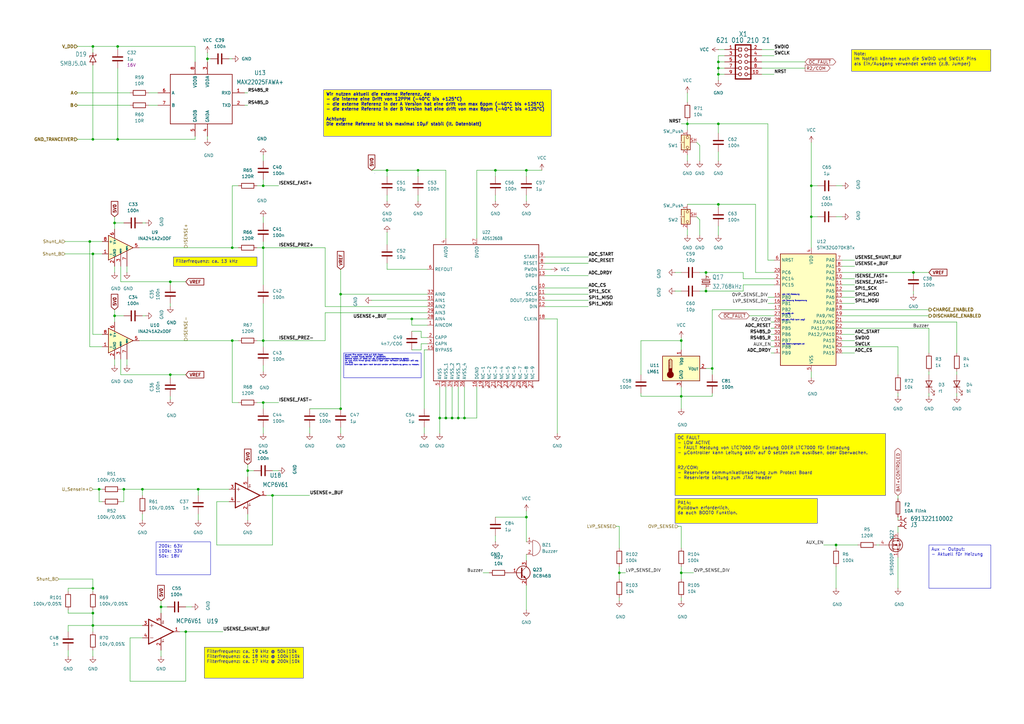
<source format=kicad_sch>
(kicad_sch
	(version 20250114)
	(generator "eeschema")
	(generator_version "9.0")
	(uuid "5f8b4aef-32eb-44a5-ac07-33765c2ecb50")
	(paper "A3")
	(lib_symbols
		(symbol "Amplifier_Current:INA241A2xDDF"
			(pin_names
				(offset 0.127)
			)
			(exclude_from_sim no)
			(in_bom yes)
			(on_board yes)
			(property "Reference" "U"
				(at 3.81 3.81 0)
				(effects
					(font
						(size 1.27 1.27)
					)
					(justify left)
				)
			)
			(property "Value" "INA241A2xDDF"
				(at 3.81 -2.54 0)
				(effects
					(font
						(size 1.27 1.27)
					)
					(justify left)
				)
			)
			(property "Footprint" "Package_TO_SOT_SMD:SOT-23-8"
				(at 0 -16.51 0)
				(effects
					(font
						(size 1.27 1.27)
					)
					(hide yes)
				)
			)
			(property "Datasheet" "https://www.ti.com/lit/ds/symlink/ina241b.pdf"
				(at 3.81 3.81 0)
				(effects
					(font
						(size 1.27 1.27)
					)
					(hide yes)
				)
			)
			(property "Description" "High- and Low-Side, Bidirectional, Zero-Drift, Current-Sense Amplifier With Enhanced PWM Rejection, 20V/V, ±0.01% Gain Accuracy, ±10 μV Offset Voltage, SOT-23-8"
				(at 0 0 0)
				(effects
					(font
						(size 1.27 1.27)
					)
					(hide yes)
				)
			)
			(property "ki_keywords" "current monitor shunt sensor bidirectional high low"
				(at 0 0 0)
				(effects
					(font
						(size 1.27 1.27)
					)
					(hide yes)
				)
			)
			(property "ki_fp_filters" "SOT?23*"
				(at 0 0 0)
				(effects
					(font
						(size 1.27 1.27)
					)
					(hide yes)
				)
			)
			(symbol "INA241A2xDDF_0_1"
				(polyline
					(pts
						(xy 5.08 0) (xy -5.08 5.08) (xy -5.08 -5.08) (xy 5.08 0)
					)
					(stroke
						(width 0.254)
						(type default)
					)
					(fill
						(type background)
					)
				)
			)
			(symbol "INA241A2xDDF_1_1"
				(pin input line
					(at -7.62 2.54 0)
					(length 2.54)
					(name "+"
						(effects
							(font
								(size 1.27 1.27)
							)
						)
					)
					(number "8"
						(effects
							(font
								(size 1.27 1.27)
							)
						)
					)
				)
				(pin input line
					(at -7.62 -2.54 0)
					(length 2.54)
					(name "-"
						(effects
							(font
								(size 1.27 1.27)
							)
						)
					)
					(number "1"
						(effects
							(font
								(size 1.27 1.27)
							)
						)
					)
				)
				(pin power_in line
					(at -2.54 7.62 270)
					(length 3.81)
					(name "V+"
						(effects
							(font
								(size 1.016 1.016)
							)
						)
					)
					(number "6"
						(effects
							(font
								(size 1.27 1.27)
							)
						)
					)
				)
				(pin power_in line
					(at -2.54 -7.62 90)
					(length 3.81)
					(name "GND"
						(effects
							(font
								(size 1.016 1.016)
							)
						)
					)
					(number "2"
						(effects
							(font
								(size 1.27 1.27)
							)
						)
					)
				)
				(pin passive line
					(at -2.54 -7.62 90)
					(length 3.81)
					(hide yes)
					(name "GND"
						(effects
							(font
								(size 1.016 1.016)
							)
						)
					)
					(number "4"
						(effects
							(font
								(size 1.27 1.27)
							)
						)
					)
				)
				(pin passive line
					(at 0 -7.62 90)
					(length 5.08)
					(name "REF2"
						(effects
							(font
								(size 0.508 0.508)
							)
						)
					)
					(number "3"
						(effects
							(font
								(size 1.27 1.27)
							)
						)
					)
				)
				(pin passive line
					(at 2.54 -7.62 90)
					(length 6.35)
					(name "REF1"
						(effects
							(font
								(size 0.508 0.508)
							)
						)
					)
					(number "7"
						(effects
							(font
								(size 1.27 1.27)
							)
						)
					)
				)
				(pin output line
					(at 7.62 0 180)
					(length 2.54)
					(name "~"
						(effects
							(font
								(size 1.27 1.27)
							)
						)
					)
					(number "5"
						(effects
							(font
								(size 1.27 1.27)
							)
						)
					)
				)
			)
			(embedded_fonts no)
		)
		(symbol "Device:Buzzer"
			(pin_names
				(offset 0.0254)
				(hide yes)
			)
			(exclude_from_sim no)
			(in_bom yes)
			(on_board yes)
			(property "Reference" "BZ"
				(at 3.81 1.27 0)
				(effects
					(font
						(size 1.27 1.27)
					)
					(justify left)
				)
			)
			(property "Value" "Buzzer"
				(at 3.81 -1.27 0)
				(effects
					(font
						(size 1.27 1.27)
					)
					(justify left)
				)
			)
			(property "Footprint" ""
				(at -0.635 2.54 90)
				(effects
					(font
						(size 1.27 1.27)
					)
					(hide yes)
				)
			)
			(property "Datasheet" "~"
				(at -0.635 2.54 90)
				(effects
					(font
						(size 1.27 1.27)
					)
					(hide yes)
				)
			)
			(property "Description" "Buzzer, polarized"
				(at 0 0 0)
				(effects
					(font
						(size 1.27 1.27)
					)
					(hide yes)
				)
			)
			(property "ki_keywords" "quartz resonator ceramic"
				(at 0 0 0)
				(effects
					(font
						(size 1.27 1.27)
					)
					(hide yes)
				)
			)
			(property "ki_fp_filters" "*Buzzer*"
				(at 0 0 0)
				(effects
					(font
						(size 1.27 1.27)
					)
					(hide yes)
				)
			)
			(symbol "Buzzer_0_1"
				(polyline
					(pts
						(xy -1.651 1.905) (xy -1.143 1.905)
					)
					(stroke
						(width 0)
						(type default)
					)
					(fill
						(type none)
					)
				)
				(polyline
					(pts
						(xy -1.397 2.159) (xy -1.397 1.651)
					)
					(stroke
						(width 0)
						(type default)
					)
					(fill
						(type none)
					)
				)
				(arc
					(start 0 3.175)
					(mid 3.1612 0)
					(end 0 -3.175)
					(stroke
						(width 0)
						(type default)
					)
					(fill
						(type none)
					)
				)
				(polyline
					(pts
						(xy 0 3.175) (xy 0 -3.175)
					)
					(stroke
						(width 0)
						(type default)
					)
					(fill
						(type none)
					)
				)
			)
			(symbol "Buzzer_1_1"
				(pin passive line
					(at -2.54 2.54 0)
					(length 2.54)
					(name "+"
						(effects
							(font
								(size 1.27 1.27)
							)
						)
					)
					(number "1"
						(effects
							(font
								(size 1.27 1.27)
							)
						)
					)
				)
				(pin passive line
					(at -2.54 -2.54 0)
					(length 2.54)
					(name "-"
						(effects
							(font
								(size 1.27 1.27)
							)
						)
					)
					(number "2"
						(effects
							(font
								(size 1.27 1.27)
							)
						)
					)
				)
			)
			(embedded_fonts no)
		)
		(symbol "Device:C"
			(pin_numbers
				(hide yes)
			)
			(pin_names
				(offset 0.254)
			)
			(exclude_from_sim no)
			(in_bom yes)
			(on_board yes)
			(property "Reference" "C"
				(at 0.635 2.54 0)
				(effects
					(font
						(size 1.27 1.27)
					)
					(justify left)
				)
			)
			(property "Value" "C"
				(at 0.635 -2.54 0)
				(effects
					(font
						(size 1.27 1.27)
					)
					(justify left)
				)
			)
			(property "Footprint" ""
				(at 0.9652 -3.81 0)
				(effects
					(font
						(size 1.27 1.27)
					)
					(hide yes)
				)
			)
			(property "Datasheet" "~"
				(at 0 0 0)
				(effects
					(font
						(size 1.27 1.27)
					)
					(hide yes)
				)
			)
			(property "Description" "Unpolarized capacitor"
				(at 0 0 0)
				(effects
					(font
						(size 1.27 1.27)
					)
					(hide yes)
				)
			)
			(property "ki_keywords" "cap capacitor"
				(at 0 0 0)
				(effects
					(font
						(size 1.27 1.27)
					)
					(hide yes)
				)
			)
			(property "ki_fp_filters" "C_*"
				(at 0 0 0)
				(effects
					(font
						(size 1.27 1.27)
					)
					(hide yes)
				)
			)
			(symbol "C_0_1"
				(polyline
					(pts
						(xy -2.032 0.762) (xy 2.032 0.762)
					)
					(stroke
						(width 0.508)
						(type default)
					)
					(fill
						(type none)
					)
				)
				(polyline
					(pts
						(xy -2.032 -0.762) (xy 2.032 -0.762)
					)
					(stroke
						(width 0.508)
						(type default)
					)
					(fill
						(type none)
					)
				)
			)
			(symbol "C_1_1"
				(pin passive line
					(at 0 3.81 270)
					(length 2.794)
					(name "~"
						(effects
							(font
								(size 1.27 1.27)
							)
						)
					)
					(number "1"
						(effects
							(font
								(size 1.27 1.27)
							)
						)
					)
				)
				(pin passive line
					(at 0 -3.81 90)
					(length 2.794)
					(name "~"
						(effects
							(font
								(size 1.27 1.27)
							)
						)
					)
					(number "2"
						(effects
							(font
								(size 1.27 1.27)
							)
						)
					)
				)
			)
			(embedded_fonts no)
		)
		(symbol "Device:Fuse"
			(pin_numbers
				(hide yes)
			)
			(pin_names
				(offset 0)
			)
			(exclude_from_sim no)
			(in_bom yes)
			(on_board yes)
			(property "Reference" "F"
				(at 2.032 0 90)
				(effects
					(font
						(size 1.27 1.27)
					)
				)
			)
			(property "Value" "Fuse"
				(at -1.905 0 90)
				(effects
					(font
						(size 1.27 1.27)
					)
				)
			)
			(property "Footprint" ""
				(at -1.778 0 90)
				(effects
					(font
						(size 1.27 1.27)
					)
					(hide yes)
				)
			)
			(property "Datasheet" "~"
				(at 0 0 0)
				(effects
					(font
						(size 1.27 1.27)
					)
					(hide yes)
				)
			)
			(property "Description" "Fuse"
				(at 0 0 0)
				(effects
					(font
						(size 1.27 1.27)
					)
					(hide yes)
				)
			)
			(property "ki_keywords" "fuse"
				(at 0 0 0)
				(effects
					(font
						(size 1.27 1.27)
					)
					(hide yes)
				)
			)
			(property "ki_fp_filters" "*Fuse*"
				(at 0 0 0)
				(effects
					(font
						(size 1.27 1.27)
					)
					(hide yes)
				)
			)
			(symbol "Fuse_0_1"
				(rectangle
					(start -0.762 -2.54)
					(end 0.762 2.54)
					(stroke
						(width 0.254)
						(type default)
					)
					(fill
						(type none)
					)
				)
				(polyline
					(pts
						(xy 0 2.54) (xy 0 -2.54)
					)
					(stroke
						(width 0)
						(type default)
					)
					(fill
						(type none)
					)
				)
			)
			(symbol "Fuse_1_1"
				(pin passive line
					(at 0 3.81 270)
					(length 1.27)
					(name "~"
						(effects
							(font
								(size 1.27 1.27)
							)
						)
					)
					(number "1"
						(effects
							(font
								(size 1.27 1.27)
							)
						)
					)
				)
				(pin passive line
					(at 0 -3.81 90)
					(length 1.27)
					(name "~"
						(effects
							(font
								(size 1.27 1.27)
							)
						)
					)
					(number "2"
						(effects
							(font
								(size 1.27 1.27)
							)
						)
					)
				)
			)
			(embedded_fonts no)
		)
		(symbol "Device:LED"
			(pin_numbers
				(hide yes)
			)
			(pin_names
				(offset 1.016)
				(hide yes)
			)
			(exclude_from_sim no)
			(in_bom yes)
			(on_board yes)
			(property "Reference" "D"
				(at 0 2.54 0)
				(effects
					(font
						(size 1.27 1.27)
					)
				)
			)
			(property "Value" "LED"
				(at 0 -2.54 0)
				(effects
					(font
						(size 1.27 1.27)
					)
				)
			)
			(property "Footprint" ""
				(at 0 0 0)
				(effects
					(font
						(size 1.27 1.27)
					)
					(hide yes)
				)
			)
			(property "Datasheet" "~"
				(at 0 0 0)
				(effects
					(font
						(size 1.27 1.27)
					)
					(hide yes)
				)
			)
			(property "Description" "Light emitting diode"
				(at 0 0 0)
				(effects
					(font
						(size 1.27 1.27)
					)
					(hide yes)
				)
			)
			(property "ki_keywords" "LED diode"
				(at 0 0 0)
				(effects
					(font
						(size 1.27 1.27)
					)
					(hide yes)
				)
			)
			(property "ki_fp_filters" "LED* LED_SMD:* LED_THT:*"
				(at 0 0 0)
				(effects
					(font
						(size 1.27 1.27)
					)
					(hide yes)
				)
			)
			(symbol "LED_0_1"
				(polyline
					(pts
						(xy -3.048 -0.762) (xy -4.572 -2.286) (xy -3.81 -2.286) (xy -4.572 -2.286) (xy -4.572 -1.524)
					)
					(stroke
						(width 0)
						(type default)
					)
					(fill
						(type none)
					)
				)
				(polyline
					(pts
						(xy -1.778 -0.762) (xy -3.302 -2.286) (xy -2.54 -2.286) (xy -3.302 -2.286) (xy -3.302 -1.524)
					)
					(stroke
						(width 0)
						(type default)
					)
					(fill
						(type none)
					)
				)
				(polyline
					(pts
						(xy -1.27 0) (xy 1.27 0)
					)
					(stroke
						(width 0)
						(type default)
					)
					(fill
						(type none)
					)
				)
				(polyline
					(pts
						(xy -1.27 -1.27) (xy -1.27 1.27)
					)
					(stroke
						(width 0.254)
						(type default)
					)
					(fill
						(type none)
					)
				)
				(polyline
					(pts
						(xy 1.27 -1.27) (xy 1.27 1.27) (xy -1.27 0) (xy 1.27 -1.27)
					)
					(stroke
						(width 0.254)
						(type default)
					)
					(fill
						(type none)
					)
				)
			)
			(symbol "LED_1_1"
				(pin passive line
					(at -3.81 0 0)
					(length 2.54)
					(name "K"
						(effects
							(font
								(size 1.27 1.27)
							)
						)
					)
					(number "1"
						(effects
							(font
								(size 1.27 1.27)
							)
						)
					)
				)
				(pin passive line
					(at 3.81 0 180)
					(length 2.54)
					(name "A"
						(effects
							(font
								(size 1.27 1.27)
							)
						)
					)
					(number "2"
						(effects
							(font
								(size 1.27 1.27)
							)
						)
					)
				)
			)
			(embedded_fonts no)
		)
		(symbol "Device:Q_NPN_BEC"
			(pin_names
				(offset 0)
				(hide yes)
			)
			(exclude_from_sim no)
			(in_bom yes)
			(on_board yes)
			(property "Reference" "Q"
				(at 5.08 1.27 0)
				(effects
					(font
						(size 1.27 1.27)
					)
					(justify left)
				)
			)
			(property "Value" "Q_NPN_BEC"
				(at 5.08 -1.27 0)
				(effects
					(font
						(size 1.27 1.27)
					)
					(justify left)
				)
			)
			(property "Footprint" ""
				(at 5.08 2.54 0)
				(effects
					(font
						(size 1.27 1.27)
					)
					(hide yes)
				)
			)
			(property "Datasheet" "~"
				(at 0 0 0)
				(effects
					(font
						(size 1.27 1.27)
					)
					(hide yes)
				)
			)
			(property "Description" "NPN transistor, base/emitter/collector"
				(at 0 0 0)
				(effects
					(font
						(size 1.27 1.27)
					)
					(hide yes)
				)
			)
			(property "ki_keywords" "transistor NPN"
				(at 0 0 0)
				(effects
					(font
						(size 1.27 1.27)
					)
					(hide yes)
				)
			)
			(symbol "Q_NPN_BEC_0_1"
				(polyline
					(pts
						(xy 0.635 1.905) (xy 0.635 -1.905) (xy 0.635 -1.905)
					)
					(stroke
						(width 0.508)
						(type default)
					)
					(fill
						(type none)
					)
				)
				(polyline
					(pts
						(xy 0.635 0.635) (xy 2.54 2.54)
					)
					(stroke
						(width 0)
						(type default)
					)
					(fill
						(type none)
					)
				)
				(polyline
					(pts
						(xy 0.635 -0.635) (xy 2.54 -2.54) (xy 2.54 -2.54)
					)
					(stroke
						(width 0)
						(type default)
					)
					(fill
						(type none)
					)
				)
				(circle
					(center 1.27 0)
					(radius 2.8194)
					(stroke
						(width 0.254)
						(type default)
					)
					(fill
						(type none)
					)
				)
				(polyline
					(pts
						(xy 1.27 -1.778) (xy 1.778 -1.27) (xy 2.286 -2.286) (xy 1.27 -1.778) (xy 1.27 -1.778)
					)
					(stroke
						(width 0)
						(type default)
					)
					(fill
						(type outline)
					)
				)
			)
			(symbol "Q_NPN_BEC_1_1"
				(pin input line
					(at -5.08 0 0)
					(length 5.715)
					(name "B"
						(effects
							(font
								(size 1.27 1.27)
							)
						)
					)
					(number "1"
						(effects
							(font
								(size 1.27 1.27)
							)
						)
					)
				)
				(pin passive line
					(at 2.54 5.08 270)
					(length 2.54)
					(name "C"
						(effects
							(font
								(size 1.27 1.27)
							)
						)
					)
					(number "3"
						(effects
							(font
								(size 1.27 1.27)
							)
						)
					)
				)
				(pin passive line
					(at 2.54 -5.08 90)
					(length 2.54)
					(name "E"
						(effects
							(font
								(size 1.27 1.27)
							)
						)
					)
					(number "2"
						(effects
							(font
								(size 1.27 1.27)
							)
						)
					)
				)
			)
			(embedded_fonts no)
		)
		(symbol "Device:R"
			(pin_numbers
				(hide yes)
			)
			(pin_names
				(offset 0)
			)
			(exclude_from_sim no)
			(in_bom yes)
			(on_board yes)
			(property "Reference" "R"
				(at 2.032 0 90)
				(effects
					(font
						(size 1.27 1.27)
					)
				)
			)
			(property "Value" "R"
				(at 0 0 90)
				(effects
					(font
						(size 1.27 1.27)
					)
				)
			)
			(property "Footprint" ""
				(at -1.778 0 90)
				(effects
					(font
						(size 1.27 1.27)
					)
					(hide yes)
				)
			)
			(property "Datasheet" "~"
				(at 0 0 0)
				(effects
					(font
						(size 1.27 1.27)
					)
					(hide yes)
				)
			)
			(property "Description" "Resistor"
				(at 0 0 0)
				(effects
					(font
						(size 1.27 1.27)
					)
					(hide yes)
				)
			)
			(property "ki_keywords" "R res resistor"
				(at 0 0 0)
				(effects
					(font
						(size 1.27 1.27)
					)
					(hide yes)
				)
			)
			(property "ki_fp_filters" "R_*"
				(at 0 0 0)
				(effects
					(font
						(size 1.27 1.27)
					)
					(hide yes)
				)
			)
			(symbol "R_0_1"
				(rectangle
					(start -1.016 -2.54)
					(end 1.016 2.54)
					(stroke
						(width 0.254)
						(type default)
					)
					(fill
						(type none)
					)
				)
			)
			(symbol "R_1_1"
				(pin passive line
					(at 0 3.81 270)
					(length 1.27)
					(name "~"
						(effects
							(font
								(size 1.27 1.27)
							)
						)
					)
					(number "1"
						(effects
							(font
								(size 1.27 1.27)
							)
						)
					)
				)
				(pin passive line
					(at 0 -3.81 90)
					(length 1.27)
					(name "~"
						(effects
							(font
								(size 1.27 1.27)
							)
						)
					)
					(number "2"
						(effects
							(font
								(size 1.27 1.27)
							)
						)
					)
				)
			)
			(embedded_fonts no)
		)
		(symbol "MCU_ST_STM32G0:STM32G070KBTx"
			(exclude_from_sim no)
			(in_bom yes)
			(on_board yes)
			(property "Reference" "U"
				(at -10.16 24.13 0)
				(effects
					(font
						(size 1.27 1.27)
					)
					(justify left)
				)
			)
			(property "Value" "STM32G070KBTx"
				(at 5.08 24.13 0)
				(effects
					(font
						(size 1.27 1.27)
					)
					(justify left)
				)
			)
			(property "Footprint" "Package_QFP:LQFP-32_7x7mm_P0.8mm"
				(at -10.16 -22.86 0)
				(effects
					(font
						(size 1.27 1.27)
					)
					(justify right)
					(hide yes)
				)
			)
			(property "Datasheet" "https://www.st.com/resource/en/datasheet/stm32g070kb.pdf"
				(at 0 0 0)
				(effects
					(font
						(size 1.27 1.27)
					)
					(hide yes)
				)
			)
			(property "Description" "STMicroelectronics Arm Cortex-M0+ MCU, 128KB flash, 36KB RAM, 64 MHz, 2.0-3.6V, 29 GPIO, LQFP32"
				(at 0 0 0)
				(effects
					(font
						(size 1.27 1.27)
					)
					(hide yes)
				)
			)
			(property "ki_locked" ""
				(at 0 0 0)
				(effects
					(font
						(size 1.27 1.27)
					)
				)
			)
			(property "ki_keywords" "Arm Cortex-M0+ STM32G0 STM32G0x0 Value line"
				(at 0 0 0)
				(effects
					(font
						(size 1.27 1.27)
					)
					(hide yes)
				)
			)
			(property "ki_fp_filters" "LQFP*7x7mm*P0.8mm*"
				(at 0 0 0)
				(effects
					(font
						(size 1.27 1.27)
					)
					(hide yes)
				)
			)
			(symbol "STM32G070KBTx_0_1"
				(rectangle
					(start -10.16 -22.86)
					(end 12.7 22.86)
					(stroke
						(width 0.254)
						(type default)
					)
					(fill
						(type background)
					)
				)
			)
			(symbol "STM32G070KBTx_1_1"
				(pin input line
					(at -12.7 20.32 0)
					(length 2.54)
					(name "NRST"
						(effects
							(font
								(size 1.27 1.27)
							)
						)
					)
					(number "6"
						(effects
							(font
								(size 1.27 1.27)
							)
						)
					)
				)
				(pin bidirectional line
					(at -12.7 15.24 0)
					(length 2.54)
					(name "PC6"
						(effects
							(font
								(size 1.27 1.27)
							)
						)
					)
					(number "20"
						(effects
							(font
								(size 1.27 1.27)
							)
						)
					)
					(alternate "TIM3_CH1" bidirectional line)
				)
				(pin bidirectional line
					(at -12.7 12.7 0)
					(length 2.54)
					(name "PC14"
						(effects
							(font
								(size 1.27 1.27)
							)
						)
					)
					(number "2"
						(effects
							(font
								(size 1.27 1.27)
							)
						)
					)
					(alternate "RCC_OSC32_IN" bidirectional line)
					(alternate "RCC_OSC_IN" bidirectional line)
					(alternate "TIM1_BK2" bidirectional line)
				)
				(pin bidirectional line
					(at -12.7 10.16 0)
					(length 2.54)
					(name "PC15"
						(effects
							(font
								(size 1.27 1.27)
							)
						)
					)
					(number "3"
						(effects
							(font
								(size 1.27 1.27)
							)
						)
					)
					(alternate "RCC_OSC32_EN" bidirectional line)
					(alternate "RCC_OSC32_OUT" bidirectional line)
					(alternate "RCC_OSC_EN" bidirectional line)
					(alternate "TIM15_BK" bidirectional line)
				)
				(pin bidirectional line
					(at -12.7 5.08 0)
					(length 2.54)
					(name "PB0"
						(effects
							(font
								(size 1.27 1.27)
							)
						)
					)
					(number "15"
						(effects
							(font
								(size 1.27 1.27)
							)
						)
					)
					(alternate "ADC1_IN8" bidirectional line)
					(alternate "I2S1_WS" bidirectional line)
					(alternate "SPI1_NSS" bidirectional line)
					(alternate "TIM1_CH2N" bidirectional line)
					(alternate "TIM3_CH3" bidirectional line)
					(alternate "USART3_RX" bidirectional line)
				)
				(pin bidirectional line
					(at -12.7 2.54 0)
					(length 2.54)
					(name "PB1"
						(effects
							(font
								(size 1.27 1.27)
							)
						)
					)
					(number "16"
						(effects
							(font
								(size 1.27 1.27)
							)
						)
					)
					(alternate "ADC1_IN9" bidirectional line)
					(alternate "TIM14_CH1" bidirectional line)
					(alternate "TIM1_CH3N" bidirectional line)
					(alternate "TIM3_CH4" bidirectional line)
					(alternate "USART3_CK" bidirectional line)
					(alternate "USART3_DE" bidirectional line)
					(alternate "USART3_RTS" bidirectional line)
				)
				(pin bidirectional line
					(at -12.7 0 0)
					(length 2.54)
					(name "PB2"
						(effects
							(font
								(size 1.27 1.27)
							)
						)
					)
					(number "17"
						(effects
							(font
								(size 1.27 1.27)
							)
						)
					)
					(alternate "ADC1_IN10" bidirectional line)
					(alternate "SPI2_MISO" bidirectional line)
					(alternate "USART3_TX" bidirectional line)
				)
				(pin bidirectional line
					(at -12.7 -2.54 0)
					(length 2.54)
					(name "PB3"
						(effects
							(font
								(size 1.27 1.27)
							)
						)
					)
					(number "27"
						(effects
							(font
								(size 1.27 1.27)
							)
						)
					)
					(alternate "I2S1_CK" bidirectional line)
					(alternate "SPI1_SCK" bidirectional line)
					(alternate "TIM1_CH2" bidirectional line)
					(alternate "USART1_CK" bidirectional line)
					(alternate "USART1_DE" bidirectional line)
					(alternate "USART1_RTS" bidirectional line)
				)
				(pin bidirectional line
					(at -12.7 -5.08 0)
					(length 2.54)
					(name "PB4"
						(effects
							(font
								(size 1.27 1.27)
							)
						)
					)
					(number "28"
						(effects
							(font
								(size 1.27 1.27)
							)
						)
					)
					(alternate "I2S1_MCK" bidirectional line)
					(alternate "SPI1_MISO" bidirectional line)
					(alternate "TIM17_BK" bidirectional line)
					(alternate "TIM3_CH1" bidirectional line)
					(alternate "USART1_CTS" bidirectional line)
					(alternate "USART1_NSS" bidirectional line)
				)
				(pin bidirectional line
					(at -12.7 -7.62 0)
					(length 2.54)
					(name "PB5"
						(effects
							(font
								(size 1.27 1.27)
							)
						)
					)
					(number "29"
						(effects
							(font
								(size 1.27 1.27)
							)
						)
					)
					(alternate "I2C1_SMBA" bidirectional line)
					(alternate "I2S1_SD" bidirectional line)
					(alternate "SPI1_MOSI" bidirectional line)
					(alternate "SYS_WKUP6" bidirectional line)
					(alternate "TIM16_BK" bidirectional line)
					(alternate "TIM3_CH2" bidirectional line)
				)
				(pin bidirectional line
					(at -12.7 -10.16 0)
					(length 2.54)
					(name "PB6"
						(effects
							(font
								(size 1.27 1.27)
							)
						)
					)
					(number "30"
						(effects
							(font
								(size 1.27 1.27)
							)
						)
					)
					(alternate "I2C1_SCL" bidirectional line)
					(alternate "SPI2_MISO" bidirectional line)
					(alternate "TIM16_CH1N" bidirectional line)
					(alternate "TIM1_CH3" bidirectional line)
					(alternate "USART1_TX" bidirectional line)
				)
				(pin bidirectional line
					(at -12.7 -12.7 0)
					(length 2.54)
					(name "PB7"
						(effects
							(font
								(size 1.27 1.27)
							)
						)
					)
					(number "31"
						(effects
							(font
								(size 1.27 1.27)
							)
						)
					)
					(alternate "I2C1_SDA" bidirectional line)
					(alternate "SPI2_MOSI" bidirectional line)
					(alternate "TIM17_CH1N" bidirectional line)
					(alternate "USART1_RX" bidirectional line)
					(alternate "USART4_CTS" bidirectional line)
					(alternate "USART4_NSS" bidirectional line)
				)
				(pin bidirectional line
					(at -12.7 -15.24 0)
					(length 2.54)
					(name "PB8"
						(effects
							(font
								(size 1.27 1.27)
							)
						)
					)
					(number "32"
						(effects
							(font
								(size 1.27 1.27)
							)
						)
					)
					(alternate "I2C1_SCL" bidirectional line)
					(alternate "SPI2_SCK" bidirectional line)
					(alternate "TIM15_BK" bidirectional line)
					(alternate "TIM16_CH1" bidirectional line)
					(alternate "USART3_TX" bidirectional line)
				)
				(pin bidirectional line
					(at -12.7 -17.78 0)
					(length 2.54)
					(name "PB9"
						(effects
							(font
								(size 1.27 1.27)
							)
						)
					)
					(number "1"
						(effects
							(font
								(size 1.27 1.27)
							)
						)
					)
					(alternate "I2C1_SDA" bidirectional line)
					(alternate "IR_OUT" bidirectional line)
					(alternate "SPI2_NSS" bidirectional line)
					(alternate "TIM17_CH1" bidirectional line)
					(alternate "USART3_RX" bidirectional line)
				)
				(pin power_in line
					(at 2.54 25.4 270)
					(length 2.54)
					(name "VDD"
						(effects
							(font
								(size 1.27 1.27)
							)
						)
					)
					(number "4"
						(effects
							(font
								(size 1.27 1.27)
							)
						)
					)
				)
				(pin power_in line
					(at 2.54 -25.4 90)
					(length 2.54)
					(name "VSS"
						(effects
							(font
								(size 1.27 1.27)
							)
						)
					)
					(number "5"
						(effects
							(font
								(size 1.27 1.27)
							)
						)
					)
				)
				(pin bidirectional line
					(at 15.24 20.32 180)
					(length 2.54)
					(name "PA0"
						(effects
							(font
								(size 1.27 1.27)
							)
						)
					)
					(number "7"
						(effects
							(font
								(size 1.27 1.27)
							)
						)
					)
					(alternate "ADC1_IN0" bidirectional line)
					(alternate "RTC_TAMP_IN2" bidirectional line)
					(alternate "SPI2_SCK" bidirectional line)
					(alternate "SYS_WKUP1" bidirectional line)
					(alternate "USART2_CTS" bidirectional line)
					(alternate "USART2_NSS" bidirectional line)
					(alternate "USART4_TX" bidirectional line)
				)
				(pin bidirectional line
					(at 15.24 17.78 180)
					(length 2.54)
					(name "PA1"
						(effects
							(font
								(size 1.27 1.27)
							)
						)
					)
					(number "8"
						(effects
							(font
								(size 1.27 1.27)
							)
						)
					)
					(alternate "ADC1_IN1" bidirectional line)
					(alternate "I2C1_SMBA" bidirectional line)
					(alternate "I2S1_CK" bidirectional line)
					(alternate "SPI1_SCK" bidirectional line)
					(alternate "TIM15_CH1N" bidirectional line)
					(alternate "USART2_CK" bidirectional line)
					(alternate "USART2_DE" bidirectional line)
					(alternate "USART2_RTS" bidirectional line)
					(alternate "USART4_RX" bidirectional line)
				)
				(pin bidirectional line
					(at 15.24 15.24 180)
					(length 2.54)
					(name "PA2"
						(effects
							(font
								(size 1.27 1.27)
							)
						)
					)
					(number "9"
						(effects
							(font
								(size 1.27 1.27)
							)
						)
					)
					(alternate "ADC1_IN2" bidirectional line)
					(alternate "I2S1_SD" bidirectional line)
					(alternate "RCC_LSCO" bidirectional line)
					(alternate "SPI1_MOSI" bidirectional line)
					(alternate "SYS_WKUP4" bidirectional line)
					(alternate "TIM15_CH1" bidirectional line)
					(alternate "USART2_TX" bidirectional line)
				)
				(pin bidirectional line
					(at 15.24 12.7 180)
					(length 2.54)
					(name "PA3"
						(effects
							(font
								(size 1.27 1.27)
							)
						)
					)
					(number "10"
						(effects
							(font
								(size 1.27 1.27)
							)
						)
					)
					(alternate "ADC1_IN3" bidirectional line)
					(alternate "SPI2_MISO" bidirectional line)
					(alternate "TIM15_CH2" bidirectional line)
					(alternate "USART2_RX" bidirectional line)
				)
				(pin bidirectional line
					(at 15.24 10.16 180)
					(length 2.54)
					(name "PA4"
						(effects
							(font
								(size 1.27 1.27)
							)
						)
					)
					(number "11"
						(effects
							(font
								(size 1.27 1.27)
							)
						)
					)
					(alternate "ADC1_IN4" bidirectional line)
					(alternate "I2S1_WS" bidirectional line)
					(alternate "RTC_OUT_ALARM" bidirectional line)
					(alternate "RTC_OUT_CALIB" bidirectional line)
					(alternate "RTC_TAMP_IN1" bidirectional line)
					(alternate "RTC_TS" bidirectional line)
					(alternate "SPI1_NSS" bidirectional line)
					(alternate "SPI2_MOSI" bidirectional line)
					(alternate "SYS_WKUP2" bidirectional line)
					(alternate "TIM14_CH1" bidirectional line)
				)
				(pin bidirectional line
					(at 15.24 7.62 180)
					(length 2.54)
					(name "PA5"
						(effects
							(font
								(size 1.27 1.27)
							)
						)
					)
					(number "12"
						(effects
							(font
								(size 1.27 1.27)
							)
						)
					)
					(alternate "ADC1_IN5" bidirectional line)
					(alternate "I2S1_CK" bidirectional line)
					(alternate "SPI1_SCK" bidirectional line)
					(alternate "USART3_TX" bidirectional line)
				)
				(pin bidirectional line
					(at 15.24 5.08 180)
					(length 2.54)
					(name "PA6"
						(effects
							(font
								(size 1.27 1.27)
							)
						)
					)
					(number "13"
						(effects
							(font
								(size 1.27 1.27)
							)
						)
					)
					(alternate "ADC1_IN6" bidirectional line)
					(alternate "I2S1_MCK" bidirectional line)
					(alternate "SPI1_MISO" bidirectional line)
					(alternate "TIM16_CH1" bidirectional line)
					(alternate "TIM1_BK" bidirectional line)
					(alternate "TIM3_CH1" bidirectional line)
					(alternate "USART3_CTS" bidirectional line)
					(alternate "USART3_NSS" bidirectional line)
				)
				(pin bidirectional line
					(at 15.24 2.54 180)
					(length 2.54)
					(name "PA7"
						(effects
							(font
								(size 1.27 1.27)
							)
						)
					)
					(number "14"
						(effects
							(font
								(size 1.27 1.27)
							)
						)
					)
					(alternate "ADC1_IN7" bidirectional line)
					(alternate "I2S1_SD" bidirectional line)
					(alternate "SPI1_MOSI" bidirectional line)
					(alternate "TIM14_CH1" bidirectional line)
					(alternate "TIM17_CH1" bidirectional line)
					(alternate "TIM1_CH1N" bidirectional line)
					(alternate "TIM3_CH2" bidirectional line)
				)
				(pin bidirectional line
					(at 15.24 0 180)
					(length 2.54)
					(name "PA8"
						(effects
							(font
								(size 1.27 1.27)
							)
						)
					)
					(number "18"
						(effects
							(font
								(size 1.27 1.27)
							)
						)
					)
					(alternate "RCC_MCO" bidirectional line)
					(alternate "SPI2_NSS" bidirectional line)
					(alternate "TIM1_CH1" bidirectional line)
				)
				(pin bidirectional line
					(at 15.24 -2.54 180)
					(length 2.54)
					(name "PA9/NC"
						(effects
							(font
								(size 1.27 1.27)
							)
						)
					)
					(number "19"
						(effects
							(font
								(size 1.27 1.27)
							)
						)
					)
					(alternate "I2C1_SCL" bidirectional line)
					(alternate "RCC_MCO" bidirectional line)
					(alternate "SPI2_MISO" bidirectional line)
					(alternate "TIM15_BK" bidirectional line)
					(alternate "TIM1_CH2" bidirectional line)
					(alternate "USART1_TX" bidirectional line)
				)
				(pin bidirectional line
					(at 15.24 -5.08 180)
					(length 2.54)
					(name "PA10/NC"
						(effects
							(font
								(size 1.27 1.27)
							)
						)
					)
					(number "21"
						(effects
							(font
								(size 1.27 1.27)
							)
						)
					)
					(alternate "I2C1_SDA" bidirectional line)
					(alternate "SPI2_MOSI" bidirectional line)
					(alternate "TIM17_BK" bidirectional line)
					(alternate "TIM1_CH3" bidirectional line)
					(alternate "USART1_RX" bidirectional line)
				)
				(pin bidirectional line
					(at 15.24 -7.62 180)
					(length 2.54)
					(name "PA11/PA9"
						(effects
							(font
								(size 1.27 1.27)
							)
						)
					)
					(number "22"
						(effects
							(font
								(size 1.27 1.27)
							)
						)
					)
					(alternate "ADC1_EXTI11" bidirectional line)
					(alternate "I2C2_SCL" bidirectional line)
					(alternate "I2S1_MCK" bidirectional line)
					(alternate "SPI1_MISO" bidirectional line)
					(alternate "TIM1_BK2" bidirectional line)
					(alternate "TIM1_CH4" bidirectional line)
					(alternate "USART1_CTS" bidirectional line)
					(alternate "USART1_NSS" bidirectional line)
				)
				(pin bidirectional line
					(at 15.24 -10.16 180)
					(length 2.54)
					(name "PA12/PA10"
						(effects
							(font
								(size 1.27 1.27)
							)
						)
					)
					(number "23"
						(effects
							(font
								(size 1.27 1.27)
							)
						)
					)
					(alternate "I2C2_SDA" bidirectional line)
					(alternate "I2S1_SD" bidirectional line)
					(alternate "I2S_CKIN" bidirectional line)
					(alternate "SPI1_MOSI" bidirectional line)
					(alternate "TIM1_ETR" bidirectional line)
					(alternate "USART1_CK" bidirectional line)
					(alternate "USART1_DE" bidirectional line)
					(alternate "USART1_RTS" bidirectional line)
				)
				(pin bidirectional line
					(at 15.24 -12.7 180)
					(length 2.54)
					(name "PA13"
						(effects
							(font
								(size 1.27 1.27)
							)
						)
					)
					(number "24"
						(effects
							(font
								(size 1.27 1.27)
							)
						)
					)
					(alternate "IR_OUT" bidirectional line)
					(alternate "SYS_SWDIO" bidirectional line)
				)
				(pin bidirectional line
					(at 15.24 -15.24 180)
					(length 2.54)
					(name "PA14"
						(effects
							(font
								(size 1.27 1.27)
							)
						)
					)
					(number "25"
						(effects
							(font
								(size 1.27 1.27)
							)
						)
					)
					(alternate "SYS_SWCLK" bidirectional line)
					(alternate "USART2_TX" bidirectional line)
				)
				(pin bidirectional line
					(at 15.24 -17.78 180)
					(length 2.54)
					(name "PA15"
						(effects
							(font
								(size 1.27 1.27)
							)
						)
					)
					(number "26"
						(effects
							(font
								(size 1.27 1.27)
							)
						)
					)
					(alternate "I2S1_WS" bidirectional line)
					(alternate "SPI1_NSS" bidirectional line)
					(alternate "USART2_RX" bidirectional line)
					(alternate "USART3_CK" bidirectional line)
					(alternate "USART3_DE" bidirectional line)
					(alternate "USART3_RTS" bidirectional line)
					(alternate "USART4_CK" bidirectional line)
					(alternate "USART4_DE" bidirectional line)
					(alternate "USART4_RTS" bidirectional line)
				)
			)
			(embedded_fonts no)
		)
		(symbol "Sensor_Temperature:MCP9700x-HTT"
			(exclude_from_sim no)
			(in_bom yes)
			(on_board yes)
			(property "Reference" "U"
				(at -6.35 6.35 0)
				(effects
					(font
						(size 1.27 1.27)
					)
				)
			)
			(property "Value" "MCP9700x-HTT"
				(at 1.27 6.35 0)
				(effects
					(font
						(size 1.27 1.27)
					)
					(justify left)
				)
			)
			(property "Footprint" "Package_TO_SOT_SMD:SOT-23"
				(at 0 -10.16 0)
				(effects
					(font
						(size 1.27 1.27)
					)
					(hide yes)
				)
			)
			(property "Datasheet" "http://ww1.microchip.com/downloads/en/devicedoc/20001942g.pdf"
				(at -3.81 6.35 0)
				(effects
					(font
						(size 1.27 1.27)
					)
					(hide yes)
				)
			)
			(property "Description" "Low power, analog thermistor temperature sensor, ±4C accuracy, -40C to +150C, in SOT-23-3"
				(at 0 0 0)
				(effects
					(font
						(size 1.27 1.27)
					)
					(hide yes)
				)
			)
			(property "ki_keywords" "temperature sensor thermistor"
				(at 0 0 0)
				(effects
					(font
						(size 1.27 1.27)
					)
					(hide yes)
				)
			)
			(property "ki_fp_filters" "SOT?23*"
				(at 0 0 0)
				(effects
					(font
						(size 1.27 1.27)
					)
					(hide yes)
				)
			)
			(symbol "MCP9700x-HTT_0_1"
				(rectangle
					(start -7.62 5.08)
					(end 7.62 -5.08)
					(stroke
						(width 0.254)
						(type default)
					)
					(fill
						(type background)
					)
				)
				(polyline
					(pts
						(xy -5.08 3.175) (xy -5.08 0)
					)
					(stroke
						(width 0.254)
						(type default)
					)
					(fill
						(type none)
					)
				)
				(polyline
					(pts
						(xy -5.08 3.175) (xy -4.445 3.175)
					)
					(stroke
						(width 0.254)
						(type default)
					)
					(fill
						(type none)
					)
				)
				(polyline
					(pts
						(xy -5.08 2.54) (xy -4.445 2.54)
					)
					(stroke
						(width 0.254)
						(type default)
					)
					(fill
						(type none)
					)
				)
				(polyline
					(pts
						(xy -5.08 1.905) (xy -4.445 1.905)
					)
					(stroke
						(width 0.254)
						(type default)
					)
					(fill
						(type none)
					)
				)
				(polyline
					(pts
						(xy -5.08 1.27) (xy -4.445 1.27)
					)
					(stroke
						(width 0.254)
						(type default)
					)
					(fill
						(type none)
					)
				)
				(polyline
					(pts
						(xy -5.08 0.635) (xy -4.445 0.635)
					)
					(stroke
						(width 0.254)
						(type default)
					)
					(fill
						(type none)
					)
				)
				(arc
					(start -5.08 3.175)
					(mid -4.445 3.8073)
					(end -3.81 3.175)
					(stroke
						(width 0.254)
						(type default)
					)
					(fill
						(type none)
					)
				)
				(circle
					(center -4.445 -2.54)
					(radius 1.27)
					(stroke
						(width 0.254)
						(type default)
					)
					(fill
						(type outline)
					)
				)
				(polyline
					(pts
						(xy -3.81 3.175) (xy -3.81 0)
					)
					(stroke
						(width 0.254)
						(type default)
					)
					(fill
						(type none)
					)
				)
				(rectangle
					(start -3.81 -1.905)
					(end -5.08 0)
					(stroke
						(width 0.254)
						(type default)
					)
					(fill
						(type outline)
					)
				)
			)
			(symbol "MCP9700x-HTT_1_1"
				(pin power_in line
					(at 0 7.62 270)
					(length 2.54)
					(name "V_{DD}"
						(effects
							(font
								(size 1.27 1.27)
							)
						)
					)
					(number "1"
						(effects
							(font
								(size 1.27 1.27)
							)
						)
					)
				)
				(pin power_in line
					(at 0 -7.62 90)
					(length 2.54)
					(name "GND"
						(effects
							(font
								(size 1.27 1.27)
							)
						)
					)
					(number "3"
						(effects
							(font
								(size 1.27 1.27)
							)
						)
					)
				)
				(pin output line
					(at 10.16 0 180)
					(length 2.54)
					(name "V_{OUT}"
						(effects
							(font
								(size 1.27 1.27)
							)
						)
					)
					(number "2"
						(effects
							(font
								(size 1.27 1.27)
							)
						)
					)
				)
			)
			(embedded_fonts no)
		)
		(symbol "Switch:SW_Push_Shielded"
			(pin_names
				(offset 1.016)
				(hide yes)
			)
			(exclude_from_sim no)
			(in_bom yes)
			(on_board yes)
			(property "Reference" "SW"
				(at 4.318 2.032 0)
				(effects
					(font
						(size 1.27 1.27)
					)
					(justify left)
				)
			)
			(property "Value" "SW_Push_Shielded"
				(at 0 4.572 0)
				(effects
					(font
						(size 1.27 1.27)
					)
				)
			)
			(property "Footprint" ""
				(at 0 5.08 0)
				(effects
					(font
						(size 1.27 1.27)
					)
					(hide yes)
				)
			)
			(property "Datasheet" "~"
				(at 0 5.08 0)
				(effects
					(font
						(size 1.27 1.27)
					)
					(hide yes)
				)
			)
			(property "Description" "Generic push-button switch, two contact pins and shield pin(s)"
				(at 0 0 0)
				(effects
					(font
						(size 1.27 1.27)
					)
					(hide yes)
				)
			)
			(property "ki_keywords" "switch normally-open pushbutton momentary"
				(at 0 0 0)
				(effects
					(font
						(size 1.27 1.27)
					)
					(hide yes)
				)
			)
			(symbol "SW_Push_Shielded_0_1"
				(circle
					(center -2.032 0)
					(radius 0.508)
					(stroke
						(width 0)
						(type default)
					)
					(fill
						(type none)
					)
				)
				(polyline
					(pts
						(xy 0 1.27) (xy 0 3.048)
					)
					(stroke
						(width 0)
						(type default)
					)
					(fill
						(type none)
					)
				)
				(polyline
					(pts
						(xy 0.508 2.54) (xy 3.048 2.54) (xy 3.048 -1.143) (xy -3.048 -1.143) (xy -3.048 2.54) (xy -0.508 2.54)
					)
					(stroke
						(width -0.0254)
						(type default)
					)
					(fill
						(type none)
					)
				)
				(polyline
					(pts
						(xy 0.508 2.54) (xy 3.048 2.54) (xy 3.048 -1.143) (xy -3.048 -1.143) (xy -3.048 2.54) (xy -0.508 2.54)
					)
					(stroke
						(width 0.254)
						(type default)
					)
					(fill
						(type none)
					)
				)
				(circle
					(center 2.032 0)
					(radius 0.508)
					(stroke
						(width 0)
						(type default)
					)
					(fill
						(type none)
					)
				)
				(polyline
					(pts
						(xy 2.54 1.27) (xy -2.54 1.27)
					)
					(stroke
						(width 0)
						(type default)
					)
					(fill
						(type none)
					)
				)
				(pin passive line
					(at -5.08 0 0)
					(length 2.54)
					(name "1"
						(effects
							(font
								(size 1.27 1.27)
							)
						)
					)
					(number "1"
						(effects
							(font
								(size 1.27 1.27)
							)
						)
					)
				)
				(pin passive line
					(at 5.08 0 180)
					(length 2.54)
					(name "2"
						(effects
							(font
								(size 1.27 1.27)
							)
						)
					)
					(number "2"
						(effects
							(font
								(size 1.27 1.27)
							)
						)
					)
				)
			)
			(symbol "SW_Push_Shielded_1_1"
				(rectangle
					(start -3.048 2.54)
					(end 3.048 -1.27)
					(stroke
						(width -0.0254)
						(type default)
					)
					(fill
						(type background)
					)
				)
				(pin passive line
					(at 0 -3.81 90)
					(length 2.54)
					(name "B"
						(effects
							(font
								(size 1.27 1.27)
							)
						)
					)
					(number "SH"
						(effects
							(font
								(size 1.27 1.27)
							)
						)
					)
				)
			)
			(embedded_fonts no)
		)
		(symbol "Transistor_FET:SiR696DP"
			(pin_names
				(hide yes)
			)
			(exclude_from_sim no)
			(in_bom yes)
			(on_board yes)
			(property "Reference" "Q"
				(at 5.08 1.905 0)
				(effects
					(font
						(size 1.27 1.27)
					)
					(justify left)
				)
			)
			(property "Value" "SiR696DP"
				(at 5.08 0 0)
				(effects
					(font
						(size 1.27 1.27)
					)
					(justify left)
				)
			)
			(property "Footprint" "Package_SO:PowerPAK_SO-8_Single"
				(at 5.08 -1.905 0)
				(effects
					(font
						(size 1.27 1.27)
						(italic yes)
					)
					(justify left)
					(hide yes)
				)
			)
			(property "Datasheet" "https://www.vishay.com/docs/65689/sir696dp.pdf"
				(at 5.08 -3.81 0)
				(effects
					(font
						(size 1.27 1.27)
					)
					(justify left)
					(hide yes)
				)
			)
			(property "Description" "60A Id, 125V Vds N-Channel MOSFET, 9.6mOhm Ron, 19.4 nC Qg(typ), PowerPAK-8"
				(at 0 0 0)
				(effects
					(font
						(size 1.27 1.27)
					)
					(hide yes)
				)
			)
			(property "ki_keywords" "NMOS NFET Vishay"
				(at 0 0 0)
				(effects
					(font
						(size 1.27 1.27)
					)
					(hide yes)
				)
			)
			(property "ki_fp_filters" "PowerPAK*SO*Single*"
				(at 0 0 0)
				(effects
					(font
						(size 1.27 1.27)
					)
					(hide yes)
				)
			)
			(symbol "SiR696DP_0_1"
				(polyline
					(pts
						(xy 0.254 1.905) (xy 0.254 -1.905)
					)
					(stroke
						(width 0.254)
						(type default)
					)
					(fill
						(type none)
					)
				)
				(polyline
					(pts
						(xy 0.254 0) (xy -2.54 0)
					)
					(stroke
						(width 0)
						(type default)
					)
					(fill
						(type none)
					)
				)
				(polyline
					(pts
						(xy 0.762 2.286) (xy 0.762 1.27)
					)
					(stroke
						(width 0.254)
						(type default)
					)
					(fill
						(type none)
					)
				)
				(polyline
					(pts
						(xy 0.762 0.508) (xy 0.762 -0.508)
					)
					(stroke
						(width 0.254)
						(type default)
					)
					(fill
						(type none)
					)
				)
				(polyline
					(pts
						(xy 0.762 -1.27) (xy 0.762 -2.286)
					)
					(stroke
						(width 0.254)
						(type default)
					)
					(fill
						(type none)
					)
				)
				(polyline
					(pts
						(xy 0.762 -1.778) (xy 3.302 -1.778) (xy 3.302 1.778) (xy 0.762 1.778)
					)
					(stroke
						(width 0)
						(type default)
					)
					(fill
						(type none)
					)
				)
				(polyline
					(pts
						(xy 1.016 0) (xy 2.032 0.381) (xy 2.032 -0.381) (xy 1.016 0)
					)
					(stroke
						(width 0)
						(type default)
					)
					(fill
						(type outline)
					)
				)
				(circle
					(center 1.651 0)
					(radius 2.794)
					(stroke
						(width 0.254)
						(type default)
					)
					(fill
						(type none)
					)
				)
				(polyline
					(pts
						(xy 2.54 2.54) (xy 2.54 1.778)
					)
					(stroke
						(width 0)
						(type default)
					)
					(fill
						(type none)
					)
				)
				(circle
					(center 2.54 1.778)
					(radius 0.254)
					(stroke
						(width 0)
						(type default)
					)
					(fill
						(type outline)
					)
				)
				(circle
					(center 2.54 -1.778)
					(radius 0.254)
					(stroke
						(width 0)
						(type default)
					)
					(fill
						(type outline)
					)
				)
				(polyline
					(pts
						(xy 2.54 -2.54) (xy 2.54 0) (xy 0.762 0)
					)
					(stroke
						(width 0)
						(type default)
					)
					(fill
						(type none)
					)
				)
				(polyline
					(pts
						(xy 2.794 0.508) (xy 2.921 0.381) (xy 3.683 0.381) (xy 3.81 0.254)
					)
					(stroke
						(width 0)
						(type default)
					)
					(fill
						(type none)
					)
				)
				(polyline
					(pts
						(xy 3.302 0.381) (xy 2.921 -0.254) (xy 3.683 -0.254) (xy 3.302 0.381)
					)
					(stroke
						(width 0)
						(type default)
					)
					(fill
						(type none)
					)
				)
			)
			(symbol "SiR696DP_1_1"
				(pin input line
					(at -5.08 0 0)
					(length 2.54)
					(name "G"
						(effects
							(font
								(size 1.27 1.27)
							)
						)
					)
					(number "4"
						(effects
							(font
								(size 1.27 1.27)
							)
						)
					)
				)
				(pin passive line
					(at 2.54 5.08 270)
					(length 2.54)
					(name "D"
						(effects
							(font
								(size 1.27 1.27)
							)
						)
					)
					(number "5"
						(effects
							(font
								(size 1.27 1.27)
							)
						)
					)
				)
				(pin passive line
					(at 2.54 -5.08 90)
					(length 2.54)
					(name "S"
						(effects
							(font
								(size 1.27 1.27)
							)
						)
					)
					(number "1"
						(effects
							(font
								(size 1.27 1.27)
							)
						)
					)
				)
				(pin passive line
					(at 2.54 -5.08 90)
					(length 2.54)
					(hide yes)
					(name "S"
						(effects
							(font
								(size 1.27 1.27)
							)
						)
					)
					(number "2"
						(effects
							(font
								(size 1.27 1.27)
							)
						)
					)
				)
				(pin passive line
					(at 2.54 -5.08 90)
					(length 2.54)
					(hide yes)
					(name "S"
						(effects
							(font
								(size 1.27 1.27)
							)
						)
					)
					(number "3"
						(effects
							(font
								(size 1.27 1.27)
							)
						)
					)
				)
			)
			(embedded_fonts no)
		)
		(symbol "myGreenMeterLibInport:691321100002_EAGLE_WR-TBL_REV19A_691322110002"
			(exclude_from_sim no)
			(in_bom yes)
			(on_board yes)
			(property "Reference" "J"
				(at 1.27 0.238 0)
				(effects
					(font
						(size 1.778 1.5113)
					)
					(justify left bottom)
				)
			)
			(property "Value" ""
				(at 1.27 -2.54 0)
				(effects
					(font
						(size 1.778 1.5113)
					)
					(justify left bottom)
				)
			)
			(property "Footprint" "greenMeter_v3:691321100002_EAGLE_WR-TBL_REV19A_691322110002"
				(at 0 0 0)
				(effects
					(font
						(size 1.27 1.27)
					)
					(hide yes)
				)
			)
			(property "Datasheet" ""
				(at 0 0 0)
				(effects
					(font
						(size 1.27 1.27)
					)
					(hide yes)
				)
			)
			(property "Description" "WR-TBL Serie 3221 - 3.50mm Horizontal PCB Header, 2 Pins=>Code : Con_TBL_Pluggable_3.50_PCB_H_691322110002\n\nhttp://katalog.we-online.de/media/images/eican/Con_TBL_Pluggable_3.50_PCB_H_6913221100xx_pf2.jpg\n\nDetails see: http://katalog.we-online.de/en/em/TBL_3_50_3221_HORIZONTAL_PCB_HEADER_69132211000X http://katalog.we-online.de/en/em/TBL_3_50_3221_HORIZONTAL_PCB_HEADER_69132211000X\n\nCreated 2014-06-18, Karrer Zheng\n2014 (C) Würth Elektronik"
				(at 0 0 0)
				(effects
					(font
						(size 1.27 1.27)
					)
					(hide yes)
				)
			)
			(property "ki_locked" ""
				(at 0 0 0)
				(effects
					(font
						(size 1.27 1.27)
					)
				)
			)
			(symbol "691321100002_EAGLE_WR-TBL_REV19A_691322110002_1_0"
				(arc
					(start -1.651 -0.889)
					(mid -2.54 0)
					(end -1.651 0.889)
					(stroke
						(width 0.254)
						(type solid)
					)
					(fill
						(type none)
					)
				)
				(arc
					(start -1.651 -3.429)
					(mid -2.54 -2.54)
					(end -1.651 -1.651)
					(stroke
						(width 0.254)
						(type solid)
					)
					(fill
						(type none)
					)
				)
				(pin passive line
					(at -5.08 0 0)
					(length 2.54)
					(name "1"
						(effects
							(font
								(size 0 0)
							)
						)
					)
					(number "2"
						(effects
							(font
								(size 1.27 1.27)
							)
						)
					)
				)
				(pin passive line
					(at -5.08 -2.54 0)
					(length 2.54)
					(name "2"
						(effects
							(font
								(size 0 0)
							)
						)
					)
					(number "1"
						(effects
							(font
								(size 1.27 1.27)
							)
						)
					)
				)
			)
			(embedded_fonts no)
		)
		(symbol "myGreenMeterLibInport:ABS07W_ABS07-32.768KHZ-D-2-T"
			(exclude_from_sim no)
			(in_bom yes)
			(on_board yes)
			(property "Reference" "Q"
				(at 2.54 1.016 0)
				(effects
					(font
						(size 1.778 1.5113)
					)
					(justify left bottom)
				)
			)
			(property "Value" ""
				(at 2.54 -2.54 0)
				(effects
					(font
						(size 1.778 1.5113)
					)
					(justify left bottom)
				)
			)
			(property "Footprint" "greenMeter_v3:ABS07W_ABS07W"
				(at 0 0 0)
				(effects
					(font
						(size 1.27 1.27)
					)
					(hide yes)
				)
			)
			(property "Datasheet" ""
				(at 0 0 0)
				(effects
					(font
						(size 1.27 1.27)
					)
					(hide yes)
				)
			)
			(property "Description" "32.768KHZ IoT OPTIMIZED SMD CRYSTAL"
				(at 0 0 0)
				(effects
					(font
						(size 1.27 1.27)
					)
					(hide yes)
				)
			)
			(property "ki_locked" ""
				(at 0 0 0)
				(effects
					(font
						(size 1.27 1.27)
					)
				)
			)
			(symbol "ABS07W_ABS07-32.768KHZ-D-2-T_1_0"
				(polyline
					(pts
						(xy -2.54 0) (xy -1.016 0)
					)
					(stroke
						(width 0.1524)
						(type solid)
					)
					(fill
						(type none)
					)
				)
				(polyline
					(pts
						(xy -1.016 1.778) (xy -1.016 -1.778)
					)
					(stroke
						(width 0.254)
						(type solid)
					)
					(fill
						(type none)
					)
				)
				(polyline
					(pts
						(xy -0.381 1.524) (xy -0.381 -1.524)
					)
					(stroke
						(width 0.254)
						(type solid)
					)
					(fill
						(type none)
					)
				)
				(polyline
					(pts
						(xy -0.381 -1.524) (xy 0.381 -1.524)
					)
					(stroke
						(width 0.254)
						(type solid)
					)
					(fill
						(type none)
					)
				)
				(polyline
					(pts
						(xy 0.381 1.524) (xy -0.381 1.524)
					)
					(stroke
						(width 0.254)
						(type solid)
					)
					(fill
						(type none)
					)
				)
				(polyline
					(pts
						(xy 0.381 -1.524) (xy 0.381 1.524)
					)
					(stroke
						(width 0.254)
						(type solid)
					)
					(fill
						(type none)
					)
				)
				(polyline
					(pts
						(xy 1.016 1.778) (xy 1.016 -1.778)
					)
					(stroke
						(width 0.254)
						(type solid)
					)
					(fill
						(type none)
					)
				)
				(polyline
					(pts
						(xy 1.016 0) (xy 2.54 0)
					)
					(stroke
						(width 0.1524)
						(type solid)
					)
					(fill
						(type none)
					)
				)
				(text "1"
					(at -2.159 -1.143 0)
					(effects
						(font
							(size 0.8636 0.734)
						)
						(justify left bottom)
					)
				)
				(text "2"
					(at 1.524 -1.143 0)
					(effects
						(font
							(size 0.8636 0.734)
						)
						(justify left bottom)
					)
				)
				(pin passive line
					(at -2.54 0 0)
					(length 0)
					(name "1"
						(effects
							(font
								(size 0 0)
							)
						)
					)
					(number "1"
						(effects
							(font
								(size 0 0)
							)
						)
					)
				)
				(pin passive line
					(at 2.54 0 180)
					(length 0)
					(name "2"
						(effects
							(font
								(size 0 0)
							)
						)
					)
					(number "2"
						(effects
							(font
								(size 0 0)
							)
						)
					)
				)
			)
			(embedded_fonts no)
		)
		(symbol "myGreenMeterLibInport:ADS1260_ADS1260"
			(exclude_from_sim no)
			(in_bom yes)
			(on_board yes)
			(property "Reference" "IC"
				(at 33.02 -35.56 90)
				(effects
					(font
						(size 1.27 1.0795)
					)
					(justify left bottom)
				)
			)
			(property "Value" ""
				(at -15.24 15.24 90)
				(effects
					(font
						(size 1.27 1.0795)
					)
					(justify left bottom)
				)
			)
			(property "Footprint" "greenMeter_v3:ADS1260_VQFN-32"
				(at 0 0 0)
				(effects
					(font
						(size 1.27 1.27)
					)
					(hide yes)
				)
			)
			(property "Datasheet" ""
				(at 0 0 0)
				(effects
					(font
						(size 1.27 1.27)
					)
					(hide yes)
				)
			)
			(property "Description" "ADS126x Precision, 5-channel and 10-channel, 40-kSPS, 24-bit, delta-sigma ADCs with PGA and monitors"
				(at 0 0 0)
				(effects
					(font
						(size 1.27 1.27)
					)
					(hide yes)
				)
			)
			(property "ki_locked" ""
				(at 0 0 0)
				(effects
					(font
						(size 1.27 1.27)
					)
				)
			)
			(symbol "ADS1260_ADS1260_1_0"
				(polyline
					(pts
						(xy -12.7 20.32) (xy -12.7 -35.56)
					)
					(stroke
						(width 0.254)
						(type solid)
					)
					(fill
						(type none)
					)
				)
				(polyline
					(pts
						(xy -12.7 -35.56) (xy 30.48 -35.56)
					)
					(stroke
						(width 0.254)
						(type solid)
					)
					(fill
						(type none)
					)
				)
				(polyline
					(pts
						(xy 30.48 20.32) (xy -12.7 20.32)
					)
					(stroke
						(width 0.254)
						(type solid)
					)
					(fill
						(type none)
					)
				)
				(polyline
					(pts
						(xy 30.48 -35.56) (xy 30.48 20.32)
					)
					(stroke
						(width 0.254)
						(type solid)
					)
					(fill
						(type none)
					)
				)
				(pin power_out line
					(at -15.24 10.16 0)
					(length 2.54)
					(name "REFOUT"
						(effects
							(font
								(size 1.27 1.27)
							)
						)
					)
					(number "6"
						(effects
							(font
								(size 1.27 1.27)
							)
						)
					)
				)
				(pin input line
					(at -15.24 0 0)
					(length 2.54)
					(name "AIN0"
						(effects
							(font
								(size 1.27 1.27)
							)
						)
					)
					(number "32"
						(effects
							(font
								(size 1.27 1.27)
							)
						)
					)
				)
				(pin input line
					(at -15.24 -2.54 0)
					(length 2.54)
					(name "AIN1"
						(effects
							(font
								(size 1.27 1.27)
							)
						)
					)
					(number "31"
						(effects
							(font
								(size 1.27 1.27)
							)
						)
					)
				)
				(pin input line
					(at -15.24 -5.08 0)
					(length 2.54)
					(name "AIN2"
						(effects
							(font
								(size 1.27 1.27)
							)
						)
					)
					(number "30"
						(effects
							(font
								(size 1.27 1.27)
							)
						)
					)
				)
				(pin input line
					(at -15.24 -7.62 0)
					(length 2.54)
					(name "AIN3"
						(effects
							(font
								(size 1.27 1.27)
							)
						)
					)
					(number "29"
						(effects
							(font
								(size 1.27 1.27)
							)
						)
					)
				)
				(pin input line
					(at -15.24 -10.16 0)
					(length 2.54)
					(name "AIN4"
						(effects
							(font
								(size 1.27 1.27)
							)
						)
					)
					(number "28"
						(effects
							(font
								(size 1.27 1.27)
							)
						)
					)
				)
				(pin input line
					(at -15.24 -12.7 0)
					(length 2.54)
					(name "AINCOM"
						(effects
							(font
								(size 1.27 1.27)
							)
						)
					)
					(number "1"
						(effects
							(font
								(size 1.27 1.27)
							)
						)
					)
				)
				(pin passive line
					(at -15.24 -17.78 0)
					(length 2.54)
					(name "CAPP"
						(effects
							(font
								(size 1.27 1.27)
							)
						)
					)
					(number "2"
						(effects
							(font
								(size 1.27 1.27)
							)
						)
					)
				)
				(pin passive line
					(at -15.24 -20.32 0)
					(length 2.54)
					(name "CAPN"
						(effects
							(font
								(size 1.27 1.27)
							)
						)
					)
					(number "3"
						(effects
							(font
								(size 1.27 1.27)
							)
						)
					)
				)
				(pin output line
					(at -15.24 -22.86 0)
					(length 2.54)
					(name "BYPASS"
						(effects
							(font
								(size 1.27 1.27)
							)
						)
					)
					(number "15"
						(effects
							(font
								(size 1.27 1.27)
							)
						)
					)
				)
				(pin power_in line
					(at -10.16 -38.1 90)
					(length 2.54)
					(name "AVSS"
						(effects
							(font
								(size 1.27 1.27)
							)
						)
					)
					(number "5"
						(effects
							(font
								(size 1.27 1.27)
							)
						)
					)
				)
				(pin power_in line
					(at -7.62 22.86 270)
					(length 2.54)
					(name "AVDD"
						(effects
							(font
								(size 1.27 1.27)
							)
						)
					)
					(number "4"
						(effects
							(font
								(size 1.27 1.27)
							)
						)
					)
				)
				(pin power_in line
					(at -7.62 -38.1 90)
					(length 2.54)
					(name "AVSS_1"
						(effects
							(font
								(size 1.27 1.27)
							)
						)
					)
					(number "33"
						(effects
							(font
								(size 1.27 1.27)
							)
						)
					)
				)
				(pin power_in line
					(at -5.08 -38.1 90)
					(length 2.54)
					(name "AVSS_2"
						(effects
							(font
								(size 1.27 1.27)
							)
						)
					)
					(number "34"
						(effects
							(font
								(size 1.27 1.27)
							)
						)
					)
				)
				(pin power_in line
					(at -2.54 -38.1 90)
					(length 2.54)
					(name "AVSS_3"
						(effects
							(font
								(size 1.27 1.27)
							)
						)
					)
					(number "35"
						(effects
							(font
								(size 1.27 1.27)
							)
						)
					)
				)
				(pin power_in line
					(at 0 -38.1 90)
					(length 2.54)
					(name "AVSS_4"
						(effects
							(font
								(size 1.27 1.27)
							)
						)
					)
					(number "36"
						(effects
							(font
								(size 1.27 1.27)
							)
						)
					)
				)
				(pin power_in line
					(at 5.08 22.86 270)
					(length 2.54)
					(name "DVDD"
						(effects
							(font
								(size 1.27 1.27)
							)
						)
					)
					(number "17"
						(effects
							(font
								(size 1.27 1.27)
							)
						)
					)
				)
				(pin power_in line
					(at 5.08 -38.1 90)
					(length 2.54)
					(name "DGND"
						(effects
							(font
								(size 1.27 1.27)
							)
						)
					)
					(number "16"
						(effects
							(font
								(size 1.27 1.27)
							)
						)
					)
				)
				(pin no_connect line
					(at 7.62 -38.1 90)
					(length 2.54)
					(name "NC-1"
						(effects
							(font
								(size 1.27 1.27)
							)
						)
					)
					(number "19"
						(effects
							(font
								(size 1.27 1.27)
							)
						)
					)
				)
				(pin no_connect line
					(at 10.16 -38.1 90)
					(length 2.54)
					(name "NC-2"
						(effects
							(font
								(size 1.27 1.27)
							)
						)
					)
					(number "20"
						(effects
							(font
								(size 1.27 1.27)
							)
						)
					)
				)
				(pin no_connect line
					(at 12.7 -38.1 90)
					(length 2.54)
					(name "NC-3"
						(effects
							(font
								(size 1.27 1.27)
							)
						)
					)
					(number "21"
						(effects
							(font
								(size 1.27 1.27)
							)
						)
					)
				)
				(pin no_connect line
					(at 15.24 -38.1 90)
					(length 2.54)
					(name "NC-4"
						(effects
							(font
								(size 1.27 1.27)
							)
						)
					)
					(number "22"
						(effects
							(font
								(size 1.27 1.27)
							)
						)
					)
				)
				(pin no_connect line
					(at 17.78 -38.1 90)
					(length 2.54)
					(name "NC-5"
						(effects
							(font
								(size 1.27 1.27)
							)
						)
					)
					(number "23"
						(effects
							(font
								(size 1.27 1.27)
							)
						)
					)
				)
				(pin no_connect line
					(at 20.32 -38.1 90)
					(length 2.54)
					(name "NC-6"
						(effects
							(font
								(size 1.27 1.27)
							)
						)
					)
					(number "24"
						(effects
							(font
								(size 1.27 1.27)
							)
						)
					)
				)
				(pin no_connect line
					(at 22.86 -38.1 90)
					(length 2.54)
					(name "NC-7"
						(effects
							(font
								(size 1.27 1.27)
							)
						)
					)
					(number "25"
						(effects
							(font
								(size 1.27 1.27)
							)
						)
					)
				)
				(pin no_connect line
					(at 25.4 -38.1 90)
					(length 2.54)
					(name "NC-8"
						(effects
							(font
								(size 1.27 1.27)
							)
						)
					)
					(number "26"
						(effects
							(font
								(size 1.27 1.27)
							)
						)
					)
				)
				(pin no_connect line
					(at 27.94 -38.1 90)
					(length 2.54)
					(name "NC-9"
						(effects
							(font
								(size 1.27 1.27)
							)
						)
					)
					(number "27"
						(effects
							(font
								(size 1.27 1.27)
							)
						)
					)
				)
				(pin input line
					(at 33.02 15.24 180)
					(length 2.54)
					(name "START"
						(effects
							(font
								(size 1.27 1.27)
							)
						)
					)
					(number "9"
						(effects
							(font
								(size 1.27 1.27)
							)
						)
					)
				)
				(pin input line
					(at 33.02 12.7 180)
					(length 2.54)
					(name "RESET"
						(effects
							(font
								(size 1.27 1.27)
							)
						)
					)
					(number "8"
						(effects
							(font
								(size 1.27 1.27)
							)
						)
					)
				)
				(pin input line
					(at 33.02 10.16 180)
					(length 2.54)
					(name "PWDN"
						(effects
							(font
								(size 1.27 1.27)
							)
						)
					)
					(number "7"
						(effects
							(font
								(size 1.27 1.27)
							)
						)
					)
				)
				(pin output line
					(at 33.02 7.62 180)
					(length 2.54)
					(name "DRDY"
						(effects
							(font
								(size 1.27 1.27)
							)
						)
					)
					(number "13"
						(effects
							(font
								(size 1.27 1.27)
							)
						)
					)
				)
				(pin input line
					(at 33.02 2.54 180)
					(length 2.54)
					(name "CS"
						(effects
							(font
								(size 1.27 1.27)
							)
						)
					)
					(number "10"
						(effects
							(font
								(size 1.27 1.27)
							)
						)
					)
				)
				(pin input line
					(at 33.02 0 180)
					(length 2.54)
					(name "SCLK"
						(effects
							(font
								(size 1.27 1.27)
							)
						)
					)
					(number "11"
						(effects
							(font
								(size 1.27 1.27)
							)
						)
					)
				)
				(pin output line
					(at 33.02 -2.54 180)
					(length 2.54)
					(name "DOUT/DRDY"
						(effects
							(font
								(size 1.27 1.27)
							)
						)
					)
					(number "14"
						(effects
							(font
								(size 1.27 1.27)
							)
						)
					)
				)
				(pin input line
					(at 33.02 -5.08 180)
					(length 2.54)
					(name "DIN"
						(effects
							(font
								(size 1.27 1.27)
							)
						)
					)
					(number "12"
						(effects
							(font
								(size 1.27 1.27)
							)
						)
					)
				)
				(pin input line
					(at 33.02 -10.16 180)
					(length 2.54)
					(name "CLKIN"
						(effects
							(font
								(size 1.27 1.27)
							)
						)
					)
					(number "18"
						(effects
							(font
								(size 1.27 1.27)
							)
						)
					)
				)
			)
			(embedded_fonts no)
		)
		(symbol "myGreenMeterLibInport:A_CONN_PF2X5SMD1.27MM"
			(exclude_from_sim no)
			(in_bom yes)
			(on_board yes)
			(property "Reference" "X"
				(at -2.54 8.255 0)
				(effects
					(font
						(size 2.032 1.7272)
					)
					(justify left bottom)
				)
			)
			(property "Value" ""
				(at -3.175 -10.16 0)
				(effects
					(font
						(size 2.032 1.7272)
					)
					(justify left bottom)
				)
			)
			(property "Footprint" "greenMeter_v3:A_CONN_PF2X5SMD50MIL"
				(at 0 0 0)
				(effects
					(font
						(size 1.27 1.27)
					)
					(hide yes)
				)
			)
			(property "Datasheet" ""
				(at 0 0 0)
				(effects
					(font
						(size 1.27 1.27)
					)
					(hide yes)
				)
			)
			(property "Description" ""
				(at 0 0 0)
				(effects
					(font
						(size 1.27 1.27)
					)
					(hide yes)
				)
			)
			(property "ki_locked" ""
				(at 0 0 0)
				(effects
					(font
						(size 1.27 1.27)
					)
				)
			)
			(symbol "A_CONN_PF2X5SMD1.27MM_1_0"
				(polyline
					(pts
						(xy -3.175 6.985) (xy 3.175 6.985)
					)
					(stroke
						(width 0.508)
						(type solid)
					)
					(fill
						(type none)
					)
				)
				(polyline
					(pts
						(xy -3.175 -6.985) (xy -3.175 6.985)
					)
					(stroke
						(width 0.508)
						(type solid)
					)
					(fill
						(type none)
					)
				)
				(polyline
					(pts
						(xy -2.54 5.08) (xy -1.905 5.08)
					)
					(stroke
						(width 0.254)
						(type solid)
					)
					(fill
						(type none)
					)
				)
				(polyline
					(pts
						(xy -2.54 2.54) (xy -1.905 2.54)
					)
					(stroke
						(width 0.254)
						(type solid)
					)
					(fill
						(type none)
					)
				)
				(polyline
					(pts
						(xy -2.54 0) (xy -1.905 0)
					)
					(stroke
						(width 0.254)
						(type solid)
					)
					(fill
						(type none)
					)
				)
				(polyline
					(pts
						(xy -2.54 -2.54) (xy -1.905 -2.54)
					)
					(stroke
						(width 0.254)
						(type solid)
					)
					(fill
						(type none)
					)
				)
				(polyline
					(pts
						(xy -2.54 -5.08) (xy -1.905 -5.08)
					)
					(stroke
						(width 0.254)
						(type solid)
					)
					(fill
						(type none)
					)
				)
				(polyline
					(pts
						(xy -1.905 5.715) (xy -0.635 5.715)
					)
					(stroke
						(width 0.254)
						(type solid)
					)
					(fill
						(type none)
					)
				)
				(polyline
					(pts
						(xy -1.905 4.445) (xy -1.905 5.715)
					)
					(stroke
						(width 0.254)
						(type solid)
					)
					(fill
						(type none)
					)
				)
				(circle
					(center -1.27 2.54)
					(radius 0.635)
					(stroke
						(width 0.254)
						(type solid)
					)
					(fill
						(type none)
					)
				)
				(circle
					(center -1.27 0)
					(radius 0.635)
					(stroke
						(width 0.254)
						(type solid)
					)
					(fill
						(type none)
					)
				)
				(circle
					(center -1.27 -2.54)
					(radius 0.635)
					(stroke
						(width 0.254)
						(type solid)
					)
					(fill
						(type none)
					)
				)
				(circle
					(center -1.27 -5.08)
					(radius 0.635)
					(stroke
						(width 0.254)
						(type solid)
					)
					(fill
						(type none)
					)
				)
				(polyline
					(pts
						(xy -0.635 5.715) (xy -0.635 4.445)
					)
					(stroke
						(width 0.254)
						(type solid)
					)
					(fill
						(type none)
					)
				)
				(polyline
					(pts
						(xy -0.635 4.445) (xy -1.905 4.445)
					)
					(stroke
						(width 0.254)
						(type solid)
					)
					(fill
						(type none)
					)
				)
				(circle
					(center 1.27 5.08)
					(radius 0.635)
					(stroke
						(width 0.254)
						(type solid)
					)
					(fill
						(type none)
					)
				)
				(circle
					(center 1.27 2.54)
					(radius 0.635)
					(stroke
						(width 0.254)
						(type solid)
					)
					(fill
						(type none)
					)
				)
				(circle
					(center 1.27 0)
					(radius 0.635)
					(stroke
						(width 0.254)
						(type solid)
					)
					(fill
						(type none)
					)
				)
				(circle
					(center 1.27 -2.54)
					(radius 0.635)
					(stroke
						(width 0.254)
						(type solid)
					)
					(fill
						(type none)
					)
				)
				(circle
					(center 1.27 -5.08)
					(radius 0.635)
					(stroke
						(width 0.254)
						(type solid)
					)
					(fill
						(type none)
					)
				)
				(polyline
					(pts
						(xy 1.905 5.08) (xy 2.54 5.08)
					)
					(stroke
						(width 0.254)
						(type solid)
					)
					(fill
						(type none)
					)
				)
				(polyline
					(pts
						(xy 1.905 2.54) (xy 2.54 2.54)
					)
					(stroke
						(width 0.254)
						(type solid)
					)
					(fill
						(type none)
					)
				)
				(polyline
					(pts
						(xy 1.905 0) (xy 2.54 0)
					)
					(stroke
						(width 0.254)
						(type solid)
					)
					(fill
						(type none)
					)
				)
				(polyline
					(pts
						(xy 1.905 -2.54) (xy 2.54 -2.54)
					)
					(stroke
						(width 0.254)
						(type solid)
					)
					(fill
						(type none)
					)
				)
				(polyline
					(pts
						(xy 1.905 -5.08) (xy 2.54 -5.08)
					)
					(stroke
						(width 0.254)
						(type solid)
					)
					(fill
						(type none)
					)
				)
				(polyline
					(pts
						(xy 3.175 6.985) (xy 3.175 -6.985)
					)
					(stroke
						(width 0.508)
						(type solid)
					)
					(fill
						(type none)
					)
				)
				(polyline
					(pts
						(xy 3.175 -6.985) (xy -3.175 -6.985)
					)
					(stroke
						(width 0.508)
						(type solid)
					)
					(fill
						(type none)
					)
				)
				(pin passive line
					(at -7.62 5.08 0)
					(length 5.08)
					(name "1"
						(effects
							(font
								(size 0 0)
							)
						)
					)
					(number "1"
						(effects
							(font
								(size 1.27 1.27)
							)
						)
					)
				)
				(pin passive line
					(at -7.62 2.54 0)
					(length 5.08)
					(name "3"
						(effects
							(font
								(size 0 0)
							)
						)
					)
					(number "3"
						(effects
							(font
								(size 1.27 1.27)
							)
						)
					)
				)
				(pin passive line
					(at -7.62 0 0)
					(length 5.08)
					(name "5"
						(effects
							(font
								(size 0 0)
							)
						)
					)
					(number "5"
						(effects
							(font
								(size 1.27 1.27)
							)
						)
					)
				)
				(pin passive line
					(at -7.62 -2.54 0)
					(length 5.08)
					(name "7"
						(effects
							(font
								(size 0 0)
							)
						)
					)
					(number "7"
						(effects
							(font
								(size 1.27 1.27)
							)
						)
					)
				)
				(pin passive line
					(at -7.62 -5.08 0)
					(length 5.08)
					(name "9"
						(effects
							(font
								(size 0 0)
							)
						)
					)
					(number "9"
						(effects
							(font
								(size 1.27 1.27)
							)
						)
					)
				)
				(pin passive line
					(at 7.62 5.08 180)
					(length 5.08)
					(name "2"
						(effects
							(font
								(size 0 0)
							)
						)
					)
					(number "2"
						(effects
							(font
								(size 1.27 1.27)
							)
						)
					)
				)
				(pin passive line
					(at 7.62 2.54 180)
					(length 5.08)
					(name "4"
						(effects
							(font
								(size 0 0)
							)
						)
					)
					(number "4"
						(effects
							(font
								(size 1.27 1.27)
							)
						)
					)
				)
				(pin passive line
					(at 7.62 0 180)
					(length 5.08)
					(name "6"
						(effects
							(font
								(size 0 0)
							)
						)
					)
					(number "6"
						(effects
							(font
								(size 1.27 1.27)
							)
						)
					)
				)
				(pin passive line
					(at 7.62 -2.54 180)
					(length 5.08)
					(name "8"
						(effects
							(font
								(size 0 0)
							)
						)
					)
					(number "8"
						(effects
							(font
								(size 1.27 1.27)
							)
						)
					)
				)
				(pin passive line
					(at 7.62 -5.08 180)
					(length 5.08)
					(name "10"
						(effects
							(font
								(size 0 0)
							)
						)
					)
					(number "10"
						(effects
							(font
								(size 1.27 1.27)
							)
						)
					)
				)
			)
			(embedded_fonts no)
		)
		(symbol "myGreenMeterLibInport:DIODE_SUPPRESSOR-SMBJ"
			(exclude_from_sim no)
			(in_bom yes)
			(on_board yes)
			(property "Reference" "D"
				(at 2.794 1.905 0)
				(effects
					(font
						(size 1.778 1.5113)
					)
					(justify left bottom)
				)
			)
			(property "Value" ""
				(at 2.794 -0.889 0)
				(effects
					(font
						(size 1.778 1.5113)
					)
					(justify left bottom)
				)
			)
			(property "Footprint" "greenMeter_v3:DIODE_SMBJ"
				(at 0 0 0)
				(effects
					(font
						(size 1.27 1.27)
					)
					(hide yes)
				)
			)
			(property "Datasheet" ""
				(at 0 0 0)
				(effects
					(font
						(size 1.27 1.27)
					)
					(hide yes)
				)
			)
			(property "Description" "Suppressor diode"
				(at 0 0 0)
				(effects
					(font
						(size 1.27 1.27)
					)
					(hide yes)
				)
			)
			(property "ki_locked" ""
				(at 0 0 0)
				(effects
					(font
						(size 1.27 1.27)
					)
				)
			)
			(symbol "DIODE_SUPPRESSOR-SMBJ_1_0"
				(polyline
					(pts
						(xy -1.27 1.27) (xy -1.27 0.635)
					)
					(stroke
						(width 0.254)
						(type solid)
					)
					(fill
						(type none)
					)
				)
				(polyline
					(pts
						(xy -1.27 -1.27) (xy 0 -1.27)
					)
					(stroke
						(width 0.254)
						(type solid)
					)
					(fill
						(type none)
					)
				)
				(polyline
					(pts
						(xy 0 2.54) (xy 0 1.27)
					)
					(stroke
						(width 0.254)
						(type solid)
					)
					(fill
						(type none)
					)
				)
				(polyline
					(pts
						(xy 0 1.27) (xy -1.27 1.27)
					)
					(stroke
						(width 0.254)
						(type solid)
					)
					(fill
						(type none)
					)
				)
				(polyline
					(pts
						(xy 0 1.27) (xy -1.27 -1.27)
					)
					(stroke
						(width 0.254)
						(type solid)
					)
					(fill
						(type none)
					)
				)
				(polyline
					(pts
						(xy 0 -1.27) (xy 1.27 -1.27)
					)
					(stroke
						(width 0.254)
						(type solid)
					)
					(fill
						(type none)
					)
				)
				(polyline
					(pts
						(xy 0 -2.54) (xy 0 -1.27)
					)
					(stroke
						(width 0.254)
						(type solid)
					)
					(fill
						(type none)
					)
				)
				(polyline
					(pts
						(xy 1.27 1.905) (xy 1.27 1.27)
					)
					(stroke
						(width 0.254)
						(type solid)
					)
					(fill
						(type none)
					)
				)
				(polyline
					(pts
						(xy 1.27 1.27) (xy 0 1.27)
					)
					(stroke
						(width 0.254)
						(type solid)
					)
					(fill
						(type none)
					)
				)
				(polyline
					(pts
						(xy 1.27 -1.27) (xy 0 1.27)
					)
					(stroke
						(width 0.254)
						(type solid)
					)
					(fill
						(type none)
					)
				)
				(pin passive line
					(at 0 2.54 270)
					(length 0)
					(name "C"
						(effects
							(font
								(size 0 0)
							)
						)
					)
					(number "C"
						(effects
							(font
								(size 0 0)
							)
						)
					)
				)
				(pin passive line
					(at 0 -2.54 90)
					(length 0)
					(name "A"
						(effects
							(font
								(size 0 0)
							)
						)
					)
					(number "A"
						(effects
							(font
								(size 0 0)
							)
						)
					)
				)
			)
			(embedded_fonts no)
		)
		(symbol "myGreenMeterLibInport:MAXIM_MAX22025"
			(exclude_from_sim no)
			(in_bom yes)
			(on_board yes)
			(property "Reference" "IC"
				(at 7.62 15.24 0)
				(effects
					(font
						(size 1.778 1.5113)
					)
					(justify left bottom)
				)
			)
			(property "Value" ""
				(at 7.62 12.7 0)
				(effects
					(font
						(size 1.778 1.5113)
					)
					(justify left bottom)
				)
			)
			(property "Footprint" "greenMeter_v3:MAXIM_SO08-208"
				(at 0 0 0)
				(effects
					(font
						(size 1.27 1.27)
					)
					(hide yes)
				)
			)
			(property "Datasheet" ""
				(at 0 0 0)
				(effects
					(font
						(size 1.27 1.27)
					)
					(hide yes)
				)
			)
			(property "Description" "Compact, Isolated, Half-Duplex RS-485/RS-422 Transceivers with AutoDirection Control"
				(at 0 0 0)
				(effects
					(font
						(size 1.27 1.27)
					)
					(hide yes)
				)
			)
			(property "ki_locked" ""
				(at 0 0 0)
				(effects
					(font
						(size 1.27 1.27)
					)
				)
			)
			(symbol "MAXIM_MAX22025_1_0"
				(polyline
					(pts
						(xy -12.7 10.16) (xy 12.7 10.16)
					)
					(stroke
						(width 0.254)
						(type solid)
					)
					(fill
						(type none)
					)
				)
				(polyline
					(pts
						(xy -12.7 -10.16) (xy -12.7 10.16)
					)
					(stroke
						(width 0.254)
						(type solid)
					)
					(fill
						(type none)
					)
				)
				(polyline
					(pts
						(xy 12.7 10.16) (xy 12.7 -10.16)
					)
					(stroke
						(width 0.254)
						(type solid)
					)
					(fill
						(type none)
					)
				)
				(polyline
					(pts
						(xy 12.7 -10.16) (xy -12.7 -10.16)
					)
					(stroke
						(width 0.254)
						(type solid)
					)
					(fill
						(type none)
					)
				)
				(pin output line
					(at -17.78 2.54 0)
					(length 5.08)
					(name "RXD"
						(effects
							(font
								(size 1.27 1.27)
							)
						)
					)
					(number "1"
						(effects
							(font
								(size 1.27 1.27)
							)
						)
					)
				)
				(pin input line
					(at -17.78 -2.54 0)
					(length 5.08)
					(name "TXD"
						(effects
							(font
								(size 1.27 1.27)
							)
						)
					)
					(number "2"
						(effects
							(font
								(size 1.27 1.27)
							)
						)
					)
				)
				(pin power_in line
					(at -2.54 15.24 270)
					(length 5.08)
					(name "VDDA"
						(effects
							(font
								(size 1.27 1.27)
							)
						)
					)
					(number "3"
						(effects
							(font
								(size 1.27 1.27)
							)
						)
					)
				)
				(pin power_in line
					(at -2.54 -15.24 90)
					(length 5.08)
					(name "GNDA"
						(effects
							(font
								(size 1.27 1.27)
							)
						)
					)
					(number "4"
						(effects
							(font
								(size 1.27 1.27)
							)
						)
					)
				)
				(pin power_in line
					(at 2.54 15.24 270)
					(length 5.08)
					(name "VDDB"
						(effects
							(font
								(size 1.27 1.27)
							)
						)
					)
					(number "8"
						(effects
							(font
								(size 1.27 1.27)
							)
						)
					)
				)
				(pin power_in line
					(at 2.54 -15.24 90)
					(length 5.08)
					(name "GNDB"
						(effects
							(font
								(size 1.27 1.27)
							)
						)
					)
					(number "5"
						(effects
							(font
								(size 1.27 1.27)
							)
						)
					)
				)
				(pin bidirectional line
					(at 17.78 2.54 180)
					(length 5.08)
					(name "A"
						(effects
							(font
								(size 1.27 1.27)
							)
						)
					)
					(number "6"
						(effects
							(font
								(size 1.27 1.27)
							)
						)
					)
				)
				(pin bidirectional line
					(at 17.78 -2.54 180)
					(length 5.08)
					(name "B"
						(effects
							(font
								(size 1.27 1.27)
							)
						)
					)
					(number "7"
						(effects
							(font
								(size 1.27 1.27)
							)
						)
					)
				)
			)
			(embedded_fonts no)
		)
		(symbol "myGreenMeterLibInport:S08_MCP601OT"
			(exclude_from_sim no)
			(in_bom yes)
			(on_board yes)
			(property "Reference" "IC"
				(at 2.54 3.175 0)
				(effects
					(font
						(size 1.778 1.5113)
					)
					(justify left bottom)
				)
			)
			(property "Value" ""
				(at 2.54 -5.08 0)
				(effects
					(font
						(size 1.778 1.5113)
					)
					(justify left bottom)
				)
			)
			(property "Footprint" "greenMeter_v3:S08_SOT23-5"
				(at 0 0 0)
				(effects
					(font
						(size 1.27 1.27)
					)
					(hide yes)
				)
			)
			(property "Datasheet" ""
				(at 0 0 0)
				(effects
					(font
						(size 1.27 1.27)
					)
					(hide yes)
				)
			)
			(property "Description" "Single Op Amp 2.7V to 6.0V Single Supply CMOS\n\nSource: http://ww1.microchip.com/downloads/en/DeviceDoc/21314g.pdf"
				(at 0 0 0)
				(effects
					(font
						(size 1.27 1.27)
					)
					(hide yes)
				)
			)
			(property "ki_locked" ""
				(at 0 0 0)
				(effects
					(font
						(size 1.27 1.27)
					)
				)
			)
			(symbol "S08_MCP601OT_1_0"
				(polyline
					(pts
						(xy -5.08 5.08) (xy -5.08 -5.08)
					)
					(stroke
						(width 0.4064)
						(type solid)
					)
					(fill
						(type none)
					)
				)
				(polyline
					(pts
						(xy -5.08 -5.08) (xy 5.08 0)
					)
					(stroke
						(width 0.4064)
						(type solid)
					)
					(fill
						(type none)
					)
				)
				(polyline
					(pts
						(xy -4.445 2.54) (xy -3.175 2.54)
					)
					(stroke
						(width 0.1524)
						(type solid)
					)
					(fill
						(type none)
					)
				)
				(polyline
					(pts
						(xy -4.445 -2.54) (xy -3.175 -2.54)
					)
					(stroke
						(width 0.1524)
						(type solid)
					)
					(fill
						(type none)
					)
				)
				(polyline
					(pts
						(xy -3.81 3.175) (xy -3.81 1.905)
					)
					(stroke
						(width 0.1524)
						(type solid)
					)
					(fill
						(type none)
					)
				)
				(polyline
					(pts
						(xy 5.08 0) (xy -5.08 5.08)
					)
					(stroke
						(width 0.4064)
						(type solid)
					)
					(fill
						(type none)
					)
				)
				(text "V+"
					(at 1.27 3.175 900)
					(effects
						(font
							(size 0.8128 0.6908)
						)
						(justify left bottom)
					)
				)
				(text "V-"
					(at 1.27 -4.445 900)
					(effects
						(font
							(size 0.8128 0.6908)
						)
						(justify left bottom)
					)
				)
				(pin input line
					(at -7.62 2.54 0)
					(length 2.54)
					(name "+IN"
						(effects
							(font
								(size 0 0)
							)
						)
					)
					(number "3"
						(effects
							(font
								(size 1.27 1.27)
							)
						)
					)
				)
				(pin input line
					(at -7.62 -2.54 0)
					(length 2.54)
					(name "-IN"
						(effects
							(font
								(size 0 0)
							)
						)
					)
					(number "4"
						(effects
							(font
								(size 1.27 1.27)
							)
						)
					)
				)
				(pin power_in line
					(at 0 7.62 270)
					(length 5.08)
					(name "V+"
						(effects
							(font
								(size 0 0)
							)
						)
					)
					(number "5"
						(effects
							(font
								(size 1.27 1.27)
							)
						)
					)
				)
				(pin power_in line
					(at 0 -7.62 90)
					(length 5.08)
					(name "V-"
						(effects
							(font
								(size 0 0)
							)
						)
					)
					(number "2"
						(effects
							(font
								(size 1.27 1.27)
							)
						)
					)
				)
				(pin output line
					(at 7.62 0 180)
					(length 2.54)
					(name "OUT"
						(effects
							(font
								(size 0 0)
							)
						)
					)
					(number "1"
						(effects
							(font
								(size 1.27 1.27)
							)
						)
					)
				)
			)
			(embedded_fonts no)
		)
		(symbol "power:GND"
			(power)
			(pin_numbers
				(hide yes)
			)
			(pin_names
				(offset 0)
				(hide yes)
			)
			(exclude_from_sim no)
			(in_bom yes)
			(on_board yes)
			(property "Reference" "#PWR"
				(at 0 -6.35 0)
				(effects
					(font
						(size 1.27 1.27)
					)
					(hide yes)
				)
			)
			(property "Value" "GND"
				(at 0 -3.81 0)
				(effects
					(font
						(size 1.27 1.27)
					)
				)
			)
			(property "Footprint" ""
				(at 0 0 0)
				(effects
					(font
						(size 1.27 1.27)
					)
					(hide yes)
				)
			)
			(property "Datasheet" ""
				(at 0 0 0)
				(effects
					(font
						(size 1.27 1.27)
					)
					(hide yes)
				)
			)
			(property "Description" "Power symbol creates a global label with name \"GND\" , ground"
				(at 0 0 0)
				(effects
					(font
						(size 1.27 1.27)
					)
					(hide yes)
				)
			)
			(property "ki_keywords" "global power"
				(at 0 0 0)
				(effects
					(font
						(size 1.27 1.27)
					)
					(hide yes)
				)
			)
			(symbol "GND_0_1"
				(polyline
					(pts
						(xy 0 0) (xy 0 -1.27) (xy 1.27 -1.27) (xy 0 -2.54) (xy -1.27 -1.27) (xy 0 -1.27)
					)
					(stroke
						(width 0)
						(type default)
					)
					(fill
						(type none)
					)
				)
			)
			(symbol "GND_1_1"
				(pin power_in line
					(at 0 0 270)
					(length 0)
					(name "~"
						(effects
							(font
								(size 1.27 1.27)
							)
						)
					)
					(number "1"
						(effects
							(font
								(size 1.27 1.27)
							)
						)
					)
				)
			)
			(embedded_fonts no)
		)
		(symbol "power:VCC"
			(power)
			(pin_numbers
				(hide yes)
			)
			(pin_names
				(offset 0)
				(hide yes)
			)
			(exclude_from_sim no)
			(in_bom yes)
			(on_board yes)
			(property "Reference" "#PWR"
				(at 0 -3.81 0)
				(effects
					(font
						(size 1.27 1.27)
					)
					(hide yes)
				)
			)
			(property "Value" "VCC"
				(at 0 3.556 0)
				(effects
					(font
						(size 1.27 1.27)
					)
				)
			)
			(property "Footprint" ""
				(at 0 0 0)
				(effects
					(font
						(size 1.27 1.27)
					)
					(hide yes)
				)
			)
			(property "Datasheet" ""
				(at 0 0 0)
				(effects
					(font
						(size 1.27 1.27)
					)
					(hide yes)
				)
			)
			(property "Description" "Power symbol creates a global label with name \"VCC\""
				(at 0 0 0)
				(effects
					(font
						(size 1.27 1.27)
					)
					(hide yes)
				)
			)
			(property "ki_keywords" "global power"
				(at 0 0 0)
				(effects
					(font
						(size 1.27 1.27)
					)
					(hide yes)
				)
			)
			(symbol "VCC_0_1"
				(polyline
					(pts
						(xy -0.762 1.27) (xy 0 2.54)
					)
					(stroke
						(width 0)
						(type default)
					)
					(fill
						(type none)
					)
				)
				(polyline
					(pts
						(xy 0 2.54) (xy 0.762 1.27)
					)
					(stroke
						(width 0)
						(type default)
					)
					(fill
						(type none)
					)
				)
				(polyline
					(pts
						(xy 0 0) (xy 0 2.54)
					)
					(stroke
						(width 0)
						(type default)
					)
					(fill
						(type none)
					)
				)
			)
			(symbol "VCC_1_1"
				(pin power_in line
					(at 0 0 90)
					(length 0)
					(name "~"
						(effects
							(font
								(size 1.27 1.27)
							)
						)
					)
					(number "1"
						(effects
							(font
								(size 1.27 1.27)
							)
						)
					)
				)
			)
			(embedded_fonts no)
		)
	)
	(text "alt: Spannungsregler_sd\n"
		(exclude_from_sim no)
		(at 325.374 141.224 0)
		(effects
			(font
				(size 0.5 0.5)
				(thickness 0.254)
				(bold yes)
			)
		)
		(uuid "1f1a5a72-a756-4b14-9a7f-92891a747ca9")
	)
	(text "alt: Messung Busspannung"
		(exclude_from_sim no)
		(at 325.882 123.444 0)
		(effects
			(font
				(size 0.5 0.5)
			)
		)
		(uuid "7b28297e-91fc-4327-ac6c-24a24138507d")
	)
	(text "alt: Vref_Messsung"
		(exclude_from_sim no)
		(at 324.358 120.904 0)
		(effects
			(font
				(size 0.5 0.5)
			)
		)
		(uuid "c4e113c3-e711-478e-a18b-282663f8f38a")
	)
	(text "alt: adc-PWD kann weg?"
		(exclude_from_sim no)
		(at 325.374 131.318 0)
		(effects
			(font
				(size 0.5 0.5)
				(thickness 0.254)
				(bold yes)
			)
		)
		(uuid "f83bd702-ce0b-4ce4-a106-150bcec2bcc1")
	)
	(text "alt_rs485 dir"
		(exclude_from_sim no)
		(at 323.088 128.778 0)
		(effects
			(font
				(size 0.5 0.5)
				(thickness 0.254)
				(bold yes)
			)
		)
		(uuid "fdc329bd-3683-44fb-9fcc-b75bf2f3af44")
	)
	(text_box "OC FAULT\n- LOW ACTIVE\n- FAULT Meldung von LTC7000 für Ladung ODER LTC7000 für Entladung\n- µController kann Leitung aktiv auf 0 setzen zum auslösen, oder überwachen.\n\n\nR2/COM:\n- Reservierte Kommunikationsleitung zum Protect Board\n- Reservierte Leitung zum JTAG Header"
		(exclude_from_sim no)
		(at 276.86 177.8 0)
		(size 86.36 25.4)
		(margins 0.9525 0.9525 0.9525 0.9525)
		(stroke
			(width 0)
			(type default)
		)
		(fill
			(type color)
			(color 255 255 0 1)
		)
		(effects
			(font
				(size 1.27 1.27)
			)
			(justify left top)
		)
		(uuid "03c50df0-7d71-4bcf-87e2-bfcc82480a73")
	)
	(text_box "PA14:\nPulldown erforderlich,\nda auch BOOT0 Funktion."
		(exclude_from_sim no)
		(at 276.86 204.47 0)
		(size 58.42 10.16)
		(margins 0.9525 0.9525 0.9525 0.9525)
		(stroke
			(width 0)
			(type default)
		)
		(fill
			(type color)
			(color 255 255 0 1)
		)
		(effects
			(font
				(size 1.27 1.27)
			)
			(justify left top)
		)
		(uuid "0458b51a-6cdf-4165-be64-5bf800bb1d06")
	)
	(text_box "Note:\nIm Notfall können auch die SWDIO und SWCLK Pins\nals Ein/Ausgang verwendet werden (z.B. Jumper)"
		(exclude_from_sim no)
		(at 349.25 20.32 0)
		(size 57.15 8.89)
		(margins 0.9525 0.9525 0.9525 0.9525)
		(stroke
			(width 0)
			(type default)
		)
		(fill
			(type color)
			(color 255 255 0 1)
		)
		(effects
			(font
				(size 1.27 1.27)
			)
			(justify left top)
		)
		(uuid "361f39d2-157c-4352-94ee-632225d27de7")
	)
	(text_box "Unused Pins sollen nicht auf GND liegen.\nSiehe \"unused inputs section\" in datasheet.\nDeshalb haben wir diese auf die Eingangsspannungsmessung gelegt.\nIst zwar nicht immer genau AVDD/2 aber unter normalen Umständen weit weg von GND.\nEventuell kann das dann noch benutzt werden um Spannung genau zu messen."
		(exclude_from_sim no)
		(at 140.97 144.78 0)
		(size 31.75 10.16)
		(margins 0.375 0.375 0.375 0.375)
		(stroke
			(width 0)
			(type default)
		)
		(fill
			(type none)
		)
		(effects
			(font
				(size 0.5 0.5)
			)
			(justify left top)
		)
		(uuid "695baf66-ef1e-4858-9f17-005b5e68f604")
	)
	(text_box "200k: 63V\n100k: 33V\n50k: 18V"
		(exclude_from_sim no)
		(at 64.008 222.25 0)
		(size 22.352 13.462)
		(margins 0.9525 0.9525 0.9525 0.9525)
		(stroke
			(width 0)
			(type default)
		)
		(fill
			(type none)
		)
		(effects
			(font
				(size 1.27 1.27)
			)
			(justify left top)
		)
		(uuid "7c3ffd9d-3794-46ab-89e2-59a3f515c1c3")
	)
	(text_box ""
		(exclude_from_sim no)
		(at 153.67 71.12 0)
		(size 0 0)
		(margins 0.9525 0.9525 0.9525 0.9525)
		(stroke
			(width 0)
			(type default)
		)
		(fill
			(type color)
			(color 255 255 0 1)
		)
		(effects
			(font
				(size 1.27 1.27)
				(thickness 0.254)
				(bold yes)
			)
			(justify left top)
		)
		(uuid "b683364e-d3ce-476d-969e-13e68356c6bb")
	)
	(text_box "Wir nutzen aktuell die externe Referenz, da:\n- die interne eine Drift von 12PPM (-40°C bis +125°C)\n- die externe Referenz in der A Version hat eine drift von max 6ppm (-40°C bis +125°C)\n- die externe Referenz in der B Version hat eine drift von max 8ppm (-40°C bis +125°C)\n\nAchtung:\nDie externe Referenz ist bis maximal 10µF stabil (lt. Datenblatt) "
		(exclude_from_sim no)
		(at 132.715 36.83 0)
		(size 93.345 19.05)
		(margins 0.9525 0.9525 0.9525 0.9525)
		(stroke
			(width 0)
			(type default)
		)
		(fill
			(type color)
			(color 255 255 0 1)
		)
		(effects
			(font
				(size 1.27 1.27)
				(thickness 0.254)
				(bold yes)
			)
			(justify left top)
		)
		(uuid "ccd27898-107f-4271-af35-64d2416e2574")
	)
	(text_box "Aux - Output:\n- Aktuell für Heizung"
		(exclude_from_sim no)
		(at 381 223.52 0)
		(size 25.4 17.78)
		(margins 0.9525 0.9525 0.9525 0.9525)
		(stroke
			(width 0)
			(type default)
		)
		(fill
			(type none)
		)
		(effects
			(font
				(size 1.27 1.27)
			)
			(justify left top)
		)
		(uuid "dacda769-d75d-4353-ae6b-970600c2e60c")
	)
	(text_box "Filterfrequenz: ca. 13 kHz\n"
		(exclude_from_sim no)
		(at 71.12 105.41 0)
		(size 34.29 3.81)
		(margins 0.9525 0.9525 0.9525 0.9525)
		(stroke
			(width 0)
			(type default)
		)
		(fill
			(type color)
			(color 255 255 0 1)
		)
		(effects
			(font
				(size 1.27 1.27)
			)
			(justify left top)
		)
		(uuid "de5f2c51-24ef-4cf1-9dd2-6b6ad2d2864e")
	)
	(text_box "Filterfrequenz: ca. 19 kHz @ 50k|10k\nFilterfrequenz: ca. 18 kHz @ 100k|10k\nFilterfrequenz: ca. 17 kHz @ 200k|10k\n"
		(exclude_from_sim no)
		(at 83.82 265.43 0)
		(size 40.64 12.7)
		(margins 0.9525 0.9525 0.9525 0.9525)
		(stroke
			(width 0)
			(type default)
		)
		(fill
			(type color)
			(color 255 255 0 1)
		)
		(effects
			(font
				(size 1.27 1.27)
			)
			(justify left top)
		)
		(uuid "fdaac1a2-a98c-4e70-8e89-2ad0d78e8387")
	)
	(junction
		(at 292.1 151.13)
		(diameter 0)
		(color 0 0 0 0)
		(uuid "0141fa5a-4d9d-455c-8e3c-5f6f0e75dd02")
	)
	(junction
		(at 215.9 69.85)
		(diameter 0)
		(color 0 0 0 0)
		(uuid "06493a85-45c1-4afa-a764-380188a4a623")
	)
	(junction
		(at 294.64 25.4)
		(diameter 0)
		(color 0 0 0 0)
		(uuid "0a6ab167-ce11-49d7-b3ac-d1c6ae6215ad")
	)
	(junction
		(at 279.4 162.56)
		(diameter 0)
		(color 0 0 0 0)
		(uuid "14c7c91d-b2f5-4cd5-a4f4-e1583e36775d")
	)
	(junction
		(at 36.83 99.06)
		(diameter 0)
		(color 0 0 0 0)
		(uuid "198212c6-364a-4a92-b64f-e0e6c93a07e6")
	)
	(junction
		(at 185.42 171.45)
		(diameter 0)
		(color 0 0 0 0)
		(uuid "1a85895b-8b43-4d62-8c97-639311303cbd")
	)
	(junction
		(at 180.34 171.45)
		(diameter 0)
		(color 0 0 0 0)
		(uuid "1d6fcd1d-ad84-4b57-97df-36099cdf419b")
	)
	(junction
		(at 254 234.95)
		(diameter 0)
		(color 0 0 0 0)
		(uuid "1de5a4b8-cb71-48e6-82a8-cdf4ed71b08f")
	)
	(junction
		(at 40.64 200.66)
		(diameter 0)
		(color 0 0 0 0)
		(uuid "208d45bb-c6ea-474c-a7b3-0458f579b30d")
	)
	(junction
		(at 95.25 139.7)
		(diameter 0)
		(color 0 0 0 0)
		(uuid "223349d8-fb32-4a42-8d3b-4ad897251c4e")
	)
	(junction
		(at 81.28 200.66)
		(diameter 0)
		(color 0 0 0 0)
		(uuid "28f3f1dc-d674-411b-bcc3-73a7e335387f")
	)
	(junction
		(at 38.1 57.15)
		(diameter 0)
		(color 0 0 0 0)
		(uuid "30f496ef-7bc5-4d2c-b7b3-b695d131fc10")
	)
	(junction
		(at 332.74 76.2)
		(diameter 0)
		(color 0 0 0 0)
		(uuid "3e73f2a3-5cc9-4452-a9e2-308484b36f34")
	)
	(junction
		(at 294.64 30.48)
		(diameter 0)
		(color 0 0 0 0)
		(uuid "44999461-867c-413c-a2d4-ab80a7971c04")
	)
	(junction
		(at 107.95 101.6)
		(diameter 0)
		(color 0 0 0 0)
		(uuid "467a74ca-80d1-40c4-bdf3-5bc07fb3676e")
	)
	(junction
		(at 182.88 171.45)
		(diameter 0)
		(color 0 0 0 0)
		(uuid "4960ae4b-d1c9-44ee-9e07-2a9046df9aa2")
	)
	(junction
		(at 107.95 165.1)
		(diameter 0)
		(color 0 0 0 0)
		(uuid "4c31585d-2360-465f-9b8d-bbe2129e4d0a")
	)
	(junction
		(at 58.42 200.66)
		(diameter 0)
		(color 0 0 0 0)
		(uuid "56e7f568-7440-450d-9d82-11dbc48e1f59")
	)
	(junction
		(at 111.76 203.2)
		(diameter 0)
		(color 0 0 0 0)
		(uuid "58c86668-e784-4bb2-a81e-0e91b68dbb09")
	)
	(junction
		(at 38.1 104.14)
		(diameter 0)
		(color 0 0 0 0)
		(uuid "61700dde-7caf-4766-9228-9038035e9206")
	)
	(junction
		(at 38.1 19.05)
		(diameter 0)
		(color 0 0 0 0)
		(uuid "62dc78c3-1eca-483d-92c0-a64ffaf8f8e2")
	)
	(junction
		(at 203.2 69.85)
		(diameter 0)
		(color 0 0 0 0)
		(uuid "649c44ca-3af9-4951-ba43-fb412f222a64")
	)
	(junction
		(at 69.85 115.57)
		(diameter 0)
		(color 0 0 0 0)
		(uuid "6718a875-0335-45de-b6e8-68bde15f9ebe")
	)
	(junction
		(at 101.6 193.04)
		(diameter 0)
		(color 0 0 0 0)
		(uuid "6cb38d43-0955-4717-9698-ea83c90f6f62")
	)
	(junction
		(at 38.1 251.46)
		(diameter 0)
		(color 0 0 0 0)
		(uuid "702e030a-9014-4e42-8b53-0c970d35e774")
	)
	(junction
		(at 289.56 111.76)
		(diameter 0)
		(color 0 0 0 0)
		(uuid "733fdf81-18fa-4143-a9d0-a12e175213d5")
	)
	(junction
		(at 85.09 24.13)
		(diameter 0)
		(color 0 0 0 0)
		(uuid "78aa97a4-7e03-4135-93aa-d9ec30701063")
	)
	(junction
		(at 139.7 167.64)
		(diameter 0)
		(color 0 0 0 0)
		(uuid "7e5a2dc4-1035-47a9-b553-14a94cf170b7")
	)
	(junction
		(at 48.26 19.05)
		(diameter 0)
		(color 0 0 0 0)
		(uuid "8adce716-8dcd-4a40-b683-020168b33db6")
	)
	(junction
		(at 332.74 88.9)
		(diameter 0)
		(color 0 0 0 0)
		(uuid "8e260c89-8f08-4c84-a9b7-36f5d15e8d26")
	)
	(junction
		(at 294.64 27.94)
		(diameter 0)
		(color 0 0 0 0)
		(uuid "97edc120-4010-4d1c-a244-d9e5f81a8850")
	)
	(junction
		(at 38.1 256.54)
		(diameter 0)
		(color 0 0 0 0)
		(uuid "9ce07d18-9eb0-495e-8a09-06790ce192bd")
	)
	(junction
		(at 289.56 119.38)
		(diameter 0)
		(color 0 0 0 0)
		(uuid "a01cd704-8269-4f0e-b256-0dc8d740adb2")
	)
	(junction
		(at 107.95 139.7)
		(diameter 0)
		(color 0 0 0 0)
		(uuid "a2a477d7-d500-478d-bd92-dbe1ded7610e")
	)
	(junction
		(at 48.26 57.15)
		(diameter 0)
		(color 0 0 0 0)
		(uuid "a50f3989-38bd-4660-8c9e-1629ef971c14")
	)
	(junction
		(at 374.65 111.76)
		(diameter 0)
		(color 0 0 0 0)
		(uuid "a85cb35a-a72e-40b0-9f37-7da786331653")
	)
	(junction
		(at 168.91 130.81)
		(diameter 0)
		(color 0 0 0 0)
		(uuid "b1482e92-8387-463c-81f6-d6255e8caf1e")
	)
	(junction
		(at 215.9 212.09)
		(diameter 0)
		(color 0 0 0 0)
		(uuid "b35a16b5-c4a5-4ed8-8d5d-bfa0109edd31")
	)
	(junction
		(at 46.99 129.54)
		(diameter 0)
		(color 0 0 0 0)
		(uuid "b577b76f-28bf-41b9-b509-425e144c5f21")
	)
	(junction
		(at 279.4 139.7)
		(diameter 0)
		(color 0 0 0 0)
		(uuid "b83752a8-b18f-45af-8e1c-42b471e8df8d")
	)
	(junction
		(at 95.25 101.6)
		(diameter 0)
		(color 0 0 0 0)
		(uuid "b8f08c7e-80c6-47a3-afb2-39323c02afe6")
	)
	(junction
		(at 69.85 153.67)
		(diameter 0)
		(color 0 0 0 0)
		(uuid "ba5b7ff5-5a50-42e1-9175-b09139c9754a")
	)
	(junction
		(at 281.94 50.8)
		(diameter 0)
		(color 0 0 0 0)
		(uuid "baaaa768-6e6b-458b-baa3-3207183d9301")
	)
	(junction
		(at 171.45 69.85)
		(diameter 0)
		(color 0 0 0 0)
		(uuid "c017cff5-9933-4269-9f8f-6f7cd4f62627")
	)
	(junction
		(at 76.2 259.08)
		(diameter 0)
		(color 0 0 0 0)
		(uuid "c23ff039-3881-45f8-a3c7-6ea7700d8627")
	)
	(junction
		(at 50.8 200.66)
		(diameter 0)
		(color 0 0 0 0)
		(uuid "c31a1fd5-ba1b-4674-97e3-ea9e0415845c")
	)
	(junction
		(at 158.75 69.85)
		(diameter 0)
		(color 0 0 0 0)
		(uuid "cbed7b61-5f71-4fa1-a0a0-031824d48348")
	)
	(junction
		(at 294.64 83.82)
		(diameter 0)
		(color 0 0 0 0)
		(uuid "cd11c8f9-8439-49b6-8c22-127fd468f782")
	)
	(junction
		(at 342.9 223.52)
		(diameter 0)
		(color 0 0 0 0)
		(uuid "d00bbf30-1b09-4834-8d18-dffc4f55b839")
	)
	(junction
		(at 38.1 241.3)
		(diameter 0)
		(color 0 0 0 0)
		(uuid "d0541f0c-0826-4d30-b086-ba260f7dda29")
	)
	(junction
		(at 107.95 76.2)
		(diameter 0)
		(color 0 0 0 0)
		(uuid "d5ddfa6a-1979-407e-8421-a4cc7ca89795")
	)
	(junction
		(at 46.99 91.44)
		(diameter 0)
		(color 0 0 0 0)
		(uuid "dd28b4bb-4205-4ade-9967-19f48e7fbd96")
	)
	(junction
		(at 294.64 50.8)
		(diameter 0)
		(color 0 0 0 0)
		(uuid "e82eefcc-aeae-463f-9a0b-82cb388efaa1")
	)
	(junction
		(at 279.4 234.95)
		(diameter 0)
		(color 0 0 0 0)
		(uuid "e8598206-e8d3-4651-a5b8-999129ffeffb")
	)
	(junction
		(at 139.7 120.65)
		(diameter 0)
		(color 0 0 0 0)
		(uuid "eb15a046-5d27-49a2-af01-8b4702a481ca")
	)
	(junction
		(at 66.04 248.92)
		(diameter 0)
		(color 0 0 0 0)
		(uuid "f0b845a2-2740-4db7-85da-7dc5488f3740")
	)
	(junction
		(at 187.96 171.45)
		(diameter 0)
		(color 0 0 0 0)
		(uuid "f331d7cf-761c-4f13-a53d-d23063622ab1")
	)
	(junction
		(at 190.5 171.45)
		(diameter 0)
		(color 0 0 0 0)
		(uuid "f683121e-f094-4ffa-b328-cfcff103201b")
	)
	(wire
		(pts
			(xy 107.95 99.06) (xy 107.95 101.6)
		)
		(stroke
			(width 0)
			(type default)
		)
		(uuid "0154077b-f2af-4f75-bfc9-f426d2f485db")
	)
	(wire
		(pts
			(xy 254 234.95) (xy 254 237.49)
		)
		(stroke
			(width 0)
			(type default)
		)
		(uuid "05b7976b-5792-4a63-83a7-55ae5feced52")
	)
	(wire
		(pts
			(xy 190.5 158.75) (xy 190.5 171.45)
		)
		(stroke
			(width 0)
			(type default)
		)
		(uuid "05e89d3d-04e3-4686-a173-8ab69b6c6524")
	)
	(wire
		(pts
			(xy 279.4 162.56) (xy 292.1 162.56)
		)
		(stroke
			(width 0)
			(type default)
		)
		(uuid "06204578-1ebe-4de2-8198-02c5288526e5")
	)
	(wire
		(pts
			(xy 304.8 114.3) (xy 304.8 111.76)
		)
		(stroke
			(width 0)
			(type default)
		)
		(uuid "06b2f663-1b30-459e-8bcc-c8c6c87a8315")
	)
	(wire
		(pts
			(xy 81.28 210.82) (xy 81.28 213.36)
		)
		(stroke
			(width 0)
			(type default)
		)
		(uuid "07e7479a-38b5-44a2-9b40-1b15983d8752")
	)
	(wire
		(pts
			(xy 38.1 256.54) (xy 58.42 256.54)
		)
		(stroke
			(width 0)
			(type default)
		)
		(uuid "0964c950-d82d-4fae-bace-7414dc75f1f0")
	)
	(wire
		(pts
			(xy 171.45 69.85) (xy 171.45 72.39)
		)
		(stroke
			(width 0)
			(type default)
		)
		(uuid "09fd2f95-c9ca-4074-98ff-da82fae50511")
	)
	(wire
		(pts
			(xy 345.44 144.78) (xy 350.52 144.78)
		)
		(stroke
			(width 0)
			(type default)
		)
		(uuid "0cd7cbe8-d5eb-4927-8799-c9f26ce9dc06")
	)
	(wire
		(pts
			(xy 262.89 162.56) (xy 279.4 162.56)
		)
		(stroke
			(width 0)
			(type default)
		)
		(uuid "0d451ca6-c8a3-4596-b71c-53cc5c4c5c37")
	)
	(wire
		(pts
			(xy 36.83 142.24) (xy 41.91 142.24)
		)
		(stroke
			(width 0)
			(type default)
		)
		(uuid "0fb4a833-ded6-4782-8e2b-19edf786bbe1")
	)
	(wire
		(pts
			(xy 101.6 193.04) (xy 101.6 195.58)
		)
		(stroke
			(width 0)
			(type default)
		)
		(uuid "0ff050eb-0354-4c7d-8aae-e251adb65994")
	)
	(wire
		(pts
			(xy 281.94 50.8) (xy 281.94 53.34)
		)
		(stroke
			(width 0)
			(type default)
		)
		(uuid "10092342-6ccd-4f9a-8da3-57f50cfd66c7")
	)
	(wire
		(pts
			(xy 182.88 158.75) (xy 182.88 171.45)
		)
		(stroke
			(width 0)
			(type default)
		)
		(uuid "104f328a-05be-41c3-be31-8186b0eb1ebc")
	)
	(wire
		(pts
			(xy 48.26 57.15) (xy 80.01 57.15)
		)
		(stroke
			(width 0)
			(type default)
		)
		(uuid "10aabad7-6557-44a4-bbe5-0aef3edc38d1")
	)
	(wire
		(pts
			(xy 262.89 161.29) (xy 262.89 162.56)
		)
		(stroke
			(width 0)
			(type default)
		)
		(uuid "1122cbeb-0606-405e-8b70-84c4fd3b0023")
	)
	(wire
		(pts
			(xy 48.26 19.05) (xy 48.26 20.32)
		)
		(stroke
			(width 0)
			(type default)
		)
		(uuid "11420d62-7722-45f1-b950-cd31f44990c2")
	)
	(wire
		(pts
			(xy 200.66 234.95) (xy 198.12 234.95)
		)
		(stroke
			(width 0)
			(type default)
		)
		(uuid "1391fff0-0963-4a93-b21d-da3fb140ecb8")
	)
	(wire
		(pts
			(xy 127 175.26) (xy 127 177.8)
		)
		(stroke
			(width 0)
			(type default)
		)
		(uuid "13f61d63-40fc-439e-9f4d-1c7106dcb8c1")
	)
	(wire
		(pts
			(xy 38.1 137.16) (xy 41.91 137.16)
		)
		(stroke
			(width 0)
			(type default)
		)
		(uuid "13f69aa1-7b4e-4b8f-9d5b-236e966b3837")
	)
	(wire
		(pts
			(xy 172.72 140.97) (xy 175.26 140.97)
		)
		(stroke
			(width 0)
			(type default)
		)
		(uuid "143c5181-18d3-4124-9f70-3fb0cfe0ed96")
	)
	(wire
		(pts
			(xy 215.9 69.85) (xy 215.9 72.39)
		)
		(stroke
			(width 0)
			(type default)
		)
		(uuid "174e1d75-4661-497e-ad9c-ffff72e35fe1")
	)
	(wire
		(pts
			(xy 332.74 58.42) (xy 332.74 76.2)
		)
		(stroke
			(width 0)
			(type default)
		)
		(uuid "177b1b9f-e9cb-43e9-98ae-9a55328fc4dc")
	)
	(wire
		(pts
			(xy 57.15 101.6) (xy 95.25 101.6)
		)
		(stroke
			(width 0)
			(type default)
		)
		(uuid "18b4aa3d-30e5-41be-ae3e-1962c42f3c0d")
	)
	(wire
		(pts
			(xy 368.3 215.9) (xy 368.3 218.44)
		)
		(stroke
			(width 0)
			(type default)
		)
		(uuid "190ee8d0-390e-4cb5-a04a-06eef73d4ce3")
	)
	(wire
		(pts
			(xy 69.85 162.56) (xy 69.85 163.83)
		)
		(stroke
			(width 0)
			(type default)
		)
		(uuid "1a75c86e-0bfc-4449-ada7-3e512cb7a9d5")
	)
	(wire
		(pts
			(xy 276.86 119.38) (xy 279.4 119.38)
		)
		(stroke
			(width 0)
			(type default)
		)
		(uuid "1c85cbb1-4204-48ad-a3f9-a59cf84b9919")
	)
	(wire
		(pts
			(xy 203.2 69.85) (xy 215.9 69.85)
		)
		(stroke
			(width 0)
			(type default)
		)
		(uuid "1c8708d5-a0cf-4536-98d3-2027a5929986")
	)
	(wire
		(pts
			(xy 158.75 72.39) (xy 158.75 69.85)
		)
		(stroke
			(width 0)
			(type default)
		)
		(uuid "1c974779-dafe-46ca-b055-2f302afdcf24")
	)
	(wire
		(pts
			(xy 345.44 109.22) (xy 350.52 109.22)
		)
		(stroke
			(width 0)
			(type default)
		)
		(uuid "1d2e9a35-fe85-4990-a72c-3df2407773fc")
	)
	(wire
		(pts
			(xy 185.42 158.75) (xy 185.42 171.45)
		)
		(stroke
			(width 0)
			(type default)
		)
		(uuid "1ee3c049-16ce-41d1-a555-569162aa8165")
	)
	(wire
		(pts
			(xy 105.41 165.1) (xy 107.95 165.1)
		)
		(stroke
			(width 0)
			(type default)
		)
		(uuid "1f3a66a4-f037-4e86-b7bf-28761f7c7298")
	)
	(wire
		(pts
			(xy 381 134.62) (xy 381 144.78)
		)
		(stroke
			(width 0)
			(type default)
		)
		(uuid "20aaa543-b489-43d3-9a69-86b58d6c453f")
	)
	(wire
		(pts
			(xy 49.53 205.74) (xy 50.8 205.74)
		)
		(stroke
			(width 0)
			(type default)
		)
		(uuid "21fa7033-d7d9-4ab4-b6de-48e21cd69aba")
	)
	(wire
		(pts
			(xy 100.33 43.18) (xy 101.6 43.18)
		)
		(stroke
			(width 0)
			(type default)
		)
		(uuid "22020b9b-7d12-4841-ad42-3a16ef3fe922")
	)
	(wire
		(pts
			(xy 332.74 152.4) (xy 332.74 154.94)
		)
		(stroke
			(width 0)
			(type default)
		)
		(uuid "2244f72a-5df1-415b-a633-3efc0b4c8781")
	)
	(wire
		(pts
			(xy 182.88 69.85) (xy 182.88 97.79)
		)
		(stroke
			(width 0)
			(type default)
		)
		(uuid "234636ba-bf7e-422a-aa10-b2c0ea9cbbc3")
	)
	(wire
		(pts
			(xy 223.52 113.03) (xy 241.3 113.03)
		)
		(stroke
			(width 0)
			(type default)
		)
		(uuid "23efa952-b676-489e-87cf-8b17fc6ea19c")
	)
	(wire
		(pts
			(xy 107.95 165.1) (xy 114.3 165.1)
		)
		(stroke
			(width 0)
			(type default)
		)
		(uuid "24ebde4e-78a9-4461-a538-bbce584f7e18")
	)
	(wire
		(pts
			(xy 49.53 153.67) (xy 69.85 153.67)
		)
		(stroke
			(width 0)
			(type default)
		)
		(uuid "26b1b28a-9c38-4c7c-82c8-87d8ff0eb67d")
	)
	(wire
		(pts
			(xy 287.02 111.76) (xy 289.56 111.76)
		)
		(stroke
			(width 0)
			(type default)
		)
		(uuid "279ecb04-bc37-4e25-a3f1-23518ef7f8c3")
	)
	(wire
		(pts
			(xy 294.64 83.82) (xy 309.88 83.82)
		)
		(stroke
			(width 0)
			(type default)
		)
		(uuid "27fdd323-da88-4494-9367-f01bdd8bdefc")
	)
	(wire
		(pts
			(xy 314.96 106.68) (xy 314.96 50.8)
		)
		(stroke
			(width 0)
			(type default)
		)
		(uuid "2814b649-c9dc-41ea-ad27-e3ff9c1db018")
	)
	(wire
		(pts
			(xy 203.2 80.01) (xy 203.2 82.55)
		)
		(stroke
			(width 0)
			(type default)
		)
		(uuid "282bfb7f-6b36-40d1-bafa-9308b236eb26")
	)
	(wire
		(pts
			(xy 279.4 245.11) (xy 279.4 246.38)
		)
		(stroke
			(width 0)
			(type default)
		)
		(uuid "29291dbc-56c5-4915-93c4-d16b032531b4")
	)
	(wire
		(pts
			(xy 38.1 250.19) (xy 38.1 251.46)
		)
		(stroke
			(width 0)
			(type default)
		)
		(uuid "292c570b-434f-49ef-9f00-6e1add093ef2")
	)
	(wire
		(pts
			(xy 368.3 203.2) (xy 368.3 204.47)
		)
		(stroke
			(width 0)
			(type default)
		)
		(uuid "2a4052bc-868f-47c2-a034-9129071599ec")
	)
	(wire
		(pts
			(xy 27.94 241.3) (xy 38.1 241.3)
		)
		(stroke
			(width 0)
			(type default)
		)
		(uuid "2ba1b0a7-20b3-42fb-9b8e-dd833ab5221b")
	)
	(wire
		(pts
			(xy 190.5 171.45) (xy 187.96 171.45)
		)
		(stroke
			(width 0)
			(type default)
		)
		(uuid "2d488174-daf4-4c4b-9ceb-a74bd9b27b92")
	)
	(wire
		(pts
			(xy 168.91 143.51) (xy 172.72 143.51)
		)
		(stroke
			(width 0)
			(type default)
		)
		(uuid "2e79987f-f2ba-4b2d-bca9-b002bc80191f")
	)
	(wire
		(pts
			(xy 38.1 266.7) (xy 38.1 269.24)
		)
		(stroke
			(width 0)
			(type default)
		)
		(uuid "2e95ff50-c1e5-45c9-a93b-d3870479f849")
	)
	(wire
		(pts
			(xy 111.76 203.2) (xy 127 203.2)
		)
		(stroke
			(width 0)
			(type default)
		)
		(uuid "2f6fdec9-d2f1-44cf-b151-36aa1715a0cf")
	)
	(wire
		(pts
			(xy 381 161.29) (xy 381 162.56)
		)
		(stroke
			(width 0)
			(type default)
		)
		(uuid "30b9e168-0369-4ec9-a8a2-9d68760327c8")
	)
	(wire
		(pts
			(xy 342.9 88.9) (xy 345.44 88.9)
		)
		(stroke
			(width 0)
			(type default)
		)
		(uuid "312c6f79-cbe3-4d7e-b8a0-b58a6e2abb8c")
	)
	(wire
		(pts
			(xy 107.95 73.66) (xy 107.95 76.2)
		)
		(stroke
			(width 0)
			(type default)
		)
		(uuid "3175d539-cf69-4045-8e07-f177bb31d389")
	)
	(wire
		(pts
			(xy 69.85 124.46) (xy 69.85 125.73)
		)
		(stroke
			(width 0)
			(type default)
		)
		(uuid "31845fd2-df12-445b-9dd4-fa85dcd7dfba")
	)
	(wire
		(pts
			(xy 46.99 91.44) (xy 50.8 91.44)
		)
		(stroke
			(width 0)
			(type default)
		)
		(uuid "32455aa8-451c-4903-9695-a5500506af1d")
	)
	(wire
		(pts
			(xy 26.67 99.06) (xy 36.83 99.06)
		)
		(stroke
			(width 0)
			(type default)
		)
		(uuid "328d90a3-a624-4f09-8004-b842d3d05e59")
	)
	(wire
		(pts
			(xy 38.1 19.05) (xy 38.1 21.59)
		)
		(stroke
			(width 0)
			(type default)
		)
		(uuid "32d76616-9704-4445-a59e-043e4b14b9aa")
	)
	(wire
		(pts
			(xy 105.41 101.6) (xy 107.95 101.6)
		)
		(stroke
			(width 0)
			(type default)
		)
		(uuid "32f9d3c0-d0cf-4405-afe9-101e1d277db8")
	)
	(wire
		(pts
			(xy 215.9 69.85) (xy 222.25 69.85)
		)
		(stroke
			(width 0)
			(type default)
		)
		(uuid "333c0e72-5b01-4374-bc6c-83fc811702aa")
	)
	(wire
		(pts
			(xy 368.3 228.6) (xy 368.3 241.3)
		)
		(stroke
			(width 0)
			(type default)
		)
		(uuid "34893ae5-95af-4ac3-9c0f-dfe43cd32f9a")
	)
	(wire
		(pts
			(xy 294.64 30.48) (xy 297.18 30.48)
		)
		(stroke
			(width 0)
			(type default)
		)
		(uuid "34cca5bb-b948-4de7-8a0a-8b8226b6b0d3")
	)
	(wire
		(pts
			(xy 46.99 109.22) (xy 46.99 111.76)
		)
		(stroke
			(width 0)
			(type default)
		)
		(uuid "352f8348-1ada-43c4-9915-5d1fb3db49fa")
	)
	(wire
		(pts
			(xy 195.58 69.85) (xy 203.2 69.85)
		)
		(stroke
			(width 0)
			(type default)
		)
		(uuid "35cade15-5972-4f85-a578-1bf5eea627a7")
	)
	(wire
		(pts
			(xy 139.7 120.65) (xy 175.26 120.65)
		)
		(stroke
			(width 0)
			(type default)
		)
		(uuid "373bf6bc-ddb8-4a39-a3af-f951bf0d30c7")
	)
	(wire
		(pts
			(xy 289.56 111.76) (xy 289.56 113.03)
		)
		(stroke
			(width 0)
			(type default)
		)
		(uuid "37f57d31-a345-476f-a07b-b052c0822dd8")
	)
	(wire
		(pts
			(xy 107.95 63.5) (xy 107.95 66.04)
		)
		(stroke
			(width 0)
			(type default)
		)
		(uuid "3cd1b7af-8ab7-4df3-a17d-9bdf73dd6244")
	)
	(wire
		(pts
			(xy 50.8 205.74) (xy 50.8 200.66)
		)
		(stroke
			(width 0)
			(type default)
		)
		(uuid "3cded14f-2878-4239-b085-6d2219013a47")
	)
	(wire
		(pts
			(xy 107.95 139.7) (xy 107.95 142.24)
		)
		(stroke
			(width 0)
			(type default)
		)
		(uuid "3d94b066-5058-4965-9215-7d02ec68f4af")
	)
	(wire
		(pts
			(xy 279.4 232.41) (xy 279.4 234.95)
		)
		(stroke
			(width 0)
			(type default)
		)
		(uuid "3e7b1f10-fb8c-4572-82da-64f3c373081e")
	)
	(wire
		(pts
			(xy 345.44 139.7) (xy 350.52 139.7)
		)
		(stroke
			(width 0)
			(type default)
		)
		(uuid "3ee7fe8e-d4aa-4712-a41e-348e73cf9f18")
	)
	(wire
		(pts
			(xy 172.72 143.51) (xy 172.72 140.97)
		)
		(stroke
			(width 0)
			(type default)
		)
		(uuid "3fdccae0-9691-4659-b7fa-e381788e22ad")
	)
	(wire
		(pts
			(xy 279.4 50.8) (xy 281.94 50.8)
		)
		(stroke
			(width 0)
			(type default)
		)
		(uuid "3fe7b452-ae8d-4836-ad05-4ca77fa64f84")
	)
	(wire
		(pts
			(xy 173.99 175.26) (xy 173.99 177.8)
		)
		(stroke
			(width 0)
			(type default)
		)
		(uuid "4027cb60-2f2b-41a8-9ff7-60f269da3fcc")
	)
	(wire
		(pts
			(xy 317.5 111.76) (xy 309.88 111.76)
		)
		(stroke
			(width 0)
			(type default)
		)
		(uuid "40d4584f-e19b-4ae8-930c-0ccc2939c5e4")
	)
	(wire
		(pts
			(xy 168.91 135.89) (xy 172.72 135.89)
		)
		(stroke
			(width 0)
			(type default)
		)
		(uuid "4249d812-fe23-42ca-aea9-0fe9687a1d70")
	)
	(wire
		(pts
			(xy 76.2 259.08) (xy 91.44 259.08)
		)
		(stroke
			(width 0)
			(type default)
		)
		(uuid "43939b15-443e-4beb-b3e2-5ea54c541a52")
	)
	(wire
		(pts
			(xy 345.44 106.68) (xy 350.52 106.68)
		)
		(stroke
			(width 0)
			(type default)
		)
		(uuid "43ef9be0-e441-4908-8082-2ca257c6bee4")
	)
	(wire
		(pts
			(xy 40.64 205.74) (xy 40.64 200.66)
		)
		(stroke
			(width 0)
			(type default)
		)
		(uuid "440d9101-8726-47f0-a110-131cfae2a222")
	)
	(wire
		(pts
			(xy 215.9 227.33) (xy 215.9 229.87)
		)
		(stroke
			(width 0)
			(type default)
		)
		(uuid "44119a89-1c45-469d-975f-18c72e21ced0")
	)
	(wire
		(pts
			(xy 95.25 101.6) (xy 97.79 101.6)
		)
		(stroke
			(width 0)
			(type default)
		)
		(uuid "455490a4-abda-43fb-acb2-28e880f23f78")
	)
	(wire
		(pts
			(xy 312.42 30.48) (xy 317.5 30.48)
		)
		(stroke
			(width 0)
			(type default)
		)
		(uuid "45b7a38b-3e92-48d9-9597-936f1fa9f185")
	)
	(wire
		(pts
			(xy 171.45 69.85) (xy 182.88 69.85)
		)
		(stroke
			(width 0)
			(type default)
		)
		(uuid "461eec94-8dd7-47df-bf8e-f064f5516b78")
	)
	(wire
		(pts
			(xy 180.34 158.75) (xy 180.34 171.45)
		)
		(stroke
			(width 0)
			(type default)
		)
		(uuid "4649eda0-a334-47ef-85d1-15b897a96a3e")
	)
	(wire
		(pts
			(xy 27.94 250.19) (xy 27.94 251.46)
		)
		(stroke
			(width 0)
			(type default)
		)
		(uuid "48275783-91cc-415d-bde4-4351815d9483")
	)
	(wire
		(pts
			(xy 133.35 128.27) (xy 133.35 139.7)
		)
		(stroke
			(width 0)
			(type default)
		)
		(uuid "4885f6f3-c272-431f-9e71-285c19fb36e1")
	)
	(wire
		(pts
			(xy 294.64 22.86) (xy 294.64 25.4)
		)
		(stroke
			(width 0)
			(type default)
		)
		(uuid "49e92356-4c11-429e-96b8-22dd393d27e1")
	)
	(wire
		(pts
			(xy 281.94 49.53) (xy 281.94 50.8)
		)
		(stroke
			(width 0)
			(type default)
		)
		(uuid "4ae3e08c-7ca3-4aa9-8b76-ff62df334253")
	)
	(wire
		(pts
			(xy 38.1 57.15) (xy 48.26 57.15)
		)
		(stroke
			(width 0)
			(type default)
		)
		(uuid "4b8de967-f3cc-430d-b7ef-034cc64d8d7c")
	)
	(wire
		(pts
			(xy 342.9 223.52) (xy 351.79 223.52)
		)
		(stroke
			(width 0)
			(type default)
		)
		(uuid "4bc6e220-a5e6-487e-9870-0f6e8cd12395")
	)
	(wire
		(pts
			(xy 312.42 20.32) (xy 317.5 20.32)
		)
		(stroke
			(width 0)
			(type default)
		)
		(uuid "4be975bb-2261-437b-8741-ae1bb986049a")
	)
	(wire
		(pts
			(xy 332.74 88.9) (xy 332.74 101.6)
		)
		(stroke
			(width 0)
			(type default)
		)
		(uuid "4cca9285-9bc1-4ad3-ae01-28176a3c269c")
	)
	(wire
		(pts
			(xy 41.91 205.74) (xy 40.64 205.74)
		)
		(stroke
			(width 0)
			(type default)
		)
		(uuid "4cdee2ad-ebab-4fc3-bf07-03b91d325bca")
	)
	(wire
		(pts
			(xy 69.85 115.57) (xy 76.2 115.57)
		)
		(stroke
			(width 0)
			(type default)
		)
		(uuid "4eda6f8c-f808-44b3-bfd1-a72b79fb78b0")
	)
	(wire
		(pts
			(xy 172.72 138.43) (xy 175.26 138.43)
		)
		(stroke
			(width 0)
			(type default)
		)
		(uuid "5061f076-a6fc-42de-8647-44cbd6d42736")
	)
	(wire
		(pts
			(xy 345.44 134.62) (xy 381 134.62)
		)
		(stroke
			(width 0)
			(type default)
		)
		(uuid "506e4c11-cb03-41ca-929c-b72c8a0f5b2d")
	)
	(wire
		(pts
			(xy 88.9 205.74) (xy 88.9 223.52)
		)
		(stroke
			(width 0)
			(type default)
		)
		(uuid "5197c034-eed3-454e-b7ab-ee7275a4d051")
	)
	(wire
		(pts
			(xy 289.56 151.13) (xy 292.1 151.13)
		)
		(stroke
			(width 0)
			(type default)
		)
		(uuid "52232a11-3595-4760-a1bb-6941e822c0f5")
	)
	(wire
		(pts
			(xy 281.94 38.1) (xy 281.94 41.91)
		)
		(stroke
			(width 0)
			(type default)
		)
		(uuid "529057e1-710c-4cb7-a76f-c30a29bebc24")
	)
	(wire
		(pts
			(xy 175.26 125.73) (xy 133.35 125.73)
		)
		(stroke
			(width 0)
			(type default)
		)
		(uuid "564ed716-c352-451e-bedd-908510524bf9")
	)
	(wire
		(pts
			(xy 52.07 109.22) (xy 52.07 111.76)
		)
		(stroke
			(width 0)
			(type default)
		)
		(uuid "57a0be3d-e7e9-438f-82e6-cace4937d89e")
	)
	(wire
		(pts
			(xy 36.83 99.06) (xy 41.91 99.06)
		)
		(stroke
			(width 0)
			(type default)
		)
		(uuid "57c31841-3b63-4f72-b9b2-a021433add6a")
	)
	(wire
		(pts
			(xy 195.58 97.79) (xy 195.58 69.85)
		)
		(stroke
			(width 0)
			(type default)
		)
		(uuid "57d731ac-3cb8-434f-a221-e99775476299")
	)
	(wire
		(pts
			(xy 95.25 76.2) (xy 95.25 101.6)
		)
		(stroke
			(width 0)
			(type default)
		)
		(uuid "595316ef-0e1f-4261-8808-76aaac669234")
	)
	(wire
		(pts
			(xy 223.52 105.41) (xy 241.3 105.41)
		)
		(stroke
			(width 0)
			(type default)
		)
		(uuid "5a3bb54d-a6a8-4e15-8505-855863fec42d")
	)
	(wire
		(pts
			(xy 345.44 121.92) (xy 350.52 121.92)
		)
		(stroke
			(width 0)
			(type default)
		)
		(uuid "5a408287-67d1-47dc-82f4-d28d80f97514")
	)
	(wire
		(pts
			(xy 139.7 120.65) (xy 139.7 167.64)
		)
		(stroke
			(width 0)
			(type default)
		)
		(uuid "5c7396cd-d521-4af3-9e87-77f09fcb8434")
	)
	(wire
		(pts
			(xy 49.53 147.32) (xy 49.53 153.67)
		)
		(stroke
			(width 0)
			(type default)
		)
		(uuid "5d41b64c-0e1f-4cf2-9235-f887f44c16ad")
	)
	(wire
		(pts
			(xy 289.56 119.38) (xy 289.56 118.11)
		)
		(stroke
			(width 0)
			(type default)
		)
		(uuid "5d98d5c1-4eed-4e5a-bb9f-ceddbcc7de1c")
	)
	(wire
		(pts
			(xy 316.23 134.62) (xy 317.5 134.62)
		)
		(stroke
			(width 0)
			(type default)
		)
		(uuid "5e5dae50-81b2-4799-8ef7-639263095398")
	)
	(wire
		(pts
			(xy 95.25 165.1) (xy 95.25 139.7)
		)
		(stroke
			(width 0)
			(type default)
		)
		(uuid "5ed238c6-8ebc-445e-a1f7-d44f33a03155")
	)
	(wire
		(pts
			(xy 345.44 114.3) (xy 350.52 114.3)
		)
		(stroke
			(width 0)
			(type default)
		)
		(uuid "5f785cbf-1341-4c88-9a18-b62925cde8b4")
	)
	(wire
		(pts
			(xy 203.2 212.09) (xy 215.9 212.09)
		)
		(stroke
			(width 0)
			(type default)
		)
		(uuid "5f8406e7-9c1c-4de5-98e0-e29c14854b38")
	)
	(wire
		(pts
			(xy 281.94 83.82) (xy 294.64 83.82)
		)
		(stroke
			(width 0)
			(type default)
		)
		(uuid "5fe38772-31a6-45c6-abce-531f7dd67795")
	)
	(wire
		(pts
			(xy 93.98 205.74) (xy 88.9 205.74)
		)
		(stroke
			(width 0)
			(type default)
		)
		(uuid "60416f25-ba8c-429d-8691-6e3cb0029e3b")
	)
	(wire
		(pts
			(xy 111.76 193.04) (xy 114.3 193.04)
		)
		(stroke
			(width 0)
			(type default)
		)
		(uuid "60a8a09d-b174-4a68-9fa5-372d7260b749")
	)
	(wire
		(pts
			(xy 374.65 111.76) (xy 381 111.76)
		)
		(stroke
			(width 0)
			(type default)
		)
		(uuid "60e6b869-124e-4abf-a2be-2d2cf79338cb")
	)
	(wire
		(pts
			(xy 27.94 241.3) (xy 27.94 242.57)
		)
		(stroke
			(width 0)
			(type default)
		)
		(uuid "610dc4c7-9c20-4784-b7dc-a9168b63fdb8")
	)
	(wire
		(pts
			(xy 31.75 38.1) (xy 53.34 38.1)
		)
		(stroke
			(width 0)
			(type default)
		)
		(uuid "62a30c77-a8b0-4579-b2bb-a13fb080f819")
	)
	(wire
		(pts
			(xy 342.9 223.52) (xy 342.9 224.79)
		)
		(stroke
			(width 0)
			(type default)
		)
		(uuid "640c1953-7a90-4756-8452-5ef22bd3139f")
	)
	(wire
		(pts
			(xy 316.23 132.08) (xy 317.5 132.08)
		)
		(stroke
			(width 0)
			(type default)
		)
		(uuid "644cee58-5770-4ac0-a189-1d4e8419996f")
	)
	(wire
		(pts
			(xy 312.42 27.94) (xy 330.2 27.94)
		)
		(stroke
			(width 0)
			(type default)
		)
		(uuid "648cca90-56cf-4b8c-9b9b-6ed7ea615033")
	)
	(wire
		(pts
			(xy 294.64 20.32) (xy 297.18 20.32)
		)
		(stroke
			(width 0)
			(type default)
		)
		(uuid "6529d514-1606-43e9-9d38-ff423e41f32e")
	)
	(wire
		(pts
			(xy 381 152.4) (xy 381 153.67)
		)
		(stroke
			(width 0)
			(type default)
		)
		(uuid "6535be50-4fea-4528-bb27-c20ea9dd86a8")
	)
	(wire
		(pts
			(xy 57.15 139.7) (xy 95.25 139.7)
		)
		(stroke
			(width 0)
			(type default)
		)
		(uuid "655111a7-b774-41fa-a63d-473eb2a190f7")
	)
	(wire
		(pts
			(xy 105.41 76.2) (xy 107.95 76.2)
		)
		(stroke
			(width 0)
			(type default)
		)
		(uuid "65c8ba84-8a48-4420-bb02-68b7fba22d4a")
	)
	(wire
		(pts
			(xy 279.4 234.95) (xy 279.4 237.49)
		)
		(stroke
			(width 0)
			(type default)
		)
		(uuid "65d34ea6-8e1a-4847-ba2a-373c94794ed5")
	)
	(wire
		(pts
			(xy 38.1 200.66) (xy 40.64 200.66)
		)
		(stroke
			(width 0)
			(type default)
		)
		(uuid "66981c2f-2879-49d3-a1c5-3766d3bde650")
	)
	(wire
		(pts
			(xy 294.64 62.23) (xy 294.64 66.04)
		)
		(stroke
			(width 0)
			(type default)
		)
		(uuid "66c58994-5701-464f-9e97-d20b7f56bb72")
	)
	(wire
		(pts
			(xy 53.34 261.62) (xy 53.34 279.4)
		)
		(stroke
			(width 0)
			(type default)
		)
		(uuid "676035e5-dc67-465a-8e59-c1d4a1832bf8")
	)
	(wire
		(pts
			(xy 31.75 43.18) (xy 53.34 43.18)
		)
		(stroke
			(width 0)
			(type default)
		)
		(uuid "677417c2-77f5-42de-a373-e86f3eb12f5c")
	)
	(wire
		(pts
			(xy 27.94 266.7) (xy 27.94 269.24)
		)
		(stroke
			(width 0)
			(type default)
		)
		(uuid "678b2317-b673-46d6-94d6-c0a5f49155ba")
	)
	(wire
		(pts
			(xy 278.13 215.9) (xy 279.4 215.9)
		)
		(stroke
			(width 0)
			(type default)
		)
		(uuid "699cc158-9fe3-4047-80c2-8e837bfc6bd2")
	)
	(wire
		(pts
			(xy 107.95 88.9) (xy 107.95 91.44)
		)
		(stroke
			(width 0)
			(type default)
		)
		(uuid "6a2aa5b7-8409-408f-ae93-e7546f92b668")
	)
	(wire
		(pts
			(xy 168.91 130.81) (xy 175.26 130.81)
		)
		(stroke
			(width 0)
			(type default)
		)
		(uuid "6a5e0bec-ce8e-4611-be33-d29efa3f9afb")
	)
	(wire
		(pts
			(xy 281.94 63.5) (xy 281.94 66.04)
		)
		(stroke
			(width 0)
			(type default)
		)
		(uuid "6b5e6bcb-b243-4af0-ad29-994f3aa70c98")
	)
	(wire
		(pts
			(xy 58.42 200.66) (xy 58.42 203.2)
		)
		(stroke
			(width 0)
			(type default)
		)
		(uuid "6b6a582e-df2c-4e0d-9e67-2d96f5108620")
	)
	(wire
		(pts
			(xy 294.64 50.8) (xy 294.64 54.61)
		)
		(stroke
			(width 0)
			(type default)
		)
		(uuid "6e1e93e7-e130-429e-bf25-a35e9a0836a5")
	)
	(wire
		(pts
			(xy 294.64 30.48) (xy 294.64 27.94)
		)
		(stroke
			(width 0)
			(type default)
		)
		(uuid "6e87415b-63e7-49ba-a475-588688d820b2")
	)
	(wire
		(pts
			(xy 48.26 27.94) (xy 48.26 57.15)
		)
		(stroke
			(width 0)
			(type default)
		)
		(uuid "6ec359cb-3bef-4b4c-82cb-485e2cc2442a")
	)
	(wire
		(pts
			(xy 203.2 219.71) (xy 203.2 222.25)
		)
		(stroke
			(width 0)
			(type default)
		)
		(uuid "6edc87e3-1227-4d42-bbff-7d24ff06958e")
	)
	(wire
		(pts
			(xy 195.58 158.75) (xy 195.58 171.45)
		)
		(stroke
			(width 0)
			(type default)
		)
		(uuid "6f4f87a3-5b83-492b-a853-2f4353a40721")
	)
	(wire
		(pts
			(xy 223.52 110.49) (xy 226.06 110.49)
		)
		(stroke
			(width 0)
			(type default)
		)
		(uuid "6f88fff6-24e3-4759-a78b-8fd57bcc3c19")
	)
	(wire
		(pts
			(xy 368.3 142.24) (xy 368.3 153.67)
		)
		(stroke
			(width 0)
			(type default)
		)
		(uuid "6fbf074b-a5bb-4c06-af40-310718da5186")
	)
	(wire
		(pts
			(xy 317.5 106.68) (xy 314.96 106.68)
		)
		(stroke
			(width 0)
			(type default)
		)
		(uuid "6fd69749-1a89-4b79-b0a9-e080bbde7404")
	)
	(wire
		(pts
			(xy 317.5 114.3) (xy 304.8 114.3)
		)
		(stroke
			(width 0)
			(type default)
		)
		(uuid "6fdb308e-5244-48cc-8b09-feb6b6fa5909")
	)
	(wire
		(pts
			(xy 262.89 153.67) (xy 262.89 139.7)
		)
		(stroke
			(width 0)
			(type default)
		)
		(uuid "70346c06-a4d5-457d-a264-2bea7f112409")
	)
	(wire
		(pts
			(xy 58.42 129.54) (xy 59.69 129.54)
		)
		(stroke
			(width 0)
			(type default)
		)
		(uuid "70aaf8bb-e07d-47b6-8e1f-eccb319580ad")
	)
	(wire
		(pts
			(xy 215.9 209.55) (xy 215.9 212.09)
		)
		(stroke
			(width 0)
			(type default)
		)
		(uuid "7258daea-7bb6-4841-8245-bb0da97311c0")
	)
	(wire
		(pts
			(xy 215.9 240.03) (xy 215.9 250.19)
		)
		(stroke
			(width 0)
			(type default)
		)
		(uuid "72e16921-df24-4960-8d80-d0353bd0ad34")
	)
	(wire
		(pts
			(xy 38.1 256.54) (xy 38.1 259.08)
		)
		(stroke
			(width 0)
			(type default)
		)
		(uuid "732c6666-92de-48ba-8d6f-1f93731781eb")
	)
	(wire
		(pts
			(xy 100.33 38.1) (xy 101.6 38.1)
		)
		(stroke
			(width 0)
			(type default)
		)
		(uuid "75a0195e-5211-4aae-b6e7-d1038929d0ac")
	)
	(wire
		(pts
			(xy 292.1 151.13) (xy 292.1 127)
		)
		(stroke
			(width 0)
			(type default)
		)
		(uuid "75d80edd-46d9-471f-a74d-6ab6bf4db0fd")
	)
	(wire
		(pts
			(xy 314.96 50.8) (xy 294.64 50.8)
		)
		(stroke
			(width 0)
			(type default)
		)
		(uuid "761be8ea-ef6a-4ae6-9901-d597abbc5c55")
	)
	(wire
		(pts
			(xy 139.7 110.49) (xy 139.7 120.65)
		)
		(stroke
			(width 0)
			(type default)
		)
		(uuid "76b10ec8-4704-4fbc-9d96-3070172e56bf")
	)
	(wire
		(pts
			(xy 88.9 223.52) (xy 111.76 223.52)
		)
		(stroke
			(width 0)
			(type default)
		)
		(uuid "783b0be3-9ec3-43ba-8a8e-0538c1549284")
	)
	(wire
		(pts
			(xy 287.02 96.52) (xy 287.02 90.17)
		)
		(stroke
			(width 0)
			(type default)
		)
		(uuid "788b1484-30e3-4baa-b060-7eb8b1e9628b")
	)
	(wire
		(pts
			(xy 107.95 139.7) (xy 133.35 139.7)
		)
		(stroke
			(width 0)
			(type default)
		)
		(uuid "7895605c-1541-413b-b6fb-53ad15b7e617")
	)
	(wire
		(pts
			(xy 317.5 116.84) (xy 304.8 116.84)
		)
		(stroke
			(width 0)
			(type default)
		)
		(uuid "78e5bc76-48d3-4f17-9bb7-a29df6bf86f7")
	)
	(wire
		(pts
			(xy 68.58 248.92) (xy 66.04 248.92)
		)
		(stroke
			(width 0)
			(type default)
		)
		(uuid "79e534d3-ff8d-4d47-97fe-a40785d20357")
	)
	(wire
		(pts
			(xy 101.6 193.04) (xy 104.14 193.04)
		)
		(stroke
			(width 0)
			(type default)
		)
		(uuid "7a75708f-c153-45b0-aa6a-d41e54e8e9e3")
	)
	(wire
		(pts
			(xy 316.23 137.16) (xy 317.5 137.16)
		)
		(stroke
			(width 0)
			(type default)
		)
		(uuid "7b41af39-b847-40af-9744-df332a3aae31")
	)
	(wire
		(pts
			(xy 203.2 69.85) (xy 203.2 72.39)
		)
		(stroke
			(width 0)
			(type default)
		)
		(uuid "7c8dd1c2-a6a1-4ab6-af30-1a6c571cc081")
	)
	(wire
		(pts
			(xy 60.96 38.1) (xy 64.77 38.1)
		)
		(stroke
			(width 0)
			(type default)
		)
		(uuid "7d9829de-0c69-470c-93f7-51a570e8c1b4")
	)
	(wire
		(pts
			(xy 345.44 119.38) (xy 350.52 119.38)
		)
		(stroke
			(width 0)
			(type default)
		)
		(uuid "7dcaef26-f904-4bb7-a523-36df6a493ac4")
	)
	(wire
		(pts
			(xy 69.85 153.67) (xy 76.2 153.67)
		)
		(stroke
			(width 0)
			(type default)
		)
		(uuid "7e7959e9-4482-41db-b1c2-3133dfbc7581")
	)
	(wire
		(pts
			(xy 279.4 139.7) (xy 279.4 143.51)
		)
		(stroke
			(width 0)
			(type default)
		)
		(uuid "7eb0a1e0-bc3a-4539-b16f-402edb30c018")
	)
	(wire
		(pts
			(xy 345.44 137.16) (xy 350.52 137.16)
		)
		(stroke
			(width 0)
			(type default)
		)
		(uuid "7eb668c8-60a1-4012-a56b-c812a8d129a0")
	)
	(wire
		(pts
			(xy 312.42 25.4) (xy 330.2 25.4)
		)
		(stroke
			(width 0)
			(type default)
		)
		(uuid "7f06c05e-26d5-44de-99fd-88ce55500c72")
	)
	(wire
		(pts
			(xy 180.34 171.45) (xy 180.34 177.8)
		)
		(stroke
			(width 0)
			(type default)
		)
		(uuid "7ff06618-569b-4a56-ad92-25892ac576f1")
	)
	(wire
		(pts
			(xy 105.41 139.7) (xy 107.95 139.7)
		)
		(stroke
			(width 0)
			(type default)
		)
		(uuid "800f235c-1032-4e7a-be61-ca7b7bb16a3a")
	)
	(wire
		(pts
			(xy 40.64 200.66) (xy 41.91 200.66)
		)
		(stroke
			(width 0)
			(type default)
		)
		(uuid "80b12a7c-178e-437c-bddd-ac94ca80c9bf")
	)
	(wire
		(pts
			(xy 107.95 165.1) (xy 107.95 167.64)
		)
		(stroke
			(width 0)
			(type default)
		)
		(uuid "81fc967e-d56c-4db8-bb72-78b3190d0dc4")
	)
	(wire
		(pts
			(xy 279.4 215.9) (xy 279.4 224.79)
		)
		(stroke
			(width 0)
			(type default)
		)
		(uuid "82231261-4712-4bd4-94c5-fd86b75ed87b")
	)
	(wire
		(pts
			(xy 76.2 259.08) (xy 73.66 259.08)
		)
		(stroke
			(width 0)
			(type default)
		)
		(uuid "824ee7f8-a428-4e3b-81e5-52539d7a01b0")
	)
	(wire
		(pts
			(xy 58.42 91.44) (xy 59.69 91.44)
		)
		(stroke
			(width 0)
			(type default)
		)
		(uuid "834ce4ca-09d7-47fd-9922-e4e2859ca92b")
	)
	(wire
		(pts
			(xy 80.01 25.4) (xy 80.01 19.05)
		)
		(stroke
			(width 0)
			(type default)
		)
		(uuid "83b4e65b-6a9e-4e87-90e2-adf992d8e6e4")
	)
	(wire
		(pts
			(xy 97.79 76.2) (xy 95.25 76.2)
		)
		(stroke
			(width 0)
			(type default)
		)
		(uuid "846f615d-248e-43c4-91cd-bc0d3899808a")
	)
	(wire
		(pts
			(xy 187.96 158.75) (xy 187.96 171.45)
		)
		(stroke
			(width 0)
			(type default)
		)
		(uuid "8511e977-7719-4de1-bae6-c78ee9a12631")
	)
	(wire
		(pts
			(xy 368.3 212.09) (xy 368.3 213.36)
		)
		(stroke
			(width 0)
			(type default)
		)
		(uuid "854111f1-3f91-4b2c-8de0-5893a5e23082")
	)
	(wire
		(pts
			(xy 342.9 76.2) (xy 345.44 76.2)
		)
		(stroke
			(width 0)
			(type default)
		)
		(uuid "856ab9cb-67a2-4904-9b7f-819bc5884229")
	)
	(wire
		(pts
			(xy 316.23 142.24) (xy 317.5 142.24)
		)
		(stroke
			(width 0)
			(type default)
		)
		(uuid "8673dc61-f283-4a7a-88c9-aa03e61da4c8")
	)
	(wire
		(pts
			(xy 101.6 210.82) (xy 101.6 213.36)
		)
		(stroke
			(width 0)
			(type default)
		)
		(uuid "867c43ef-9d25-4f41-8783-e3d4c55e8650")
	)
	(wire
		(pts
			(xy 58.42 200.66) (xy 81.28 200.66)
		)
		(stroke
			(width 0)
			(type default)
		)
		(uuid "86893e1d-c2e3-4654-83f1-53832d5b556a")
	)
	(wire
		(pts
			(xy 223.52 130.81) (xy 228.6 130.81)
		)
		(stroke
			(width 0)
			(type default)
		)
		(uuid "8721d89e-0850-4331-9250-c90b9da191a5")
	)
	(wire
		(pts
			(xy 46.99 129.54) (xy 50.8 129.54)
		)
		(stroke
			(width 0)
			(type default)
		)
		(uuid "8a69bbb9-6aa1-4e7b-bd93-8948042ebb1c")
	)
	(wire
		(pts
			(xy 279.4 234.95) (xy 284.48 234.95)
		)
		(stroke
			(width 0)
			(type default)
		)
		(uuid "8a98edd6-8272-43fa-b911-ade91ad759f0")
	)
	(wire
		(pts
			(xy 80.01 55.88) (xy 80.01 57.15)
		)
		(stroke
			(width 0)
			(type default)
		)
		(uuid "8aad4cc9-fe7a-4828-9f58-68dc17ba0f23")
	)
	(wire
		(pts
			(xy 287.02 119.38) (xy 289.56 119.38)
		)
		(stroke
			(width 0)
			(type default)
		)
		(uuid "8b42dda1-33ef-4a9e-8835-5780940efd9a")
	)
	(wire
		(pts
			(xy 175.26 123.19) (xy 152.4 123.19)
		)
		(stroke
			(width 0)
			(type default)
		)
		(uuid "8bfd5bdc-a8cc-4562-8369-34c970dc0a39")
	)
	(wire
		(pts
			(xy 38.1 104.14) (xy 38.1 137.16)
		)
		(stroke
			(width 0)
			(type default)
		)
		(uuid "8c9682d5-125e-499e-9d39-5685aa46d0ba")
	)
	(wire
		(pts
			(xy 48.26 19.05) (xy 80.01 19.05)
		)
		(stroke
			(width 0)
			(type default)
		)
		(uuid "8e06f6bb-93b0-430c-be28-59c83a2cc5cd")
	)
	(wire
		(pts
			(xy 46.99 129.54) (xy 46.99 132.08)
		)
		(stroke
			(width 0)
			(type default)
		)
		(uuid "8fc01de9-1d45-4961-ba2c-885d3dc4b15b")
	)
	(wire
		(pts
			(xy 76.2 279.4) (xy 76.2 259.08)
		)
		(stroke
			(width 0)
			(type default)
		)
		(uuid "9075e164-9993-4fed-b18a-5455f3a708a4")
	)
	(wire
		(pts
			(xy 252.73 215.9) (xy 254 215.9)
		)
		(stroke
			(width 0)
			(type default)
		)
		(uuid "90fff63b-1d0d-4d72-a827-fa642775de3f")
	)
	(wire
		(pts
			(xy 152.4 69.85) (xy 158.75 69.85)
		)
		(stroke
			(width 0)
			(type default)
		)
		(uuid "948f9934-f0fe-4a8e-9049-4c496ddb8895")
	)
	(wire
		(pts
			(xy 223.52 120.65) (xy 241.3 120.65)
		)
		(stroke
			(width 0)
			(type default)
		)
		(uuid "94a177ec-0c26-4107-9321-7113b191b677")
	)
	(wire
		(pts
			(xy 304.8 116.84) (xy 304.8 119.38)
		)
		(stroke
			(width 0)
			(type default)
		)
		(uuid "95a87de2-52bd-45f8-bd25-f1643d563bb9")
	)
	(wire
		(pts
			(xy 107.95 101.6) (xy 133.35 101.6)
		)
		(stroke
			(width 0)
			(type default)
		)
		(uuid "95cb5306-1b60-488f-9d5a-16f4a6fb437b")
	)
	(wire
		(pts
			(xy 139.7 167.64) (xy 127 167.64)
		)
		(stroke
			(width 0)
			(type default)
		)
		(uuid "95ec877d-2d2c-4537-934f-7dd68c37d09c")
	)
	(wire
		(pts
			(xy 342.9 232.41) (xy 342.9 241.3)
		)
		(stroke
			(width 0)
			(type default)
		)
		(uuid "96a6b53a-3f34-49c0-96e4-8fb6defe8860")
	)
	(wire
		(pts
			(xy 27.94 259.08) (xy 27.94 256.54)
		)
		(stroke
			(width 0)
			(type default)
		)
		(uuid "96af2534-df46-4ff3-9da3-db2ded5fb3c6")
	)
	(wire
		(pts
			(xy 316.23 144.78) (xy 317.5 144.78)
		)
		(stroke
			(width 0)
			(type default)
		)
		(uuid "976d5c2e-fd55-4803-83ee-8924b05a514d")
	)
	(wire
		(pts
			(xy 368.3 161.29) (xy 368.3 162.56)
		)
		(stroke
			(width 0)
			(type default)
		)
		(uuid "982c1332-cf32-471c-8aee-e9139ee57af2")
	)
	(wire
		(pts
			(xy 66.04 266.7) (xy 66.04 269.24)
		)
		(stroke
			(width 0)
			(type default)
		)
		(uuid "99e67778-5233-4a2b-af66-7bec93845b0e")
	)
	(wire
		(pts
			(xy 392.43 132.08) (xy 392.43 144.78)
		)
		(stroke
			(width 0)
			(type default)
		)
		(uuid "9b31ab61-6007-4029-b4dc-cd023846999c")
	)
	(wire
		(pts
			(xy 24.13 237.49) (xy 38.1 237.49)
		)
		(stroke
			(width 0)
			(type default)
		)
		(uuid "9b89c58e-0639-4266-9a4d-59cffe05277f")
	)
	(wire
		(pts
			(xy 345.44 127) (xy 381 127)
		)
		(stroke
			(width 0)
			(type default)
		)
		(uuid "9bf34426-f3e4-4fa9-b72d-2d759b5ef3d1")
	)
	(wire
		(pts
			(xy 158.75 69.85) (xy 171.45 69.85)
		)
		(stroke
			(width 0)
			(type default)
		)
		(uuid "9c880919-50f6-4f49-8056-74926df11692")
	)
	(wire
		(pts
			(xy 279.4 162.56) (xy 279.4 167.64)
		)
		(stroke
			(width 0)
			(type default)
		)
		(uuid "9d346047-9197-4cd8-9f79-ae7c71e806e8")
	)
	(wire
		(pts
			(xy 168.91 130.81) (xy 168.91 133.35)
		)
		(stroke
			(width 0)
			(type default)
		)
		(uuid "9eb98639-557d-49c1-b13d-878667f2c415")
	)
	(wire
		(pts
			(xy 158.75 95.25) (xy 158.75 100.33)
		)
		(stroke
			(width 0)
			(type default)
		)
		(uuid "9ecec135-4b70-4f59-ba88-4cebfea8cecf")
	)
	(wire
		(pts
			(xy 314.96 121.92) (xy 317.5 121.92)
		)
		(stroke
			(width 0)
			(type default)
		)
		(uuid "a0cfe683-4a8b-4b62-944c-d6e3e1040113")
	)
	(wire
		(pts
			(xy 50.8 200.66) (xy 58.42 200.66)
		)
		(stroke
			(width 0)
			(type default)
		)
		(uuid "a18a0ac4-301d-44b1-93d7-dba085960597")
	)
	(wire
		(pts
			(xy 38.1 104.14) (xy 41.91 104.14)
		)
		(stroke
			(width 0)
			(type default)
		)
		(uuid "a2b320da-496d-4e62-903a-1f1859c9a86f")
	)
	(wire
		(pts
			(xy 332.74 88.9) (xy 335.28 88.9)
		)
		(stroke
			(width 0)
			(type default)
		)
		(uuid "a2cb0485-bcfe-4685-969b-708c68c87f1d")
	)
	(wire
		(pts
			(xy 304.8 111.76) (xy 289.56 111.76)
		)
		(stroke
			(width 0)
			(type default)
		)
		(uuid "a36db153-e119-4629-bd24-c1223a77f4aa")
	)
	(wire
		(pts
			(xy 332.74 76.2) (xy 335.28 76.2)
		)
		(stroke
			(width 0)
			(type default)
		)
		(uuid "a3b5f705-ebd4-4099-bea6-886cc326d90c")
	)
	(wire
		(pts
			(xy 97.79 165.1) (xy 95.25 165.1)
		)
		(stroke
			(width 0)
			(type default)
		)
		(uuid "a3d39812-b4fa-4724-99cd-dc79e1e601ba")
	)
	(wire
		(pts
			(xy 314.96 124.46) (xy 317.5 124.46)
		)
		(stroke
			(width 0)
			(type default)
		)
		(uuid "a549d8c7-542d-4261-8c9e-5f247ec74bb0")
	)
	(wire
		(pts
			(xy 101.6 190.5) (xy 101.6 193.04)
		)
		(stroke
			(width 0)
			(type default)
		)
		(uuid "a6c5317e-9550-41c4-9c63-abbfccf10c5d")
	)
	(wire
		(pts
			(xy 31.75 19.05) (xy 38.1 19.05)
		)
		(stroke
			(width 0)
			(type default)
		)
		(uuid "a6ca01cd-2773-4078-b2ca-50e81558c5a3")
	)
	(wire
		(pts
			(xy 85.09 25.4) (xy 85.09 24.13)
		)
		(stroke
			(width 0)
			(type default)
		)
		(uuid "a793bca0-8e69-47eb-8214-653a1254df38")
	)
	(wire
		(pts
			(xy 133.35 125.73) (xy 133.35 101.6)
		)
		(stroke
			(width 0)
			(type default)
		)
		(uuid "a7e64edf-52a9-4efc-9e3f-9f45a63f869d")
	)
	(wire
		(pts
			(xy 85.09 21.59) (xy 85.09 24.13)
		)
		(stroke
			(width 0)
			(type default)
		)
		(uuid "a8783a00-c1a4-4376-9287-3f643e76be69")
	)
	(wire
		(pts
			(xy 38.1 251.46) (xy 38.1 256.54)
		)
		(stroke
			(width 0)
			(type default)
		)
		(uuid "a89da82f-0373-4c02-acc1-8684e0eddb45")
	)
	(wire
		(pts
			(xy 297.18 22.86) (xy 294.64 22.86)
		)
		(stroke
			(width 0)
			(type default)
		)
		(uuid "a9717ace-a3f4-4d35-98cc-35c974a4c678")
	)
	(wire
		(pts
			(xy 58.42 210.82) (xy 58.42 213.36)
		)
		(stroke
			(width 0)
			(type default)
		)
		(uuid "a980b574-4279-4ef7-9d98-45d7dd22bc14")
	)
	(wire
		(pts
			(xy 345.44 129.54) (xy 381 129.54)
		)
		(stroke
			(width 0)
			(type default)
		)
		(uuid "a9df7915-5bbb-4d27-b7e1-a54c2301712b")
	)
	(wire
		(pts
			(xy 158.75 107.95) (xy 158.75 110.49)
		)
		(stroke
			(width 0)
			(type default)
		)
		(uuid "aaeccaf8-bf05-4bf5-a467-6caba1ede520")
	)
	(wire
		(pts
			(xy 223.52 125.73) (xy 241.3 125.73)
		)
		(stroke
			(width 0)
			(type default)
		)
		(uuid "ab71cd2c-9e51-4fac-ad40-46a2775cff9a")
	)
	(wire
		(pts
			(xy 93.98 24.13) (xy 95.25 24.13)
		)
		(stroke
			(width 0)
			(type default)
		)
		(uuid "abe228a8-8f35-4dc3-8c71-a40245a117c5")
	)
	(wire
		(pts
			(xy 158.75 80.01) (xy 158.75 82.55)
		)
		(stroke
			(width 0)
			(type default)
		)
		(uuid "abf56244-142e-4e23-a0f5-a5a8030f0424")
	)
	(wire
		(pts
			(xy 345.44 142.24) (xy 368.3 142.24)
		)
		(stroke
			(width 0)
			(type default)
		)
		(uuid "ae726156-1ed6-4646-aa9e-3d671cb769fa")
	)
	(wire
		(pts
			(xy 49.53 109.22) (xy 49.53 115.57)
		)
		(stroke
			(width 0)
			(type default)
		)
		(uuid "aee60c9a-4386-4de9-a43d-57ae6f52b0ec")
	)
	(wire
		(pts
			(xy 107.95 175.26) (xy 107.95 177.8)
		)
		(stroke
			(width 0)
			(type default)
		)
		(uuid "b155c159-7975-49db-9163-af313822cd54")
	)
	(wire
		(pts
			(xy 292.1 161.29) (xy 292.1 162.56)
		)
		(stroke
			(width 0)
			(type default)
		)
		(uuid "b1bdf1d4-5ff3-46d3-b2d6-bd34c2b5e244")
	)
	(wire
		(pts
			(xy 312.42 22.86) (xy 317.5 22.86)
		)
		(stroke
			(width 0)
			(type default)
		)
		(uuid "b2788d16-3222-4e41-9b32-da1d8619cd99")
	)
	(wire
		(pts
			(xy 46.99 147.32) (xy 46.99 149.86)
		)
		(stroke
			(width 0)
			(type default)
		)
		(uuid "b2ec67e7-d766-4307-a805-be934033a139")
	)
	(wire
		(pts
			(xy 345.44 111.76) (xy 374.65 111.76)
		)
		(stroke
			(width 0)
			(type default)
		)
		(uuid "b3e9cf7e-0813-418d-99bc-fd4901a155eb")
	)
	(wire
		(pts
			(xy 66.04 246.38) (xy 66.04 248.92)
		)
		(stroke
			(width 0)
			(type default)
		)
		(uuid "b46b256f-92b4-40dc-8cbb-c3395e2bc506")
	)
	(wire
		(pts
			(xy 175.26 143.51) (xy 173.99 143.51)
		)
		(stroke
			(width 0)
			(type default)
		)
		(uuid "b46f915a-c108-40c6-affd-a1adb32c7ad5")
	)
	(wire
		(pts
			(xy 287.02 59.69) (xy 285.75 58.42)
		)
		(stroke
			(width 0)
			(type default)
		)
		(uuid "b503cab1-233e-4e56-8b92-6f698f7f17f8")
	)
	(wire
		(pts
			(xy 95.25 139.7) (xy 97.79 139.7)
		)
		(stroke
			(width 0)
			(type default)
		)
		(uuid "b53f06cf-87fa-40a6-a0f0-340ef82cfb4c")
	)
	(wire
		(pts
			(xy 66.04 248.92) (xy 66.04 251.46)
		)
		(stroke
			(width 0)
			(type default)
		)
		(uuid "b5a1def1-6aca-4991-b263-a95cf3d38168")
	)
	(wire
		(pts
			(xy 86.36 24.13) (xy 85.09 24.13)
		)
		(stroke
			(width 0)
			(type default)
		)
		(uuid "b5a5a3bc-eeee-4e65-811a-23a31bd20e49")
	)
	(wire
		(pts
			(xy 58.42 261.62) (xy 53.34 261.62)
		)
		(stroke
			(width 0)
			(type default)
		)
		(uuid "b5b05f06-f036-44eb-90b4-8335facea453")
	)
	(wire
		(pts
			(xy 316.23 139.7) (xy 317.5 139.7)
		)
		(stroke
			(width 0)
			(type default)
		)
		(uuid "b78f4718-4e9e-4872-a31d-af861c494a5d")
	)
	(wire
		(pts
			(xy 279.4 138.43) (xy 279.4 139.7)
		)
		(stroke
			(width 0)
			(type default)
		)
		(uuid "b7c71885-363b-4824-a4e0-50fed6928097")
	)
	(wire
		(pts
			(xy 38.1 19.05) (xy 48.26 19.05)
		)
		(stroke
			(width 0)
			(type default)
		)
		(uuid "b7e1b749-b090-4c5c-b446-4ac5a4b2f60a")
	)
	(wire
		(pts
			(xy 187.96 171.45) (xy 185.42 171.45)
		)
		(stroke
			(width 0)
			(type default)
		)
		(uuid "babc0f99-c31f-45c8-affd-f429c4b48472")
	)
	(wire
		(pts
			(xy 254 215.9) (xy 254 224.79)
		)
		(stroke
			(width 0)
			(type default)
		)
		(uuid "bdc118f7-d764-4b43-8d66-211e59d85b70")
	)
	(wire
		(pts
			(xy 107.95 124.46) (xy 107.95 139.7)
		)
		(stroke
			(width 0)
			(type default)
		)
		(uuid "c09dd0c7-48a5-4162-9244-32a42a6e53ba")
	)
	(wire
		(pts
			(xy 294.64 50.8) (xy 281.94 50.8)
		)
		(stroke
			(width 0)
			(type default)
		)
		(uuid "c0d2f0d5-bcd5-4396-921a-fbfdaec1c111")
	)
	(wire
		(pts
			(xy 158.75 130.81) (xy 168.91 130.81)
		)
		(stroke
			(width 0)
			(type default)
		)
		(uuid "c171e22f-c392-4a24-bb38-d63b7b8dce7b")
	)
	(wire
		(pts
			(xy 172.72 135.89) (xy 172.72 138.43)
		)
		(stroke
			(width 0)
			(type default)
		)
		(uuid "c18b8eb9-9423-46d9-8132-2cf0339748ef")
	)
	(wire
		(pts
			(xy 69.85 115.57) (xy 69.85 116.84)
		)
		(stroke
			(width 0)
			(type default)
		)
		(uuid "c1e853aa-ad59-4f2e-9fd2-e9689039bfa1")
	)
	(wire
		(pts
			(xy 46.99 91.44) (xy 46.99 93.98)
		)
		(stroke
			(width 0)
			(type default)
		)
		(uuid "c1ee0fe5-e175-41d2-a86c-80fcd4595c90")
	)
	(wire
		(pts
			(xy 111.76 203.2) (xy 109.22 203.2)
		)
		(stroke
			(width 0)
			(type default)
		)
		(uuid "c2387ca8-b9d3-4a03-bdb9-1134931c385a")
	)
	(wire
		(pts
			(xy 254 232.41) (xy 254 234.95)
		)
		(stroke
			(width 0)
			(type default)
		)
		(uuid "c5506d2f-a0d6-4608-9710-6815c1f46cc9")
	)
	(wire
		(pts
			(xy 374.65 119.38) (xy 374.65 120.65)
		)
		(stroke
			(width 0)
			(type default)
		)
		(uuid "c56fafcf-b730-4dff-af91-a91a4c5c9841")
	)
	(wire
		(pts
			(xy 223.52 107.95) (xy 241.3 107.95)
		)
		(stroke
			(width 0)
			(type default)
		)
		(uuid "c5bbdbdd-3ef7-4ec0-a3b7-ba083302ab5c")
	)
	(wire
		(pts
			(xy 27.94 251.46) (xy 38.1 251.46)
		)
		(stroke
			(width 0)
			(type default)
		)
		(uuid "c5c893f8-da0e-4bbc-aa9a-16d03ce8d0f5")
	)
	(wire
		(pts
			(xy 359.41 223.52) (xy 360.68 223.52)
		)
		(stroke
			(width 0)
			(type default)
		)
		(uuid "c684df8e-ff10-43b4-9db7-4a2b8f5d0e2b")
	)
	(wire
		(pts
			(xy 304.8 119.38) (xy 289.56 119.38)
		)
		(stroke
			(width 0)
			(type default)
		)
		(uuid "c73d2e57-2de9-4f69-ae66-a2c147855445")
	)
	(wire
		(pts
			(xy 345.44 132.08) (xy 392.43 132.08)
		)
		(stroke
			(width 0)
			(type default)
		)
		(uuid "c789811b-8b44-427a-b850-30f2f87ff820")
	)
	(wire
		(pts
			(xy 46.99 88.9) (xy 46.99 91.44)
		)
		(stroke
			(width 0)
			(type default)
		)
		(uuid "c8699eb1-bad8-444b-9890-5cb763a4a761")
	)
	(wire
		(pts
			(xy 345.44 116.84) (xy 350.52 116.84)
		)
		(stroke
			(width 0)
			(type default)
		)
		(uuid "c86bb376-046b-4ac4-a4a4-ba7f5dde6577")
	)
	(wire
		(pts
			(xy 215.9 212.09) (xy 215.9 222.25)
		)
		(stroke
			(width 0)
			(type default)
		)
		(uuid "ca1df8de-d08e-46d2-aea3-583ec579dba3")
	)
	(wire
		(pts
			(xy 38.1 237.49) (xy 38.1 241.3)
		)
		(stroke
			(width 0)
			(type default)
		)
		(uuid "cb7c798e-d703-4470-88af-48fddcb059d6")
	)
	(wire
		(pts
			(xy 173.99 143.51) (xy 173.99 167.64)
		)
		(stroke
			(width 0)
			(type default)
		)
		(uuid "ccc8f380-bca0-40db-a6ef-a07b209bf88a")
	)
	(wire
		(pts
			(xy 294.64 83.82) (xy 294.64 85.09)
		)
		(stroke
			(width 0)
			(type default)
		)
		(uuid "cd38aed2-7053-4715-bcb4-86996cc57dc3")
	)
	(wire
		(pts
			(xy 76.2 248.92) (xy 78.74 248.92)
		)
		(stroke
			(width 0)
			(type default)
		)
		(uuid "ce160ae2-d1c2-4b11-8836-1ab7f31e5f5f")
	)
	(wire
		(pts
			(xy 139.7 175.26) (xy 139.7 177.8)
		)
		(stroke
			(width 0)
			(type default)
		)
		(uuid "ce3dca9c-30c2-4a4e-93e0-a2d06d874122")
	)
	(wire
		(pts
			(xy 175.26 128.27) (xy 133.35 128.27)
		)
		(stroke
			(width 0)
			(type default)
		)
		(uuid "ce919623-cc8a-4beb-b796-160bb98dbf2f")
	)
	(wire
		(pts
			(xy 215.9 80.01) (xy 215.9 82.55)
		)
		(stroke
			(width 0)
			(type default)
		)
		(uuid "cfbda89a-1f00-4a07-9057-cf22d492cf31")
	)
	(wire
		(pts
			(xy 309.88 83.82) (xy 309.88 111.76)
		)
		(stroke
			(width 0)
			(type default)
		)
		(uuid "d061a28e-1334-4cfa-bb2c-7d1040edd904")
	)
	(wire
		(pts
			(xy 52.07 147.32) (xy 52.07 149.86)
		)
		(stroke
			(width 0)
			(type default)
		)
		(uuid "d32f5a43-7628-48a8-8b48-039365ae3080")
	)
	(wire
		(pts
			(xy 180.34 171.45) (xy 182.88 171.45)
		)
		(stroke
			(width 0)
			(type default)
		)
		(uuid "d3338916-76a9-4590-ab9c-375ecac62dda")
	)
	(wire
		(pts
			(xy 228.6 130.81) (xy 228.6 177.8)
		)
		(stroke
			(width 0)
			(type default)
		)
		(uuid "d50b6e39-6052-49e3-a968-4d014b84ea90")
	)
	(wire
		(pts
			(xy 294.64 25.4) (xy 294.64 27.94)
		)
		(stroke
			(width 0)
			(type default)
		)
		(uuid "d6312047-c21a-4184-a644-00f6f521f3ce")
	)
	(wire
		(pts
			(xy 49.53 200.66) (xy 50.8 200.66)
		)
		(stroke
			(width 0)
			(type default)
		)
		(uuid "d68d1ea1-e500-4a97-8bf6-45a0a834ea8a")
	)
	(wire
		(pts
			(xy 81.28 200.66) (xy 81.28 203.2)
		)
		(stroke
			(width 0)
			(type default)
		)
		(uuid "d6d7b6ff-7802-4ef8-9855-f41c30fb3dda")
	)
	(wire
		(pts
			(xy 168.91 133.35) (xy 175.26 133.35)
		)
		(stroke
			(width 0)
			(type default)
		)
		(uuid "d6eb5ef7-698a-4c5c-82cd-478b3e221cc6")
	)
	(wire
		(pts
			(xy 281.94 93.98) (xy 281.94 96.52)
		)
		(stroke
			(width 0)
			(type default)
		)
		(uuid "d6f3cd6c-12ec-46a9-bd6c-98cc6d5c58df")
	)
	(wire
		(pts
			(xy 107.95 149.86) (xy 107.95 152.4)
		)
		(stroke
			(width 0)
			(type default)
		)
		(uuid "d71d945e-495c-4ee9-b851-5486ee001070")
	)
	(wire
		(pts
			(xy 26.67 104.14) (xy 38.1 104.14)
		)
		(stroke
			(width 0)
			(type default)
		)
		(uuid "d7579a77-52c1-423a-8eaa-5930329e4256")
	)
	(wire
		(pts
			(xy 111.76 223.52) (xy 111.76 203.2)
		)
		(stroke
			(width 0)
			(type default)
		)
		(uuid "d7bc3cd1-ed03-47d7-b37c-d2b05ad5c270")
	)
	(wire
		(pts
			(xy 276.86 111.76) (xy 279.4 111.76)
		)
		(stroke
			(width 0)
			(type default)
		)
		(uuid "d80f1161-8bcd-4ace-bfc1-ad7963d9cc39")
	)
	(wire
		(pts
			(xy 49.53 115.57) (xy 69.85 115.57)
		)
		(stroke
			(width 0)
			(type default)
		)
		(uuid "d8694ed6-25e4-43ac-8567-ed77f5f7cfd2")
	)
	(wire
		(pts
			(xy 307.34 129.54) (xy 317.5 129.54)
		)
		(stroke
			(width 0)
			(type default)
		)
		(uuid "d8f5a0e7-81d6-4880-983e-4ce74623911d")
	)
	(wire
		(pts
			(xy 279.4 162.56) (xy 279.4 158.75)
		)
		(stroke
			(width 0)
			(type default)
		)
		(uuid "da394665-4eba-47e7-bb3a-406bfbc88622")
	)
	(wire
		(pts
			(xy 36.83 99.06) (xy 36.83 142.24)
		)
		(stroke
			(width 0)
			(type default)
		)
		(uuid "dac65257-b3cd-4094-ab6a-6793b4a8919f")
	)
	(wire
		(pts
			(xy 294.64 27.94) (xy 297.18 27.94)
		)
		(stroke
			(width 0)
			(type default)
		)
		(uuid "db9c71b0-e7f4-4082-a68d-62ad820c37f2")
	)
	(wire
		(pts
			(xy 69.85 154.94) (xy 69.85 153.67)
		)
		(stroke
			(width 0)
			(type default)
		)
		(uuid "df0dc244-ef7f-4ffd-99e9-b9d4e1b70837")
	)
	(wire
		(pts
			(xy 81.28 200.66) (xy 93.98 200.66)
		)
		(stroke
			(width 0)
			(type default)
		)
		(uuid "df24cc05-37ef-4946-8f64-63d5cfb4d74d")
	)
	(wire
		(pts
			(xy 85.09 55.88) (xy 85.09 57.15)
		)
		(stroke
			(width 0)
			(type default)
		)
		(uuid "df71c57e-c38b-4388-9c2e-4a2ffe9790b2")
	)
	(wire
		(pts
			(xy 332.74 76.2) (xy 332.74 88.9)
		)
		(stroke
			(width 0)
			(type default)
		)
		(uuid "e10a161a-90a1-4ff4-9016-8766dc006044")
	)
	(wire
		(pts
			(xy 223.52 123.19) (xy 241.3 123.19)
		)
		(stroke
			(width 0)
			(type default)
		)
		(uuid "e25d7d35-189a-40cf-b5aa-69633bd7f00f")
	)
	(wire
		(pts
			(xy 337.82 223.52) (xy 342.9 223.52)
		)
		(stroke
			(width 0)
			(type default)
		)
		(uuid "e28d7c44-7d2a-4e84-b189-e8c5367143b2")
	)
	(wire
		(pts
			(xy 53.34 279.4) (xy 76.2 279.4)
		)
		(stroke
			(width 0)
			(type default)
		)
		(uuid "e3438940-33ca-44f4-8641-f0bbc7f6858e")
	)
	(wire
		(pts
			(xy 175.26 110.49) (xy 158.75 110.49)
		)
		(stroke
			(width 0)
			(type default)
		)
		(uuid "e346499b-24e4-4220-acde-44e5e2c482a1")
	)
	(wire
		(pts
			(xy 292.1 151.13) (xy 292.1 153.67)
		)
		(stroke
			(width 0)
			(type default)
		)
		(uuid "e4006cef-c8a8-4229-9b02-c0a15f163e9f")
	)
	(wire
		(pts
			(xy 38.1 241.3) (xy 38.1 242.57)
		)
		(stroke
			(width 0)
			(type default)
		)
		(uuid "e4bf4118-1e8c-4e81-9162-bd18755b17fb")
	)
	(wire
		(pts
			(xy 185.42 171.45) (xy 182.88 171.45)
		)
		(stroke
			(width 0)
			(type default)
		)
		(uuid "e4c72dbd-dfb2-4e6e-a3a2-d327b2a94870")
	)
	(wire
		(pts
			(xy 107.95 76.2) (xy 114.3 76.2)
		)
		(stroke
			(width 0)
			(type default)
		)
		(uuid "e5846557-1c34-4a28-8ca7-8da666f94634")
	)
	(wire
		(pts
			(xy 27.94 256.54) (xy 38.1 256.54)
		)
		(stroke
			(width 0)
			(type default)
		)
		(uuid "e5b974c5-9689-4c8f-ab1c-07ded5a9b1f0")
	)
	(wire
		(pts
			(xy 345.44 124.46) (xy 350.52 124.46)
		)
		(stroke
			(width 0)
			(type default)
		)
		(uuid "e5c23f12-c47f-4bae-a90f-c57d64787c65")
	)
	(wire
		(pts
			(xy 287.02 66.04) (xy 287.02 59.69)
		)
		(stroke
			(width 0)
			(type default)
		)
		(uuid "e6209949-a0b2-4c4b-88e8-39ae9dfcd511")
	)
	(wire
		(pts
			(xy 195.58 171.45) (xy 190.5 171.45)
		)
		(stroke
			(width 0)
			(type default)
		)
		(uuid "e69a4112-9f73-4b54-abf7-383626a1b29e")
	)
	(wire
		(pts
			(xy 46.99 127) (xy 46.99 129.54)
		)
		(stroke
			(width 0)
			(type default)
		)
		(uuid "e6d4b483-12f5-41ed-a41c-5271b3740006")
	)
	(wire
		(pts
			(xy 254 245.11) (xy 254 246.38)
		)
		(stroke
			(width 0)
			(type default)
		)
		(uuid "e735f1cc-a0db-43e2-8778-e0628845f99b")
	)
	(wire
		(pts
			(xy 223.52 118.11) (xy 241.3 118.11)
		)
		(stroke
			(width 0)
			(type default)
		)
		(uuid "e76bd674-40b0-4aa6-8cff-1fcccbc411fd")
	)
	(wire
		(pts
			(xy 294.64 33.02) (xy 294.64 30.48)
		)
		(stroke
			(width 0)
			(type default)
		)
		(uuid "ea16a891-de11-4362-8cc5-f422fa095c1b")
	)
	(wire
		(pts
			(xy 292.1 127) (xy 317.5 127)
		)
		(stroke
			(width 0)
			(type default)
		)
		(uuid "ea966641-bef4-4d9c-aac9-3d77806115db")
	)
	(wire
		(pts
			(xy 297.18 25.4) (xy 294.64 25.4)
		)
		(stroke
			(width 0)
			(type default)
		)
		(uuid "ef8a925a-de4a-4e3f-be9b-24e4d4d20bee")
	)
	(wire
		(pts
			(xy 107.95 101.6) (xy 107.95 116.84)
		)
		(stroke
			(width 0)
			(type default)
		)
		(uuid "f03f3d6d-cfed-4a4c-bb38-4baeb92c5424")
	)
	(wire
		(pts
			(xy 38.1 26.67) (xy 38.1 57.15)
		)
		(stroke
			(width 0)
			(type default)
		)
		(uuid "f03f810f-4759-4e3c-bb9f-a2127ef9ad54")
	)
	(wire
		(pts
			(xy 31.75 57.15) (xy 38.1 57.15)
		)
		(stroke
			(width 0)
			(type default)
		)
		(uuid "f04b6268-9d91-429e-a9fa-6b2bba4b438f")
	)
	(wire
		(pts
			(xy 171.45 80.01) (xy 171.45 82.55)
		)
		(stroke
			(width 0)
			(type default)
		)
		(uuid "f37e8e82-9758-4859-9a03-574a9c8322f9")
	)
	(wire
		(pts
			(xy 294.64 92.71) (xy 294.64 96.52)
		)
		(stroke
			(width 0)
			(type default)
		)
		(uuid "f398c893-d386-492d-84b0-d7b262274200")
	)
	(wire
		(pts
			(xy 287.02 90.17) (xy 285.75 88.9)
		)
		(stroke
			(width 0)
			(type default)
		)
		(uuid "f66d95ef-402b-42cf-b751-7235aa8b99c4")
	)
	(wire
		(pts
			(xy 392.43 152.4) (xy 392.43 153.67)
		)
		(stroke
			(width 0)
			(type default)
		)
		(uuid "f8b3a484-30a9-4baf-9538-99a65c454f8f")
	)
	(wire
		(pts
			(xy 392.43 161.29) (xy 392.43 162.56)
		)
		(stroke
			(width 0)
			(type default)
		)
		(uuid "fb21113e-0608-40a1-991e-963157e7e9de")
	)
	(wire
		(pts
			(xy 254 234.95) (xy 256.54 234.95)
		)
		(stroke
			(width 0)
			(type default)
		)
		(uuid "fd616cfe-9286-4558-8eca-238c52a571c5")
	)
	(wire
		(pts
			(xy 60.96 43.18) (xy 64.77 43.18)
		)
		(stroke
			(width 0)
			(type default)
		)
		(uuid "fef09ab5-75ce-4ead-95a2-b836522d7cdd")
	)
	(wire
		(pts
			(xy 262.89 139.7) (xy 279.4 139.7)
		)
		(stroke
			(width 0)
			(type default)
		)
		(uuid "ff7f4edf-5f8b-46dc-b888-16e619f78647")
	)
	(label "SWCLK"
		(at 317.5 22.86 0)
		(effects
			(font
				(size 1.27 1.27)
				(thickness 0.254)
				(bold yes)
			)
			(justify left bottom)
		)
		(uuid "08ac2025-d3cc-4e21-8927-12828357f949")
	)
	(label "SWDIO"
		(at 317.5 20.32 0)
		(effects
			(font
				(size 1.27 1.27)
				(thickness 0.254)
				(bold yes)
			)
			(justify left bottom)
		)
		(uuid "101a2252-8f9a-4831-b26f-ca097e16f8b2")
	)
	(label "Buzzer"
		(at 198.12 234.95 180)
		(effects
			(font
				(size 1.27 1.27)
			)
			(justify right bottom)
		)
		(uuid "15c33944-98a4-4455-81e5-731def5b38cf")
	)
	(label "USENSE+_BUF"
		(at 127 203.2 0)
		(effects
			(font
				(size 1.27 1.27)
				(thickness 0.254)
				(bold yes)
			)
			(justify left bottom)
		)
		(uuid "1a13d324-40d9-49d6-92de-4d7d1394de04")
	)
	(label "SPI1_MISO"
		(at 241.3 123.19 0)
		(effects
			(font
				(size 1.27 1.27)
				(thickness 0.254)
				(bold yes)
			)
			(justify left bottom)
		)
		(uuid "1caf99e8-3ca5-4d90-ac31-4c1de77b6107")
	)
	(label "USENSE_SHUNT_BUF"
		(at 91.44 259.08 0)
		(effects
			(font
				(size 1.27 1.27)
				(thickness 0.254)
				(bold yes)
			)
			(justify left bottom)
		)
		(uuid "2cabee39-fb6a-437d-8164-1a61441b6c23")
	)
	(label "LVP_SENSE_DIV"
		(at 256.54 234.95 0)
		(effects
			(font
				(size 1.27 1.27)
			)
			(justify left bottom)
		)
		(uuid "2e8af873-5c10-4ce5-86ca-458d520f04f3")
	)
	(label "USENSE+_BUF"
		(at 350.52 109.22 0)
		(effects
			(font
				(size 1.27 1.27)
				(thickness 0.254)
				(bold yes)
			)
			(justify left bottom)
		)
		(uuid "2eb70141-33be-4fb4-ba32-f8a66fac12b4")
	)
	(label "R2{slash}COM"
		(at 316.23 132.08 180)
		(effects
			(font
				(size 1.27 1.27)
			)
			(justify right bottom)
		)
		(uuid "317fcbf8-6316-4457-95b3-60526856a26b")
	)
	(label "AUX_EN"
		(at 316.23 142.24 180)
		(effects
			(font
				(size 1.27 1.27)
			)
			(justify right bottom)
		)
		(uuid "3211a4a0-f94e-410c-a9a6-2cabe08ad66e")
	)
	(label "ADC_START"
		(at 350.52 137.16 0)
		(effects
			(font
				(size 1.27 1.27)
				(thickness 0.254)
				(bold yes)
			)
			(justify left bottom)
		)
		(uuid "385e3973-42f0-46d6-8d24-ffd2cefb6797")
	)
	(label "SPI1_MOSI"
		(at 241.3 125.73 0)
		(effects
			(font
				(size 1.27 1.27)
				(thickness 0.254)
				(bold yes)
			)
			(justify left bottom)
		)
		(uuid "3b95e7e8-a376-434b-b1d4-5cd200f98ff3")
	)
	(label "ADC_RESET"
		(at 316.23 134.62 180)
		(effects
			(font
				(size 1.27 1.27)
				(thickness 0.254)
				(bold yes)
			)
			(justify right bottom)
		)
		(uuid "43cd11a6-192e-4b3d-a78e-b202c46433a1")
	)
	(label "RS485_R"
		(at 316.23 139.7 180)
		(effects
			(font
				(size 1.27 1.27)
				(thickness 0.254)
				(bold yes)
			)
			(justify right bottom)
		)
		(uuid "48388972-a241-46f0-a129-11892b3836f4")
	)
	(label "SPI1_MISO"
		(at 350.52 121.92 0)
		(effects
			(font
				(size 1.27 1.27)
				(thickness 0.254)
				(bold yes)
			)
			(justify left bottom)
		)
		(uuid "4e16b8a3-6b0e-4b73-b71a-9dd9d6651f4d")
	)
	(label "ISENSE_FAST+"
		(at 350.52 114.3 0)
		(effects
			(font
				(size 1.27 1.27)
				(thickness 0.254)
				(bold yes)
			)
			(justify left bottom)
		)
		(uuid "4edf84cd-0693-4aa7-a083-2c1b7eb0b32f")
	)
	(label "Buzzer"
		(at 381 134.62 180)
		(effects
			(font
				(size 1.27 1.27)
			)
			(justify right bottom)
		)
		(uuid "55f337b0-1595-4fe0-ad96-843cf8245147")
	)
	(label "ADC_START"
		(at 241.3 105.41 0)
		(effects
			(font
				(size 1.27 1.27)
				(thickness 0.254)
				(bold yes)
			)
			(justify left bottom)
		)
		(uuid "56178092-ab4e-403d-b8b2-b3879100c2f7")
	)
	(label "SPI1_SCK"
		(at 350.52 119.38 0)
		(effects
			(font
				(size 1.27 1.27)
				(thickness 0.254)
				(bold yes)
			)
			(justify left bottom)
		)
		(uuid "58ac0f6d-aa5d-4f12-8c06-d91a8aafe20f")
	)
	(label "ADC_CS"
		(at 241.3 118.11 0)
		(effects
			(font
				(size 1.27 1.27)
				(thickness 0.254)
				(bold yes)
			)
			(justify left bottom)
		)
		(uuid "6dbbd9fd-6d80-4951-9974-acfdda17d691")
	)
	(label "SPI1_MOSI"
		(at 350.52 124.46 0)
		(effects
			(font
				(size 1.27 1.27)
				(thickness 0.254)
				(bold yes)
			)
			(justify left bottom)
		)
		(uuid "6ebf2c0f-fa2e-412f-abff-bceace53893b")
	)
	(label "RS485_D"
		(at 316.23 137.16 180)
		(effects
			(font
				(size 1.27 1.27)
				(thickness 0.254)
				(bold yes)
			)
			(justify right bottom)
		)
		(uuid "7182ad6f-6dee-440c-9592-c55b4768c99c")
	)
	(label "ADC_DRDY"
		(at 241.3 113.03 0)
		(effects
			(font
				(size 1.27 1.27)
				(thickness 0.254)
				(bold yes)
			)
			(justify left bottom)
		)
		(uuid "72f805d9-d176-4511-a6bc-a0b10ee3b1f9")
	)
	(label "NRST"
		(at 279.4 50.8 180)
		(effects
			(font
				(size 1.27 1.27)
				(thickness 0.254)
				(bold yes)
			)
			(justify right bottom)
		)
		(uuid "76a44c35-e8d4-4f19-9dda-300c7bbbae7b")
	)
	(label "ISENSE_FAST-"
		(at 114.3 165.1 0)
		(effects
			(font
				(size 1.27 1.27)
				(thickness 0.254)
				(bold yes)
			)
			(justify left bottom)
		)
		(uuid "7962c1e0-eac7-4f5f-92ea-b1db6e58f534")
	)
	(label "ISENSE_FAST-"
		(at 350.52 116.84 0)
		(effects
			(font
				(size 1.27 1.27)
				(thickness 0.254)
				(bold yes)
			)
			(justify left bottom)
		)
		(uuid "8d26105c-bc11-42dc-ac63-c9116c38d323")
	)
	(label "SWDIO"
		(at 350.52 139.7 0)
		(effects
			(font
				(size 1.27 1.27)
				(thickness 0.254)
				(bold yes)
			)
			(justify left bottom)
		)
		(uuid "94e068eb-f5d7-4239-8827-f26b2460d102")
	)
	(label "OVP_SENSE_DIV"
		(at 314.96 121.92 180)
		(effects
			(font
				(size 1.27 1.27)
			)
			(justify right bottom)
		)
		(uuid "9ec68b90-c5a3-4c4c-9fe5-c0de6c2078fa")
	)
	(label "SPI1_SCK"
		(at 241.3 120.65 0)
		(effects
			(font
				(size 1.27 1.27)
				(thickness 0.254)
				(bold yes)
			)
			(justify left bottom)
		)
		(uuid "ab0956ee-3831-480b-8a2e-9c4ce1acf025")
	)
	(label "ISENSE_PREZ+"
		(at 114.3 101.6 0)
		(effects
			(font
				(size 1.27 1.27)
				(thickness 0.254)
				(bold yes)
			)
			(justify left bottom)
		)
		(uuid "aec08170-a848-4473-9d18-bfe0adab570a")
	)
	(label "NRST"
		(at 317.5 30.48 0)
		(effects
			(font
				(size 1.27 1.27)
				(thickness 0.254)
				(bold yes)
			)
			(justify left bottom)
		)
		(uuid "ba3bf8f5-e96a-49f9-914b-2c29ba529ba3")
	)
	(label "ADC_DRDY"
		(at 316.23 144.78 180)
		(effects
			(font
				(size 1.27 1.27)
				(thickness 0.254)
				(bold yes)
			)
			(justify right bottom)
		)
		(uuid "bdbf986b-e895-430f-be53-bcd9a21c7556")
	)
	(label "ISENSE_PREZ-"
		(at 114.3 139.7 0)
		(effects
			(font
				(size 1.27 1.27)
				(thickness 0.254)
				(bold yes)
			)
			(justify left bottom)
		)
		(uuid "c1592995-b7f8-4185-9af5-3eed6177a7b8")
	)
	(label "USENSE+_BUF"
		(at 158.75 130.81 180)
		(effects
			(font
				(size 1.27 1.27)
				(thickness 0.254)
				(bold yes)
			)
			(justify right bottom)
		)
		(uuid "c3d46c46-4e6f-4f88-9d81-5ecf8c03420a")
	)
	(label "USENSE_SHUNT_BUF"
		(at 350.52 106.68 0)
		(effects
			(font
				(size 1.27 1.27)
				(thickness 0.254)
				(bold yes)
			)
			(justify left bottom)
		)
		(uuid "c5331265-e235-4707-b654-d1f4ec2a9f2d")
	)
	(label "LVP_SENSE_DIV"
		(at 314.96 124.46 180)
		(effects
			(font
				(size 1.27 1.27)
			)
			(justify right bottom)
		)
		(uuid "c7b86943-996a-4e46-9b53-3e0d6c232690")
	)
	(label "AUX_EN"
		(at 337.82 223.52 180)
		(effects
			(font
				(size 1.27 1.27)
			)
			(justify right bottom)
		)
		(uuid "debd8b37-f929-4896-8fd7-4cbe8645880f")
	)
	(label "RS485_D"
		(at 101.6 43.18 0)
		(effects
			(font
				(size 1.27 1.27)
				(thickness 0.254)
				(bold yes)
			)
			(justify left bottom)
		)
		(uuid "e1b1dbbc-d37a-40a9-a547-e0afcf1901b4")
	)
	(label "ADC_CS"
		(at 350.52 144.78 0)
		(effects
			(font
				(size 1.27 1.27)
				(thickness 0.254)
				(bold yes)
			)
			(justify left bottom)
		)
		(uuid "e2e24b2e-67c0-4f1b-9cf4-e95a4da8e7fd")
	)
	(label "ADC_RESET"
		(at 241.3 107.95 0)
		(effects
			(font
				(size 1.27 1.27)
				(thickness 0.254)
				(bold yes)
			)
			(justify left bottom)
		)
		(uuid "e4288292-2765-404a-b60c-9ee4f71fb684")
	)
	(label "ISENSE_FAST+"
		(at 114.3 76.2 0)
		(effects
			(font
				(size 1.27 1.27)
				(thickness 0.254)
				(bold yes)
			)
			(justify left bottom)
		)
		(uuid "e5f5a607-4966-44fe-8b43-f6b9091b2ff9")
	)
	(label "OVP_SENSE_DIV"
		(at 284.48 234.95 0)
		(effects
			(font
				(size 1.27 1.27)
			)
			(justify left bottom)
		)
		(uuid "eb789318-c5a9-41ce-b43e-38c62c50b3d2")
	)
	(label "RS485_R"
		(at 101.6 38.1 0)
		(effects
			(font
				(size 1.27 1.27)
				(thickness 0.254)
				(bold yes)
			)
			(justify left bottom)
		)
		(uuid "f77b69cb-38df-4362-8172-f7cd39d0ff46")
	)
	(label "SWCLK"
		(at 350.52 142.24 0)
		(effects
			(font
				(size 1.27 1.27)
				(thickness 0.254)
				(bold yes)
			)
			(justify left bottom)
		)
		(uuid "fe0a491f-1e25-4889-85b6-60475c935c6d")
	)
	(global_label "5V0"
		(shape input)
		(at 46.99 127 90)
		(fields_autoplaced yes)
		(effects
			(font
				(size 1.27 1.27)
				(thickness 0.254)
				(bold yes)
			)
			(justify left)
		)
		(uuid "4b9e150d-7e1f-4753-9126-7a86a75dee97")
		(property "Intersheetrefs" "${INTERSHEET_REFS}"
			(at 46.99 120.0312 90)
			(effects
				(font
					(size 1.27 1.27)
				)
				(justify left)
				(hide yes)
			)
		)
	)
	(global_label "VREF"
		(shape input)
		(at 139.7 110.49 90)
		(fields_autoplaced yes)
		(effects
			(font
				(size 1.27 1.27)
				(thickness 0.254)
				(bold yes)
			)
			(justify left)
		)
		(uuid "509c8b2c-5956-4eb5-8a99-afe56a8433de")
		(property "Intersheetrefs" "${INTERSHEET_REFS}"
			(at 139.7 102.4326 90)
			(effects
				(font
					(size 1.27 1.27)
				)
				(justify left)
				(hide yes)
			)
		)
	)
	(global_label "5V0"
		(shape input)
		(at 46.99 88.9 90)
		(fields_autoplaced yes)
		(effects
			(font
				(size 1.27 1.27)
				(thickness 0.254)
				(bold yes)
			)
			(justify left)
		)
		(uuid "5dbaf1be-462b-4e1e-83c5-376636e325bc")
		(property "Intersheetrefs" "${INTERSHEET_REFS}"
			(at 46.99 81.9312 90)
			(effects
				(font
					(size 1.27 1.27)
				)
				(justify left)
				(hide yes)
			)
		)
	)
	(global_label "5V0"
		(shape input)
		(at 66.04 246.38 90)
		(fields_autoplaced yes)
		(effects
			(font
				(size 1.27 1.27)
				(thickness 0.254)
				(bold yes)
			)
			(justify left)
		)
		(uuid "674c5bd3-2ac2-4319-8ecf-f4d5c18e94dc")
		(property "Intersheetrefs" "${INTERSHEET_REFS}"
			(at 66.04 239.4112 90)
			(effects
				(font
					(size 1.27 1.27)
				)
				(justify left)
				(hide yes)
			)
		)
	)
	(global_label "5V0"
		(shape input)
		(at 152.4 69.85 90)
		(fields_autoplaced yes)
		(effects
			(font
				(size 1.27 1.27)
				(thickness 0.254)
				(bold yes)
			)
			(justify left)
		)
		(uuid "80a0dc73-34c1-4f83-8901-259702dac9a7")
		(property "Intersheetrefs" "${INTERSHEET_REFS}"
			(at 152.4 62.8812 90)
			(effects
				(font
					(size 1.27 1.27)
				)
				(justify left)
				(hide yes)
			)
		)
	)
	(global_label "~{OC_FAULT}"
		(shape bidirectional)
		(at 330.2 25.4 0)
		(fields_autoplaced yes)
		(effects
			(font
				(size 1.27 1.27)
			)
			(justify left)
		)
		(uuid "8818438d-28b5-4c8a-9ab1-3f9d2c6f78b7")
		(property "Intersheetrefs" "${INTERSHEET_REFS}"
			(at 343.368 25.4 0)
			(effects
				(font
					(size 1.27 1.27)
				)
				(justify left)
				(hide yes)
			)
		)
	)
	(global_label "VREF"
		(shape input)
		(at 76.2 115.57 0)
		(fields_autoplaced yes)
		(effects
			(font
				(size 1.27 1.27)
				(thickness 0.254)
				(bold yes)
			)
			(justify left)
		)
		(uuid "b0b1adfb-4189-494d-8df4-577c5ee4602f")
		(property "Intersheetrefs" "${INTERSHEET_REFS}"
			(at 84.2574 115.57 0)
			(effects
				(font
					(size 1.27 1.27)
				)
				(justify left)
				(hide yes)
			)
		)
	)
	(global_label "VREF"
		(shape input)
		(at 76.2 153.67 0)
		(fields_autoplaced yes)
		(effects
			(font
				(size 1.27 1.27)
				(thickness 0.254)
				(bold yes)
			)
			(justify left)
		)
		(uuid "c10aa8a2-53e6-497a-b55b-ec89ceeb1d50")
		(property "Intersheetrefs" "${INTERSHEET_REFS}"
			(at 84.2574 153.67 0)
			(effects
				(font
					(size 1.27 1.27)
				)
				(justify left)
				(hide yes)
			)
		)
	)
	(global_label "VREF"
		(shape input)
		(at 381 111.76 0)
		(fields_autoplaced yes)
		(effects
			(font
				(size 1.27 1.27)
				(thickness 0.254)
				(bold yes)
			)
			(justify left)
		)
		(uuid "ccba6184-bc52-4c8c-a6f2-9deb7c115a44")
		(property "Intersheetrefs" "${INTERSHEET_REFS}"
			(at 389.0574 111.76 0)
			(effects
				(font
					(size 1.27 1.27)
				)
				(justify left)
				(hide yes)
			)
		)
	)
	(global_label "R2{slash}COM"
		(shape output)
		(at 330.2 27.94 0)
		(fields_autoplaced yes)
		(effects
			(font
				(size 1.27 1.27)
			)
			(justify left)
		)
		(uuid "cffd84d2-9395-4d32-8b0f-680d451649e7")
		(property "Intersheetrefs" "${INTERSHEET_REFS}"
			(at 341.0471 27.94 0)
			(effects
				(font
					(size 1.27 1.27)
				)
				(justify left)
				(hide yes)
			)
		)
	)
	(global_label "5V0"
		(shape input)
		(at 101.6 190.5 90)
		(fields_autoplaced yes)
		(effects
			(font
				(size 1.27 1.27)
				(thickness 0.254)
				(bold yes)
			)
			(justify left)
		)
		(uuid "e24bea51-c857-4fc1-96e7-3b86ae1f07d1")
		(property "Intersheetrefs" "${INTERSHEET_REFS}"
			(at 101.6 183.5312 90)
			(effects
				(font
					(size 1.27 1.27)
				)
				(justify left)
				(hide yes)
			)
		)
	)
	(global_label "~{OC_FAULT}"
		(shape bidirectional)
		(at 307.34 129.54 180)
		(fields_autoplaced yes)
		(effects
			(font
				(size 1.27 1.27)
			)
			(justify right)
		)
		(uuid "e8ee163a-b987-4ab7-a365-f942814fad37")
		(property "Intersheetrefs" "${INTERSHEET_REFS}"
			(at 294.172 129.54 0)
			(effects
				(font
					(size 1.27 1.27)
				)
				(justify right)
				(hide yes)
			)
		)
	)
	(global_label "BAT+CONTROLED"
		(shape bidirectional)
		(at 368.3 203.2 90)
		(fields_autoplaced yes)
		(effects
			(font
				(size 1.27 1.27)
			)
			(justify left)
		)
		(uuid "fef4f763-fdb0-41ff-86e8-a08ea7550bc7")
		(property "Intersheetrefs" "${INTERSHEET_REFS}"
			(at 368.3 183.2587 90)
			(effects
				(font
					(size 1.27 1.27)
				)
				(justify left)
				(hide yes)
			)
		)
	)
	(hierarchical_label "Shunt_A"
		(shape input)
		(at 26.67 99.06 180)
		(effects
			(font
				(size 1.27 1.27)
			)
			(justify right)
		)
		(uuid "42283ac6-ee9e-4d40-bb72-ce4eafc315de")
	)
	(hierarchical_label "ISENSE+"
		(shape output)
		(at 76.2 101.6 90)
		(effects
			(font
				(size 1.27 1.27)
			)
			(justify left)
		)
		(uuid "42a9039e-788c-4e78-9ab8-90c8baf11bd9")
	)
	(hierarchical_label "B"
		(shape bidirectional)
		(at 31.75 43.18 180)
		(effects
			(font
				(size 1.27 1.27)
				(thickness 0.254)
				(bold yes)
			)
			(justify right)
		)
		(uuid "434b56ab-4ef7-4ff3-a09a-5d79a2434c69")
	)
	(hierarchical_label "Shunt_B"
		(shape input)
		(at 26.67 104.14 180)
		(effects
			(font
				(size 1.27 1.27)
			)
			(justify right)
		)
		(uuid "4f8b863d-0a72-44b3-ab7c-66b1701bad80")
	)
	(hierarchical_label "Shunt_B"
		(shape input)
		(at 24.13 237.49 180)
		(effects
			(font
				(size 1.27 1.27)
			)
			(justify right)
		)
		(uuid "5a240e73-d293-4bf3-aa97-8aaf012dbc43")
	)
	(hierarchical_label "CHARGE_ENABLED"
		(shape output)
		(at 381 127 0)
		(effects
			(font
				(size 1.27 1.27)
				(thickness 0.254)
				(bold yes)
			)
			(justify left)
		)
		(uuid "73be5b88-7281-4e67-af1c-ac4d76ad33c3")
	)
	(hierarchical_label "GND_TRANCEIVER"
		(shape input)
		(at 31.75 57.15 180)
		(effects
			(font
				(size 1.27 1.27)
				(thickness 0.254)
				(bold yes)
			)
			(justify right)
		)
		(uuid "90c95f1e-f121-4843-bd3f-440ba105719f")
	)
	(hierarchical_label "DISCHARGE_ENABLED"
		(shape output)
		(at 381 129.54 0)
		(effects
			(font
				(size 1.27 1.27)
				(thickness 0.254)
				(bold yes)
			)
			(justify left)
		)
		(uuid "93ca3c35-3a74-411a-b588-c0c8a5611027")
	)
	(hierarchical_label "ISENSE-"
		(shape output)
		(at 76.2 139.7 90)
		(effects
			(font
				(size 1.27 1.27)
			)
			(justify left)
		)
		(uuid "9ef19cf0-4b7f-4c5d-9ecf-919a629069f1")
	)
	(hierarchical_label "LVP_SENSE"
		(shape input)
		(at 252.73 215.9 180)
		(effects
			(font
				(size 1.27 1.27)
			)
			(justify right)
		)
		(uuid "aadfcda8-ed74-4f9b-a9a2-cddb541bc029")
	)
	(hierarchical_label "OVP_SENSE"
		(shape input)
		(at 278.13 215.9 180)
		(effects
			(font
				(size 1.27 1.27)
			)
			(justify right)
		)
		(uuid "bc8b7ca2-7c02-4578-a403-3c539b0718d4")
	)
	(hierarchical_label "V_DD"
		(shape input)
		(at 31.75 19.05 180)
		(effects
			(font
				(size 1.27 1.27)
				(thickness 0.254)
				(bold yes)
			)
			(justify right)
		)
		(uuid "d5ed8a01-7349-4444-b8f9-5b2be71b7bf6")
	)
	(hierarchical_label "U_SenseIn+"
		(shape input)
		(at 38.1 200.66 180)
		(effects
			(font
				(size 1.27 1.27)
			)
			(justify right)
		)
		(uuid "f20aa725-9381-42c4-bf1a-9aedbac999a7")
	)
	(hierarchical_label "A"
		(shape bidirectional)
		(at 31.75 38.1 180)
		(effects
			(font
				(size 1.27 1.27)
				(thickness 0.254)
				(bold yes)
			)
			(justify right)
		)
		(uuid "f39452e0-a077-4b6f-9f1f-5ef13f9d01ec")
	)
	(symbol
		(lib_id "Device:C")
		(at 374.65 115.57 180)
		(unit 1)
		(exclude_from_sim no)
		(in_bom yes)
		(on_board yes)
		(dnp no)
		(fields_autoplaced yes)
		(uuid "062a83a8-bd63-46ed-949d-f1770e9a0a85")
		(property "Reference" "C38"
			(at 378.46 114.2999 0)
			(effects
				(font
					(size 1.27 1.27)
				)
				(justify right)
			)
		)
		(property "Value" "100n"
			(at 378.46 116.8399 0)
			(effects
				(font
					(size 1.27 1.27)
				)
				(justify right)
			)
		)
		(property "Footprint" "Capacitor_SMD:C_0603_1608Metric"
			(at 373.6848 111.76 0)
			(effects
				(font
					(size 1.27 1.27)
				)
				(hide yes)
			)
		)
		(property "Datasheet" "~"
			(at 374.65 115.57 0)
			(effects
				(font
					(size 1.27 1.27)
				)
				(hide yes)
			)
		)
		(property "Description" "100n 10% 50V X7R 0603 SMD"
			(at 374.65 115.57 0)
			(effects
				(font
					(size 1.27 1.27)
				)
				(hide yes)
			)
		)
		(property "ECS Art#" "C067"
			(at 374.65 115.57 0)
			(effects
				(font
					(size 1.27 1.27)
				)
				(hide yes)
			)
		)
		(property "Field-1" ""
			(at 374.65 115.57 0)
			(effects
				(font
					(size 1.27 1.27)
				)
				(hide yes)
			)
		)
		(property "HAN" "CL10B104KB8NNNC"
			(at 374.65 115.57 0)
			(effects
				(font
					(size 1.27 1.27)
				)
				(hide yes)
			)
		)
		(property "Hersteller" "SAMSUNG"
			(at 374.65 115.57 0)
			(effects
				(font
					(size 1.27 1.27)
				)
				(hide yes)
			)
		)
		(property "Voltage" "50V"
			(at 374.65 115.57 0)
			(effects
				(font
					(size 1.27 1.27)
				)
				(hide yes)
			)
		)
		(property "Sim.Device" ""
			(at 374.65 115.57 0)
			(effects
				(font
					(size 1.27 1.27)
				)
				(hide yes)
			)
		)
		(property "Sim.Pins" ""
			(at 374.65 115.57 0)
			(effects
				(font
					(size 1.27 1.27)
				)
				(hide yes)
			)
		)
		(pin "1"
			(uuid "5e356bc5-0cf6-464c-97f4-723c130ba866")
		)
		(pin "2"
			(uuid "7fbfe7e2-cf06-43e9-a072-812741792fb6")
		)
		(instances
			(project "greenSmartSwitch"
				(path "/bf1f8167-8e29-49cc-a467-dd9cc2c77246/f65c5738-75c6-4a59-809b-e04fe272e944"
					(reference "C38")
					(unit 1)
				)
			)
		)
	)
	(symbol
		(lib_id "Device:C")
		(at 292.1 157.48 0)
		(unit 1)
		(exclude_from_sim no)
		(in_bom yes)
		(on_board yes)
		(dnp no)
		(fields_autoplaced yes)
		(uuid "06f6e369-bb96-43c0-acf1-87ff79ec5be2")
		(property "Reference" "C81"
			(at 295.91 156.2099 0)
			(effects
				(font
					(size 1.27 1.27)
				)
				(justify left)
			)
		)
		(property "Value" "100n"
			(at 295.91 158.7499 0)
			(effects
				(font
					(size 1.27 1.27)
				)
				(justify left)
			)
		)
		(property "Footprint" "Capacitor_SMD:C_0603_1608Metric"
			(at 293.0652 161.29 0)
			(effects
				(font
					(size 1.27 1.27)
				)
				(hide yes)
			)
		)
		(property "Datasheet" "~"
			(at 292.1 157.48 0)
			(effects
				(font
					(size 1.27 1.27)
				)
				(hide yes)
			)
		)
		(property "Description" "100n 10% 50V X7R 0603 SMD"
			(at 292.1 157.48 0)
			(effects
				(font
					(size 1.27 1.27)
				)
				(hide yes)
			)
		)
		(property "ECS Art#" "C067"
			(at 292.1 157.48 0)
			(effects
				(font
					(size 1.27 1.27)
				)
				(hide yes)
			)
		)
		(property "Field-1" ""
			(at 292.1 157.48 0)
			(effects
				(font
					(size 1.27 1.27)
				)
				(hide yes)
			)
		)
		(property "HAN" "CL10B104KB8NNNC"
			(at 292.1 157.48 0)
			(effects
				(font
					(size 1.27 1.27)
				)
				(hide yes)
			)
		)
		(property "Hersteller" "SAMSUNG"
			(at 292.1 157.48 0)
			(effects
				(font
					(size 1.27 1.27)
				)
				(hide yes)
			)
		)
		(property "Voltage" "50V"
			(at 292.1 157.48 0)
			(effects
				(font
					(size 1.27 1.27)
				)
				(hide yes)
			)
		)
		(property "Sim.Device" ""
			(at 292.1 157.48 0)
			(effects
				(font
					(size 1.27 1.27)
				)
				(hide yes)
			)
		)
		(property "Sim.Pins" ""
			(at 292.1 157.48 0)
			(effects
				(font
					(size 1.27 1.27)
				)
				(hide yes)
			)
		)
		(pin "1"
			(uuid "76ca79b4-b702-4511-96a2-bf5ecc27eece")
		)
		(pin "2"
			(uuid "19dcc1ea-bcab-479a-a93a-0de6db496630")
		)
		(instances
			(project "greenSmartSwitch"
				(path "/bf1f8167-8e29-49cc-a467-dd9cc2c77246/f65c5738-75c6-4a59-809b-e04fe272e944"
					(reference "C81")
					(unit 1)
				)
			)
		)
	)
	(symbol
		(lib_id "power:VCC")
		(at 222.25 69.85 0)
		(unit 1)
		(exclude_from_sim no)
		(in_bom yes)
		(on_board yes)
		(dnp no)
		(fields_autoplaced yes)
		(uuid "0a94f51b-3bc2-4e93-b50c-f65dd1b58e2e")
		(property "Reference" "#PWR0111"
			(at 222.25 73.66 0)
			(effects
				(font
					(size 1.27 1.27)
				)
				(hide yes)
			)
		)
		(property "Value" "VCC"
			(at 222.25 64.77 0)
			(effects
				(font
					(size 1.27 1.27)
				)
			)
		)
		(property "Footprint" ""
			(at 222.25 69.85 0)
			(effects
				(font
					(size 1.27 1.27)
				)
				(hide yes)
			)
		)
		(property "Datasheet" ""
			(at 222.25 69.85 0)
			(effects
				(font
					(size 1.27 1.27)
				)
				(hide yes)
			)
		)
		(property "Description" "Power symbol creates a global label with name \"VCC\""
			(at 222.25 69.85 0)
			(effects
				(font
					(size 1.27 1.27)
				)
				(hide yes)
			)
		)
		(pin "1"
			(uuid "5a12854e-d9f7-4819-adfe-ef44ee217991")
		)
		(instances
			(project ""
				(path "/bf1f8167-8e29-49cc-a467-dd9cc2c77246/f65c5738-75c6-4a59-809b-e04fe272e944"
					(reference "#PWR0111")
					(unit 1)
				)
			)
		)
	)
	(symbol
		(lib_id "Device:C")
		(at 215.9 76.2 0)
		(unit 1)
		(exclude_from_sim no)
		(in_bom yes)
		(on_board yes)
		(dnp no)
		(fields_autoplaced yes)
		(uuid "0ae6ef1a-e3af-4a74-bbbb-3cac76b1516d")
		(property "Reference" "C57"
			(at 219.71 74.9299 0)
			(effects
				(font
					(size 1.27 1.27)
				)
				(justify left)
			)
		)
		(property "Value" "1µ"
			(at 219.71 77.4699 0)
			(effects
				(font
					(size 1.27 1.27)
				)
				(justify left)
			)
		)
		(property "Footprint" "Capacitor_SMD:C_0603_1608Metric"
			(at 216.8652 80.01 0)
			(effects
				(font
					(size 1.27 1.27)
				)
				(hide yes)
			)
		)
		(property "Datasheet" "~"
			(at 215.9 76.2 0)
			(effects
				(font
					(size 1.27 1.27)
				)
				(hide yes)
			)
		)
		(property "Description" "1µ00 10% 16V X5R 0603 SMD"
			(at 215.9 76.2 0)
			(effects
				(font
					(size 1.27 1.27)
				)
				(hide yes)
			)
		)
		(property "ECS Art#" "C079"
			(at 215.9 76.2 0)
			(effects
				(font
					(size 1.27 1.27)
				)
				(hide yes)
			)
		)
		(property "Field-1" ""
			(at 215.9 76.2 0)
			(effects
				(font
					(size 1.27 1.27)
				)
				(hide yes)
			)
		)
		(property "HAN" "CL10A105KO8NNNC"
			(at 215.9 76.2 0)
			(effects
				(font
					(size 1.27 1.27)
				)
				(hide yes)
			)
		)
		(property "Hersteller" "SAMSUNG"
			(at 215.9 76.2 0)
			(effects
				(font
					(size 1.27 1.27)
				)
				(hide yes)
			)
		)
		(property "Voltage" "16V"
			(at 215.9 76.2 0)
			(effects
				(font
					(size 1.27 1.27)
				)
				(hide yes)
			)
		)
		(property "Sim.Device" ""
			(at 215.9 76.2 0)
			(effects
				(font
					(size 1.27 1.27)
				)
				(hide yes)
			)
		)
		(property "Sim.Pins" ""
			(at 215.9 76.2 0)
			(effects
				(font
					(size 1.27 1.27)
				)
				(hide yes)
			)
		)
		(pin "1"
			(uuid "815fe49d-6cdc-441a-a164-f607623c55fa")
		)
		(pin "2"
			(uuid "eab35c16-9ff0-4fff-b7af-5c2911203d94")
		)
		(instances
			(project "greenSmartSwitch"
				(path "/bf1f8167-8e29-49cc-a467-dd9cc2c77246/f65c5738-75c6-4a59-809b-e04fe272e944"
					(reference "C57")
					(unit 1)
				)
			)
		)
	)
	(symbol
		(lib_id "power:VCC")
		(at 279.4 138.43 0)
		(unit 1)
		(exclude_from_sim no)
		(in_bom yes)
		(on_board yes)
		(dnp no)
		(fields_autoplaced yes)
		(uuid "0f832dc0-37f5-4013-82ce-e4dbf394b07a")
		(property "Reference" "#PWR0118"
			(at 279.4 142.24 0)
			(effects
				(font
					(size 1.27 1.27)
				)
				(hide yes)
			)
		)
		(property "Value" "VCC"
			(at 279.4 133.35 0)
			(effects
				(font
					(size 1.27 1.27)
				)
			)
		)
		(property "Footprint" ""
			(at 279.4 138.43 0)
			(effects
				(font
					(size 1.27 1.27)
				)
				(hide yes)
			)
		)
		(property "Datasheet" ""
			(at 279.4 138.43 0)
			(effects
				(font
					(size 1.27 1.27)
				)
				(hide yes)
			)
		)
		(property "Description" "Power symbol creates a global label with name \"VCC\""
			(at 279.4 138.43 0)
			(effects
				(font
					(size 1.27 1.27)
				)
				(hide yes)
			)
		)
		(pin "1"
			(uuid "b7eb6ca5-fb18-42bd-ad36-ddec9019ba8e")
		)
		(instances
			(project "greenSmartSwitch"
				(path "/bf1f8167-8e29-49cc-a467-dd9cc2c77246/f65c5738-75c6-4a59-809b-e04fe272e944"
					(reference "#PWR0118")
					(unit 1)
				)
			)
		)
	)
	(symbol
		(lib_id "Device:C")
		(at 168.91 139.7 0)
		(unit 1)
		(exclude_from_sim no)
		(in_bom yes)
		(on_board yes)
		(dnp no)
		(fields_autoplaced yes)
		(uuid "0fd30944-c564-4220-8a28-55a961bf6721")
		(property "Reference" "C49"
			(at 165.1 138.4299 0)
			(effects
				(font
					(size 1.27 1.27)
				)
				(justify right)
			)
		)
		(property "Value" "4n7/COG"
			(at 165.1 140.9699 0)
			(effects
				(font
					(size 1.27 1.27)
				)
				(justify right)
			)
		)
		(property "Footprint" "Capacitor_SMD:C_0603_1608Metric"
			(at 169.8752 143.51 0)
			(effects
				(font
					(size 1.27 1.27)
				)
				(hide yes)
			)
		)
		(property "Datasheet" "~"
			(at 168.91 139.7 0)
			(effects
				(font
					(size 1.27 1.27)
				)
				(hide yes)
			)
		)
		(property "Description" "4n70 5% 50V COG 0603 SMD"
			(at 168.91 139.7 0)
			(effects
				(font
					(size 1.27 1.27)
				)
				(hide yes)
			)
		)
		(property "Field-1" ""
			(at 168.91 139.7 0)
			(effects
				(font
					(size 1.27 1.27)
				)
				(hide yes)
			)
		)
		(property "ECS Art#" "C279"
			(at 168.91 139.7 0)
			(effects
				(font
					(size 1.27 1.27)
				)
				(hide yes)
			)
		)
		(property "HAN" "C1608C0G2A472J080AE "
			(at 168.91 139.7 0)
			(effects
				(font
					(size 1.27 1.27)
				)
				(hide yes)
			)
		)
		(property "Hersteller" "TDK"
			(at 168.91 139.7 0)
			(effects
				(font
					(size 1.27 1.27)
				)
				(hide yes)
			)
		)
		(property "Voltage" "50V"
			(at 168.91 139.7 0)
			(effects
				(font
					(size 1.27 1.27)
				)
				(hide yes)
			)
		)
		(property "Sim.Device" ""
			(at 168.91 139.7 0)
			(effects
				(font
					(size 1.27 1.27)
				)
				(hide yes)
			)
		)
		(property "Sim.Pins" ""
			(at 168.91 139.7 0)
			(effects
				(font
					(size 1.27 1.27)
				)
				(hide yes)
			)
		)
		(pin "1"
			(uuid "b4407707-002d-4618-9e9e-2fff1d6440f5")
		)
		(pin "2"
			(uuid "b167e3eb-0a4e-45bb-8f63-ef34657a49bc")
		)
		(instances
			(project ""
				(path "/bf1f8167-8e29-49cc-a467-dd9cc2c77246/f65c5738-75c6-4a59-809b-e04fe272e944"
					(reference "C49")
					(unit 1)
				)
			)
		)
	)
	(symbol
		(lib_id "Device:C")
		(at 81.28 207.01 180)
		(unit 1)
		(exclude_from_sim no)
		(in_bom yes)
		(on_board yes)
		(dnp no)
		(fields_autoplaced yes)
		(uuid "10516185-6f74-4574-8c80-ac4f12635ee7")
		(property "Reference" "C37"
			(at 77.47 205.7399 0)
			(effects
				(font
					(size 1.27 1.27)
				)
				(justify left)
			)
		)
		(property "Value" "1n"
			(at 77.47 208.2799 0)
			(effects
				(font
					(size 1.27 1.27)
				)
				(justify left)
			)
		)
		(property "Footprint" "Capacitor_SMD:C_0603_1608Metric"
			(at 80.3148 203.2 0)
			(effects
				(font
					(size 1.27 1.27)
				)
				(hide yes)
			)
		)
		(property "Datasheet" "~"
			(at 81.28 207.01 0)
			(effects
				(font
					(size 1.27 1.27)
				)
				(hide yes)
			)
		)
		(property "Description" "1n00 10% 50V X7R 0603 SMD"
			(at 81.28 207.01 0)
			(effects
				(font
					(size 1.27 1.27)
				)
				(hide yes)
			)
		)
		(property "ECS Art#" "C043"
			(at 81.28 207.01 0)
			(effects
				(font
					(size 1.27 1.27)
				)
				(hide yes)
			)
		)
		(property "Field-1" ""
			(at 81.28 207.01 0)
			(effects
				(font
					(size 1.27 1.27)
				)
				(hide yes)
			)
		)
		(property "HAN" "CL10B102KB8NNNC"
			(at 81.28 207.01 0)
			(effects
				(font
					(size 1.27 1.27)
				)
				(hide yes)
			)
		)
		(property "Hersteller" "SAMSUNG"
			(at 81.28 207.01 0)
			(effects
				(font
					(size 1.27 1.27)
				)
				(hide yes)
			)
		)
		(property "Voltage" "50V"
			(at 81.28 207.01 0)
			(effects
				(font
					(size 1.27 1.27)
				)
				(hide yes)
			)
		)
		(property "Sim.Device" ""
			(at 81.28 207.01 0)
			(effects
				(font
					(size 1.27 1.27)
				)
				(hide yes)
			)
		)
		(property "Sim.Pins" ""
			(at 81.28 207.01 0)
			(effects
				(font
					(size 1.27 1.27)
				)
				(hide yes)
			)
		)
		(pin "1"
			(uuid "58235b22-7abf-492c-aed9-7bab93ac18ac")
		)
		(pin "2"
			(uuid "e981c288-1e32-4618-a3a3-f6fede1d800a")
		)
		(instances
			(project "greenSmartSwitch"
				(path "/bf1f8167-8e29-49cc-a467-dd9cc2c77246/f65c5738-75c6-4a59-809b-e04fe272e944"
					(reference "C37")
					(unit 1)
				)
			)
		)
	)
	(symbol
		(lib_id "myGreenMeterLibInport:MAXIM_MAX22025")
		(at 82.55 40.64 0)
		(mirror y)
		(unit 1)
		(exclude_from_sim no)
		(in_bom yes)
		(on_board yes)
		(dnp no)
		(fields_autoplaced yes)
		(uuid "1249300b-f901-418a-945d-d1b17f4ff70f")
		(property "Reference" "U13"
			(at 106.68 29.8765 0)
			(effects
				(font
					(size 1.778 1.5113)
				)
			)
		)
		(property "Value" "MAX22025FAWA+"
			(at 106.68 33.6865 0)
			(effects
				(font
					(size 1.778 1.5113)
				)
			)
		)
		(property "Footprint" "greenMeter_v3:MAXIM_SO08-208"
			(at 82.55 40.64 0)
			(effects
				(font
					(size 1.27 1.27)
				)
				(hide yes)
			)
		)
		(property "Datasheet" "https://www.analog.com/media/en/technical-documentation/data-sheets/MAX22025-MAX22028F.pdf"
			(at 82.55 40.64 0)
			(effects
				(font
					(size 1.27 1.27)
				)
				(hide yes)
			)
		)
		(property "Description" "MAX22025FAWA+ TREIBER/ISOLIERT/SOIC-Wide-8 SMD"
			(at 82.55 40.64 0)
			(effects
				(font
					(size 1.27 1.27)
				)
				(hide yes)
			)
		)
		(property "Field-1" ""
			(at 82.55 40.64 0)
			(effects
				(font
					(size 1.27 1.27)
				)
				(hide yes)
			)
		)
		(property "Sim.Device" ""
			(at 82.55 40.64 0)
			(effects
				(font
					(size 1.27 1.27)
				)
				(hide yes)
			)
		)
		(property "Sim.Pins" ""
			(at 82.55 40.64 0)
			(effects
				(font
					(size 1.27 1.27)
				)
				(hide yes)
			)
		)
		(property "ECS Art#" "IC375"
			(at 82.55 40.64 0)
			(effects
				(font
					(size 1.27 1.27)
				)
				(hide yes)
			)
		)
		(property "HAN" "MAX22025FAWA+"
			(at 82.55 40.64 0)
			(effects
				(font
					(size 1.27 1.27)
				)
				(hide yes)
			)
		)
		(property "Hersteller" "Analog Devices"
			(at 82.55 40.64 0)
			(effects
				(font
					(size 1.27 1.27)
				)
				(hide yes)
			)
		)
		(property "Voltage" ""
			(at 82.55 40.64 0)
			(effects
				(font
					(size 1.27 1.27)
				)
				(hide yes)
			)
		)
		(property "Toleranz" ""
			(at 82.55 40.64 0)
			(effects
				(font
					(size 1.27 1.27)
				)
				(hide yes)
			)
		)
		(pin "2"
			(uuid "4fce1a68-d3ec-4a50-b7a6-846f81923bde")
		)
		(pin "7"
			(uuid "6feeb649-51ba-434c-9c27-d035f10ae1e2")
		)
		(pin "4"
			(uuid "ec4e8889-ceec-479f-b4ac-f43a4eb8394d")
		)
		(pin "3"
			(uuid "10a96575-f227-4bde-bc17-7be8f9ba33c7")
		)
		(pin "6"
			(uuid "01b7c62d-abff-4668-a8cb-0a8f5a797484")
		)
		(pin "8"
			(uuid "abf21fdc-4cff-4a86-92fc-fa0f1f3e60df")
		)
		(pin "5"
			(uuid "c5bf194c-5534-45a3-9965-051625c6b799")
		)
		(pin "1"
			(uuid "ae252cfb-b889-48f2-8c59-e7dac9058b9e")
		)
		(instances
			(project ""
				(path "/bf1f8167-8e29-49cc-a467-dd9cc2c77246/f65c5738-75c6-4a59-809b-e04fe272e944"
					(reference "U13")
					(unit 1)
				)
			)
		)
	)
	(symbol
		(lib_id "Device:C")
		(at 90.17 24.13 90)
		(unit 1)
		(exclude_from_sim no)
		(in_bom yes)
		(on_board yes)
		(dnp no)
		(fields_autoplaced yes)
		(uuid "141c3232-43b9-474e-be67-f76977bec2d5")
		(property "Reference" "C39"
			(at 90.17 16.51 90)
			(effects
				(font
					(size 1.27 1.27)
				)
			)
		)
		(property "Value" "100n"
			(at 90.17 19.05 90)
			(effects
				(font
					(size 1.27 1.27)
				)
			)
		)
		(property "Footprint" "Capacitor_SMD:C_0603_1608Metric"
			(at 93.98 23.1648 0)
			(effects
				(font
					(size 1.27 1.27)
				)
				(hide yes)
			)
		)
		(property "Datasheet" "~"
			(at 90.17 24.13 0)
			(effects
				(font
					(size 1.27 1.27)
				)
				(hide yes)
			)
		)
		(property "Description" "100n 10% 50V X7R 0603 SMD"
			(at 90.17 24.13 0)
			(effects
				(font
					(size 1.27 1.27)
				)
				(hide yes)
			)
		)
		(property "Field-1" ""
			(at 90.17 24.13 0)
			(effects
				(font
					(size 1.27 1.27)
				)
				(hide yes)
			)
		)
		(property "ECS Art#" "C067"
			(at 90.17 24.13 0)
			(effects
				(font
					(size 1.27 1.27)
				)
				(hide yes)
			)
		)
		(property "HAN" "CL10B104KB8NNNC"
			(at 90.17 24.13 0)
			(effects
				(font
					(size 1.27 1.27)
				)
				(hide yes)
			)
		)
		(property "Hersteller" "SAMSUNG"
			(at 90.17 24.13 0)
			(effects
				(font
					(size 1.27 1.27)
				)
				(hide yes)
			)
		)
		(property "Voltage" "50V"
			(at 90.17 24.13 0)
			(effects
				(font
					(size 1.27 1.27)
				)
				(hide yes)
			)
		)
		(property "Sim.Device" ""
			(at 90.17 24.13 0)
			(effects
				(font
					(size 1.27 1.27)
				)
				(hide yes)
			)
		)
		(property "Sim.Pins" ""
			(at 90.17 24.13 0)
			(effects
				(font
					(size 1.27 1.27)
				)
				(hide yes)
			)
		)
		(pin "1"
			(uuid "f191fe05-8e0c-432c-83ed-02573da8c0f1")
		)
		(pin "2"
			(uuid "f65e3a51-c01c-46d2-a699-7f7474045e8b")
		)
		(instances
			(project ""
				(path "/bf1f8167-8e29-49cc-a467-dd9cc2c77246/f65c5738-75c6-4a59-809b-e04fe272e944"
					(reference "C39")
					(unit 1)
				)
			)
		)
	)
	(symbol
		(lib_id "Device:R")
		(at 204.47 234.95 90)
		(unit 1)
		(exclude_from_sim no)
		(in_bom yes)
		(on_board yes)
		(dnp no)
		(fields_autoplaced yes)
		(uuid "145a91b5-28a2-4ce2-ae12-ff42eb430804")
		(property "Reference" "R57"
			(at 204.47 228.6 90)
			(effects
				(font
					(size 1.27 1.27)
				)
			)
		)
		(property "Value" "10k"
			(at 204.47 231.14 90)
			(effects
				(font
					(size 1.27 1.27)
				)
			)
		)
		(property "Footprint" "Resistor_SMD:R_0603_1608Metric"
			(at 204.47 236.728 90)
			(effects
				(font
					(size 1.27 1.27)
				)
				(hide yes)
			)
		)
		(property "Datasheet" "~"
			(at 204.47 234.95 0)
			(effects
				(font
					(size 1.27 1.27)
				)
				(hide yes)
			)
		)
		(property "Description" "10k0 0,1W 1% 0603 SMD"
			(at 204.47 234.95 0)
			(effects
				(font
					(size 1.27 1.27)
				)
				(hide yes)
			)
		)
		(property "Field-1" ""
			(at 204.47 234.95 0)
			(effects
				(font
					(size 1.27 1.27)
				)
				(hide yes)
			)
		)
		(property "Sim.Device" ""
			(at 204.47 234.95 0)
			(effects
				(font
					(size 1.27 1.27)
				)
				(hide yes)
			)
		)
		(property "Sim.Pins" ""
			(at 204.47 234.95 0)
			(effects
				(font
					(size 1.27 1.27)
				)
				(hide yes)
			)
		)
		(property "ECS Art#" "R221"
			(at 204.47 234.95 0)
			(effects
				(font
					(size 1.27 1.27)
				)
				(hide yes)
			)
		)
		(property "HAN" "RC0603FR-0710KL"
			(at 204.47 234.95 0)
			(effects
				(font
					(size 1.27 1.27)
				)
				(hide yes)
			)
		)
		(property "Hersteller" "YAGEO"
			(at 204.47 234.95 0)
			(effects
				(font
					(size 1.27 1.27)
				)
				(hide yes)
			)
		)
		(pin "2"
			(uuid "05761fb2-4e0e-4b5b-a779-b865b929a621")
		)
		(pin "1"
			(uuid "0d8461ee-f321-4512-963e-32af7c847f9b")
		)
		(instances
			(project "greenSmartSwitch"
				(path "/bf1f8167-8e29-49cc-a467-dd9cc2c77246/f65c5738-75c6-4a59-809b-e04fe272e944"
					(reference "R57")
					(unit 1)
				)
			)
		)
	)
	(symbol
		(lib_id "myGreenMeterLibInport:ABS07W_ABS07-32.768KHZ-D-2-T")
		(at 289.56 115.57 90)
		(unit 1)
		(exclude_from_sim no)
		(in_bom yes)
		(on_board yes)
		(dnp no)
		(fields_autoplaced yes)
		(uuid "154b8544-58b6-4ab2-82ba-5a3ca956a2fe")
		(property "Reference" "Q17"
			(at 292.1 113.665 90)
			(effects
				(font
					(size 1.778 1.5113)
				)
				(justify right)
			)
		)
		(property "Value" "32,768kHz"
			(at 292.1 117.475 90)
			(effects
				(font
					(size 1.778 1.5113)
				)
				(justify right)
			)
		)
		(property "Footprint" "greenMeter_v3:ABS07W_ABS07W"
			(at 289.56 115.57 0)
			(effects
				(font
					(size 1.27 1.27)
				)
				(hide yes)
			)
		)
		(property "Datasheet" "https://ecsxtal.com/products/crystals/surface-mount-crystals/ECS-.327-6-34R-TR/"
			(at 289.56 115.57 0)
			(effects
				(font
					(size 1.27 1.27)
				)
				(hide yes)
			)
		)
		(property "Description" "Quarz 32.768kHz SMD, 3.2 x1.5 x 0.9mm"
			(at 289.56 115.57 0)
			(effects
				(font
					(size 1.27 1.27)
				)
				(hide yes)
			)
		)
		(property "Field-1" ""
			(at 289.56 115.57 0)
			(effects
				(font
					(size 1.27 1.27)
				)
				(hide yes)
			)
		)
		(property "Sim.Device" ""
			(at 289.56 115.57 0)
			(effects
				(font
					(size 1.27 1.27)
				)
				(hide yes)
			)
		)
		(property "Sim.Pins" ""
			(at 289.56 115.57 0)
			(effects
				(font
					(size 1.27 1.27)
				)
				(hide yes)
			)
		)
		(property "ECS Art#" "Q016"
			(at 289.56 115.57 0)
			(effects
				(font
					(size 1.27 1.27)
				)
				(hide yes)
			)
		)
		(property "HAN" " ECS-.327-6-34R-TR"
			(at 289.56 115.57 0)
			(effects
				(font
					(size 1.27 1.27)
				)
				(hide yes)
			)
		)
		(property "Hersteller" "ECS"
			(at 289.56 115.57 0)
			(effects
				(font
					(size 1.27 1.27)
				)
				(hide yes)
			)
		)
		(pin "2"
			(uuid "b145796e-1f49-4bc7-9560-25990c3cd68c")
		)
		(pin "1"
			(uuid "73c1f43e-5071-418f-b26f-ab03358ad892")
		)
		(instances
			(project ""
				(path "/bf1f8167-8e29-49cc-a467-dd9cc2c77246/f65c5738-75c6-4a59-809b-e04fe272e944"
					(reference "Q17")
					(unit 1)
				)
			)
		)
	)
	(symbol
		(lib_id "myGreenMeterLibInport:S08_MCP601OT")
		(at 101.6 203.2 0)
		(unit 1)
		(exclude_from_sim no)
		(in_bom yes)
		(on_board yes)
		(dnp no)
		(fields_autoplaced yes)
		(uuid "179021af-53aa-41a6-a28a-a0f184b01eb0")
		(property "Reference" "U18"
			(at 113.03 194.9765 0)
			(effects
				(font
					(size 1.778 1.5113)
				)
			)
		)
		(property "Value" "MCP6V61"
			(at 113.03 198.7865 0)
			(effects
				(font
					(size 1.778 1.5113)
				)
			)
		)
		(property "Footprint" "Package_TO_SOT_SMD:SOT-23-5"
			(at 101.6 203.2 0)
			(effects
				(font
					(size 1.27 1.27)
				)
				(hide yes)
			)
		)
		(property "Datasheet" "https://ww1.microchip.com/downloads/aemDocuments/documents/OTH/ProductDocuments/DataSheets/20005367B.pdf"
			(at 101.6 203.2 0)
			(effects
				(font
					(size 1.27 1.27)
				)
				(hide yes)
			)
		)
		(property "Description" "MCP6V61 OP-VERSTÄRKER 80µA 1Mhz Zero-Drift 1,8 bis 5,5V OFFSET_MAX=0,008mV SOT23-5"
			(at 101.6 203.2 0)
			(effects
				(font
					(size 1.27 1.27)
				)
				(hide yes)
			)
		)
		(property "ECS Art#" "IC389"
			(at 101.6 203.2 0)
			(effects
				(font
					(size 1.27 1.27)
				)

... [231722 chars truncated]
</source>
